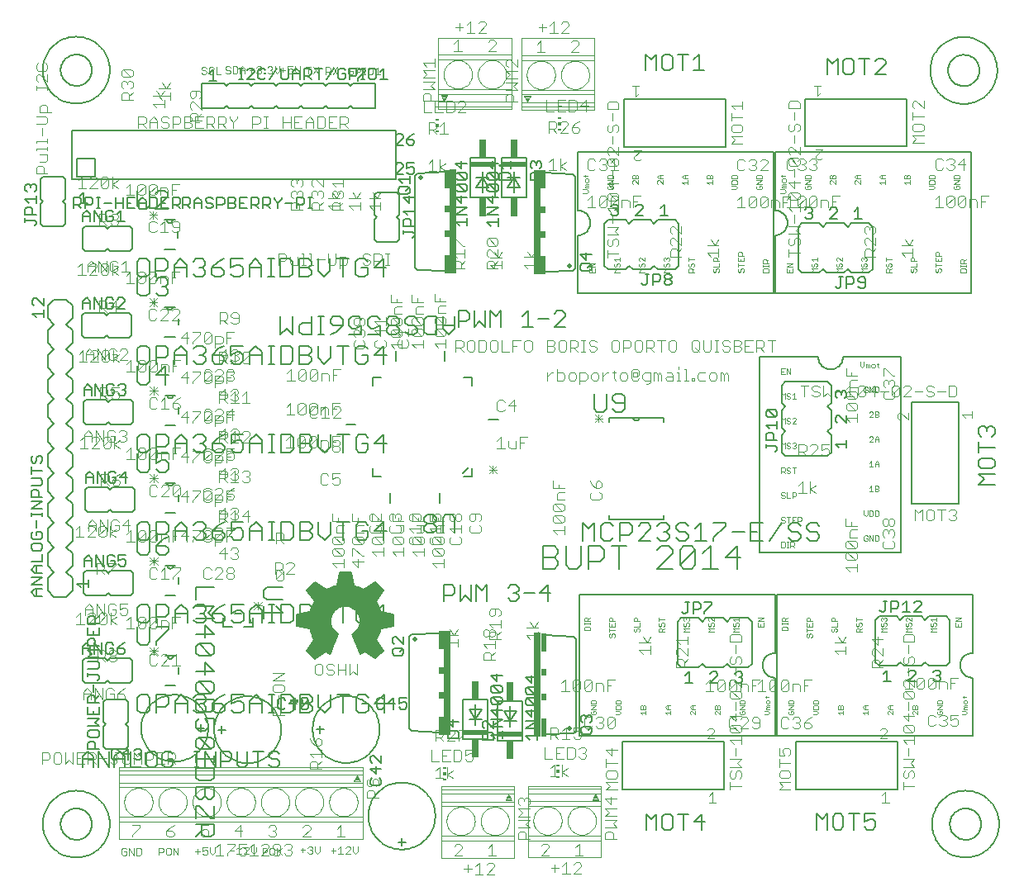
<source format=gto>
G75*
%MOIN*%
%OFA0B0*%
%FSLAX24Y24*%
%IPPOS*%
%LPD*%
%AMOC8*
5,1,8,0,0,1.08239X$1,22.5*
%
%ADD10C,0.0060*%
%ADD11C,0.0040*%
%ADD12C,0.0030*%
%ADD13C,0.0080*%
%ADD14C,0.0050*%
%ADD15C,0.0020*%
%ADD16C,0.0200*%
%ADD17R,0.0300X0.4200*%
%ADD18R,0.0200X0.0750*%
%ADD19R,0.0200X0.0300*%
%ADD20R,0.0059X0.0118*%
%ADD21R,0.0118X0.0118*%
%ADD22R,0.0118X0.0059*%
%ADD23R,0.1000X0.0200*%
%ADD24R,0.0300X0.0750*%
D10*
X002048Y003989D02*
X002048Y004416D01*
X002262Y004630D01*
X002475Y004416D01*
X002475Y003989D01*
X002475Y004310D02*
X002048Y004310D01*
X002693Y003989D02*
X002693Y004630D01*
X003120Y003989D01*
X003120Y004630D01*
X003337Y003989D02*
X003337Y004416D01*
X003551Y004630D01*
X003764Y004416D01*
X003764Y003989D01*
X003764Y004310D02*
X003337Y004310D01*
X003982Y004630D02*
X003982Y003989D01*
X004409Y003989D01*
X004947Y004630D02*
X004733Y004630D01*
X004627Y004523D01*
X004627Y004096D01*
X004733Y003989D01*
X004947Y003989D01*
X005054Y004096D01*
X005054Y004523D01*
X004947Y004630D01*
X005698Y004523D02*
X005591Y004630D01*
X005378Y004630D01*
X005271Y004523D01*
X005271Y004096D01*
X005378Y003989D01*
X005591Y003989D01*
X005698Y004096D01*
X005698Y004310D01*
X005485Y004310D01*
X006560Y003989D02*
X006774Y003989D01*
X006667Y003989D02*
X006667Y004630D01*
X006560Y004630D02*
X006774Y004630D01*
X006990Y003989D02*
X006990Y004630D01*
X007417Y003989D01*
X007417Y004630D01*
X007634Y003989D02*
X007634Y004630D01*
X007955Y004630D01*
X008061Y004523D01*
X008061Y004310D01*
X007955Y004203D01*
X007634Y004203D01*
X008279Y004630D02*
X008279Y004096D01*
X008386Y003989D01*
X008599Y003989D01*
X008706Y004096D01*
X008706Y004630D01*
X009137Y004630D02*
X009137Y003989D01*
X008924Y004630D02*
X009351Y004630D01*
X009995Y004523D02*
X009888Y004630D01*
X009675Y004630D01*
X009568Y004523D01*
X009568Y004416D01*
X009675Y004310D01*
X009888Y004310D01*
X009995Y004203D01*
X009995Y004096D01*
X009888Y003989D01*
X009675Y003989D01*
X009568Y004096D01*
X017216Y021758D02*
X017216Y022398D01*
X017537Y022398D01*
X017643Y022292D01*
X017643Y022078D01*
X017537Y021971D01*
X017216Y021971D01*
X017861Y022398D02*
X017861Y021758D01*
X018074Y021971D01*
X018288Y021758D01*
X018288Y022398D01*
X018505Y021758D02*
X018505Y022398D01*
X018719Y022185D01*
X018932Y022398D01*
X018932Y021758D01*
X019795Y022185D02*
X020008Y022398D01*
X020008Y021758D01*
X019795Y021758D02*
X020222Y021758D01*
X020439Y022078D02*
X020866Y022078D01*
X021511Y021758D02*
X021084Y021758D01*
X021511Y022185D01*
X021511Y022292D01*
X021404Y022398D01*
X021190Y022398D01*
X021084Y022292D01*
X024771Y032107D02*
X024771Y032748D01*
X024984Y032534D01*
X025198Y032748D01*
X025198Y032107D01*
X025735Y032748D02*
X025522Y032748D01*
X025415Y032641D01*
X025415Y032214D01*
X025522Y032107D01*
X025735Y032107D01*
X025842Y032214D01*
X025842Y032641D01*
X025735Y032748D01*
X026273Y032748D02*
X026273Y032107D01*
X026060Y032748D02*
X026487Y032748D01*
X026704Y032534D02*
X026918Y032748D01*
X026918Y032107D01*
X027131Y032107D02*
X026704Y032107D01*
X032082Y031939D02*
X032082Y032579D01*
X032296Y032366D01*
X032509Y032579D01*
X032509Y031939D01*
X033047Y032579D02*
X032834Y032579D01*
X032727Y032473D01*
X032727Y032046D01*
X032834Y031939D01*
X033047Y031939D01*
X033154Y032046D01*
X033154Y032473D01*
X033047Y032579D01*
X033585Y032579D02*
X033585Y031939D01*
X033372Y032579D02*
X033799Y032579D01*
X034443Y031939D02*
X034016Y031939D01*
X034443Y032366D01*
X034443Y032473D01*
X034336Y032579D01*
X034123Y032579D01*
X034016Y032473D01*
X038841Y015391D02*
X038200Y015391D01*
X038414Y015604D01*
X038200Y015818D01*
X038841Y015818D01*
X038200Y016356D02*
X038200Y016142D01*
X038307Y016035D01*
X038734Y016035D01*
X038841Y016142D01*
X038841Y016356D01*
X038734Y016462D01*
X038307Y016462D01*
X038200Y016356D01*
X038200Y016894D02*
X038841Y016894D01*
X038200Y016680D02*
X038200Y017107D01*
X038307Y017325D02*
X038200Y017431D01*
X038200Y017645D01*
X038307Y017752D01*
X038414Y017752D01*
X038520Y017645D01*
X038520Y017538D01*
X038520Y017645D02*
X038627Y017752D01*
X038734Y017752D01*
X038841Y017645D01*
X038841Y017431D01*
X038734Y017325D01*
X024780Y001452D02*
X024780Y002092D01*
X024993Y001879D01*
X025207Y002092D01*
X025207Y001452D01*
X025745Y002092D02*
X025531Y002092D01*
X025424Y001986D01*
X025424Y001559D01*
X025531Y001452D01*
X025745Y001452D01*
X025851Y001559D01*
X025851Y001986D01*
X025745Y002092D01*
X026282Y002092D02*
X026282Y001452D01*
X026069Y002092D02*
X026496Y002092D01*
X027034Y001452D02*
X027034Y002092D01*
X026714Y001772D01*
X027141Y001772D01*
X031665Y001457D02*
X031665Y002098D01*
X031879Y001884D01*
X032092Y002098D01*
X032092Y001457D01*
X032630Y002098D02*
X032416Y002098D01*
X032310Y001991D01*
X032310Y001564D01*
X032416Y001457D01*
X032630Y001457D01*
X032737Y001564D01*
X032737Y001991D01*
X032630Y002098D01*
X033168Y002098D02*
X033168Y001457D01*
X032954Y002098D02*
X033381Y002098D01*
X034026Y002098D02*
X033599Y002098D01*
X033599Y001777D01*
X033812Y001884D01*
X033919Y001884D01*
X034026Y001777D01*
X034026Y001564D01*
X033919Y001457D01*
X033706Y001457D01*
X033599Y001564D01*
X016639Y010693D02*
X016639Y011334D01*
X016959Y011334D01*
X017066Y011227D01*
X017066Y011014D01*
X016959Y010907D01*
X016639Y010907D01*
X017284Y011334D02*
X017284Y010693D01*
X017497Y010907D01*
X017711Y010693D01*
X017711Y011334D01*
X017928Y010693D02*
X017928Y011334D01*
X018142Y011120D01*
X018355Y011334D01*
X018355Y010693D01*
X019217Y011227D02*
X019324Y011334D01*
X019537Y011334D01*
X019644Y011227D01*
X019644Y011120D01*
X019537Y011014D01*
X019431Y011014D01*
X019537Y011014D02*
X019644Y010907D01*
X019644Y010800D01*
X019537Y010693D01*
X019324Y010693D01*
X019217Y010800D01*
X019862Y011014D02*
X020289Y011014D01*
X020827Y010693D02*
X020827Y011334D01*
X020506Y011014D01*
X020933Y011014D01*
X016444Y014633D02*
X016444Y015033D01*
X014464Y015033D02*
X014464Y014633D01*
X013074Y017813D02*
X012684Y017813D01*
X014684Y020393D02*
X014684Y020793D01*
X016644Y020793D02*
X016644Y020393D01*
X018434Y018013D02*
X018824Y018013D01*
X017764Y015703D02*
X017414Y015703D01*
X017384Y015833D02*
X017634Y016083D01*
X017764Y019723D02*
X017414Y019723D01*
X013744Y019723D02*
X013744Y019373D01*
X013744Y015703D02*
X014094Y015703D01*
X017764Y015703D02*
X017764Y016053D01*
X017764Y019373D02*
X017764Y019723D01*
X014094Y019723D02*
X013744Y019723D01*
X013744Y016053D02*
X013744Y015703D01*
X029983Y010943D02*
X029983Y008593D01*
X029939Y008591D01*
X029896Y008585D01*
X029854Y008576D01*
X029812Y008563D01*
X029772Y008546D01*
X029733Y008526D01*
X029696Y008503D01*
X029662Y008476D01*
X029629Y008447D01*
X029600Y008414D01*
X029573Y008380D01*
X029550Y008343D01*
X029530Y008304D01*
X029513Y008264D01*
X029500Y008222D01*
X029491Y008180D01*
X029485Y008137D01*
X029483Y008093D01*
X029485Y008049D01*
X029491Y008006D01*
X029500Y007964D01*
X029513Y007922D01*
X029530Y007882D01*
X029550Y007843D01*
X029573Y007806D01*
X029600Y007772D01*
X029629Y007739D01*
X029662Y007710D01*
X029696Y007683D01*
X029733Y007660D01*
X029772Y007640D01*
X029812Y007623D01*
X029854Y007610D01*
X029896Y007601D01*
X029939Y007595D01*
X029983Y007593D01*
X022083Y005243D02*
X022083Y010943D01*
X029983Y007593D02*
X029983Y005243D01*
X022083Y005243D01*
X022083Y010943D02*
X029983Y010943D01*
X025482Y017908D02*
X025482Y018088D01*
X023282Y014148D02*
X023282Y013968D01*
X025482Y013968D01*
X025482Y014148D01*
X025482Y018088D02*
X023282Y018088D01*
X023282Y017908D01*
X023282Y014148D02*
X023282Y013968D01*
X025482Y017908D02*
X025482Y018088D01*
X023282Y013968D02*
X025482Y013968D01*
X025482Y014148D01*
X025482Y018088D02*
X023282Y018088D01*
X023282Y017908D01*
X023282Y014148D02*
X023282Y013968D01*
X025482Y017908D02*
X025482Y018088D01*
X023282Y013968D02*
X025482Y013968D01*
X025482Y014148D01*
X025482Y018088D02*
X023282Y018088D01*
X023282Y017908D01*
X024262Y018088D02*
X024265Y018067D01*
X024271Y018047D01*
X024281Y018029D01*
X024293Y018012D01*
X024309Y017998D01*
X024326Y017987D01*
X024346Y017979D01*
X024366Y017974D01*
X024387Y017973D01*
X024408Y017976D01*
X024428Y017982D01*
X024446Y017992D01*
X024463Y018004D01*
X024477Y018020D01*
X024488Y018037D01*
X024496Y018057D01*
X024501Y018077D01*
X024502Y018098D01*
X024501Y018077D01*
X024496Y018057D01*
X024488Y018037D01*
X024477Y018020D01*
X024463Y018004D01*
X024446Y017992D01*
X024428Y017982D01*
X024408Y017976D01*
X024387Y017973D01*
X024366Y017974D01*
X024346Y017979D01*
X024326Y017987D01*
X024309Y017998D01*
X024293Y018012D01*
X024281Y018029D01*
X024271Y018047D01*
X024265Y018067D01*
X024262Y018088D01*
X024265Y018067D01*
X024271Y018047D01*
X024281Y018029D01*
X024293Y018012D01*
X024309Y017998D01*
X024326Y017987D01*
X024346Y017979D01*
X024366Y017974D01*
X024387Y017973D01*
X024408Y017976D01*
X024428Y017982D01*
X024446Y017992D01*
X024463Y018004D01*
X024477Y018020D01*
X024488Y018037D01*
X024496Y018057D01*
X024501Y018077D01*
X024502Y018098D01*
X022025Y023100D02*
X022025Y025450D01*
X022069Y025452D01*
X022112Y025458D01*
X022154Y025467D01*
X022196Y025480D01*
X022236Y025497D01*
X022275Y025517D01*
X022312Y025540D01*
X022346Y025567D01*
X022379Y025596D01*
X022408Y025629D01*
X022435Y025663D01*
X022458Y025700D01*
X022478Y025739D01*
X022495Y025779D01*
X022508Y025821D01*
X022517Y025863D01*
X022523Y025906D01*
X022525Y025950D01*
X022523Y025994D01*
X022517Y026037D01*
X022508Y026079D01*
X022495Y026121D01*
X022478Y026161D01*
X022458Y026200D01*
X022435Y026237D01*
X022408Y026271D01*
X022379Y026304D01*
X022346Y026333D01*
X022312Y026360D01*
X022275Y026383D01*
X022236Y026403D01*
X022196Y026420D01*
X022154Y026433D01*
X022112Y026442D01*
X022069Y026448D01*
X022025Y026450D01*
X029925Y028800D02*
X029925Y023100D01*
X022025Y026450D02*
X022025Y028800D01*
X029925Y028800D01*
X029925Y023100D02*
X022025Y023100D01*
X029986Y023100D02*
X029986Y025450D01*
X030030Y025452D01*
X030073Y025458D01*
X030115Y025467D01*
X030157Y025480D01*
X030197Y025497D01*
X030236Y025517D01*
X030273Y025540D01*
X030307Y025567D01*
X030340Y025596D01*
X030369Y025629D01*
X030396Y025663D01*
X030419Y025700D01*
X030439Y025739D01*
X030456Y025779D01*
X030469Y025821D01*
X030478Y025863D01*
X030484Y025906D01*
X030486Y025950D01*
X030484Y025994D01*
X030478Y026037D01*
X030469Y026079D01*
X030456Y026121D01*
X030439Y026161D01*
X030419Y026200D01*
X030396Y026237D01*
X030369Y026271D01*
X030340Y026304D01*
X030307Y026333D01*
X030273Y026360D01*
X030236Y026383D01*
X030197Y026403D01*
X030157Y026420D01*
X030115Y026433D01*
X030073Y026442D01*
X030030Y026448D01*
X029986Y026450D01*
X037886Y028800D02*
X037886Y023100D01*
X029986Y026450D02*
X029986Y028800D01*
X037886Y028800D01*
X037886Y023100D02*
X029986Y023100D01*
X037946Y010943D02*
X037946Y008593D01*
X037902Y008591D01*
X037859Y008585D01*
X037817Y008576D01*
X037775Y008563D01*
X037735Y008546D01*
X037696Y008526D01*
X037659Y008503D01*
X037625Y008476D01*
X037592Y008447D01*
X037563Y008414D01*
X037536Y008380D01*
X037513Y008343D01*
X037493Y008304D01*
X037476Y008264D01*
X037463Y008222D01*
X037454Y008180D01*
X037448Y008137D01*
X037446Y008093D01*
X037448Y008049D01*
X037454Y008006D01*
X037463Y007964D01*
X037476Y007922D01*
X037493Y007882D01*
X037513Y007843D01*
X037536Y007806D01*
X037563Y007772D01*
X037592Y007739D01*
X037625Y007710D01*
X037659Y007683D01*
X037696Y007660D01*
X037735Y007640D01*
X037775Y007623D01*
X037817Y007610D01*
X037859Y007601D01*
X037902Y007595D01*
X037946Y007593D01*
X030046Y005243D02*
X030046Y010943D01*
X037946Y007593D02*
X037946Y005243D01*
X030046Y005243D01*
X030046Y010943D02*
X037946Y010943D01*
X029374Y020541D02*
X031724Y020541D01*
X031726Y020497D01*
X031732Y020454D01*
X031741Y020412D01*
X031754Y020370D01*
X031771Y020330D01*
X031791Y020291D01*
X031814Y020254D01*
X031841Y020220D01*
X031870Y020187D01*
X031903Y020158D01*
X031937Y020131D01*
X031974Y020108D01*
X032013Y020088D01*
X032053Y020071D01*
X032095Y020058D01*
X032137Y020049D01*
X032180Y020043D01*
X032224Y020041D01*
X032268Y020043D01*
X032311Y020049D01*
X032353Y020058D01*
X032395Y020071D01*
X032435Y020088D01*
X032474Y020108D01*
X032511Y020131D01*
X032545Y020158D01*
X032578Y020187D01*
X032607Y020220D01*
X032634Y020254D01*
X032657Y020291D01*
X032677Y020330D01*
X032694Y020370D01*
X032707Y020412D01*
X032716Y020454D01*
X032722Y020497D01*
X032724Y020541D01*
X035074Y012641D02*
X029374Y012641D01*
X032724Y020541D02*
X035074Y020541D01*
X035074Y012641D01*
X029374Y012641D02*
X029374Y020541D01*
X005798Y017789D02*
X005378Y017789D01*
X005928Y018259D02*
X005928Y018519D01*
X005798Y018989D02*
X005378Y018989D01*
X005468Y018989D02*
X005470Y018968D01*
X005475Y018948D01*
X005484Y018929D01*
X005496Y018912D01*
X005511Y018897D01*
X005528Y018885D01*
X005547Y018876D01*
X005567Y018871D01*
X005588Y018869D01*
X005609Y018871D01*
X005629Y018876D01*
X005648Y018885D01*
X005665Y018897D01*
X005680Y018912D01*
X005692Y018929D01*
X005701Y018948D01*
X005706Y018968D01*
X005708Y018989D01*
X003186Y018819D02*
X003086Y018719D01*
X002986Y018819D01*
X003186Y017819D02*
X003086Y017919D01*
X002986Y017819D01*
X002186Y017819D01*
X002086Y017919D01*
X004086Y017919D02*
X003986Y017819D01*
X003186Y017819D01*
X004086Y017919D02*
X004086Y018719D01*
X003986Y018819D01*
X003186Y018819D01*
X002986Y018819D02*
X002186Y018819D01*
X002086Y018719D01*
X002086Y017919D01*
X005380Y014251D02*
X005800Y014251D01*
X005930Y014721D02*
X005930Y014981D01*
X005800Y015451D02*
X005380Y015451D01*
X005470Y015451D02*
X005472Y015430D01*
X005477Y015410D01*
X005486Y015391D01*
X005498Y015374D01*
X005513Y015359D01*
X005530Y015347D01*
X005549Y015338D01*
X005569Y015333D01*
X005590Y015331D01*
X005611Y015333D01*
X005631Y015338D01*
X005650Y015347D01*
X005667Y015359D01*
X005682Y015374D01*
X005694Y015391D01*
X005703Y015410D01*
X005708Y015430D01*
X005710Y015451D01*
X003260Y015288D02*
X003160Y015188D01*
X003060Y015288D01*
X003260Y014288D02*
X003160Y014388D01*
X003060Y014288D01*
X002260Y014288D01*
X002160Y014388D01*
X004160Y014388D02*
X004060Y014288D01*
X003260Y014288D01*
X004160Y014388D02*
X004160Y015188D01*
X004060Y015288D01*
X003260Y015288D01*
X003060Y015288D02*
X002260Y015288D01*
X002160Y015188D01*
X002160Y014388D01*
X005357Y024874D02*
X005777Y024874D01*
X005907Y025344D02*
X005907Y025604D01*
X005777Y026074D02*
X005357Y026074D01*
X005447Y026074D02*
X005449Y026053D01*
X005454Y026033D01*
X005463Y026014D01*
X005475Y025997D01*
X005490Y025982D01*
X005507Y025970D01*
X005526Y025961D01*
X005546Y025956D01*
X005567Y025954D01*
X005588Y025956D01*
X005608Y025961D01*
X005627Y025970D01*
X005644Y025982D01*
X005659Y025997D01*
X005671Y026014D01*
X005680Y026033D01*
X005685Y026053D01*
X005687Y026074D01*
X003141Y025822D02*
X003041Y025722D01*
X002941Y025822D01*
X003141Y024822D02*
X003041Y024922D01*
X002941Y024822D01*
X002141Y024822D01*
X002041Y024922D01*
X004041Y024922D02*
X003941Y024822D01*
X003141Y024822D01*
X004041Y024922D02*
X004041Y025722D01*
X003941Y025822D01*
X003141Y025822D01*
X002941Y025822D02*
X002141Y025822D01*
X002041Y025722D01*
X002041Y024922D01*
X005366Y021362D02*
X005786Y021362D01*
X005916Y021832D02*
X005916Y022092D01*
X005786Y022562D02*
X005366Y022562D01*
X005456Y022562D02*
X005458Y022541D01*
X005463Y022521D01*
X005472Y022502D01*
X005484Y022485D01*
X005499Y022470D01*
X005516Y022458D01*
X005535Y022449D01*
X005555Y022444D01*
X005576Y022442D01*
X005597Y022444D01*
X005617Y022449D01*
X005636Y022458D01*
X005653Y022470D01*
X005668Y022485D01*
X005680Y022502D01*
X005689Y022521D01*
X005694Y022541D01*
X005696Y022562D01*
X003138Y022311D02*
X003038Y022211D01*
X002938Y022311D01*
X003138Y021311D02*
X003038Y021411D01*
X002938Y021311D01*
X002138Y021311D01*
X002038Y021411D01*
X004038Y021411D02*
X003938Y021311D01*
X003138Y021311D01*
X004038Y021411D02*
X004038Y022211D01*
X003938Y022311D01*
X003138Y022311D01*
X002938Y022311D02*
X002138Y022311D01*
X002038Y022211D01*
X002038Y021411D01*
X005383Y010915D02*
X005803Y010915D01*
X005933Y011385D02*
X005933Y011645D01*
X005803Y012115D02*
X005383Y012115D01*
X005473Y012115D02*
X005475Y012094D01*
X005480Y012074D01*
X005489Y012055D01*
X005501Y012038D01*
X005516Y012023D01*
X005533Y012011D01*
X005552Y012002D01*
X005572Y011997D01*
X005593Y011995D01*
X005614Y011997D01*
X005634Y012002D01*
X005653Y012011D01*
X005670Y012023D01*
X005685Y012038D01*
X005697Y012055D01*
X005706Y012074D01*
X005711Y012094D01*
X005713Y012115D01*
X003201Y011920D02*
X003101Y011820D01*
X003001Y011920D01*
X003201Y010920D02*
X003101Y011020D01*
X003001Y010920D01*
X002201Y010920D01*
X002101Y011020D01*
X004101Y011020D02*
X004001Y010920D01*
X003201Y010920D01*
X004101Y011020D02*
X004101Y011820D01*
X004001Y011920D01*
X003201Y011920D01*
X003001Y011920D02*
X002201Y011920D01*
X002101Y011820D01*
X002101Y011020D01*
X005383Y007274D02*
X005803Y007274D01*
X005933Y007744D02*
X005933Y008004D01*
X005803Y008474D02*
X005383Y008474D01*
X005473Y008474D02*
X005475Y008453D01*
X005480Y008433D01*
X005489Y008414D01*
X005501Y008397D01*
X005516Y008382D01*
X005533Y008370D01*
X005552Y008361D01*
X005572Y008356D01*
X005593Y008354D01*
X005614Y008356D01*
X005634Y008361D01*
X005653Y008370D01*
X005670Y008382D01*
X005685Y008397D01*
X005697Y008414D01*
X005706Y008433D01*
X005711Y008453D01*
X005713Y008474D01*
X003148Y008380D02*
X003048Y008280D01*
X002948Y008380D01*
X003148Y007380D02*
X003048Y007480D01*
X002948Y007380D01*
X002148Y007380D01*
X002048Y007480D01*
X004048Y007480D02*
X003948Y007380D01*
X003148Y007380D01*
X004048Y007480D02*
X004048Y008280D01*
X003948Y008380D01*
X003148Y008380D01*
X002948Y008380D02*
X002148Y008380D01*
X002048Y008280D01*
X002048Y007480D01*
X015309Y005436D02*
X015209Y005536D01*
X015209Y009236D01*
X015309Y009336D01*
X015309Y005436D02*
X016459Y005386D01*
X016459Y009386D02*
X015309Y009336D01*
X015554Y024047D02*
X015454Y024147D01*
X015454Y027847D01*
X015554Y027947D01*
X015554Y024047D02*
X016704Y023997D01*
X016704Y027997D02*
X015554Y027947D01*
X021842Y009253D02*
X021942Y009153D01*
X021942Y005453D01*
X021842Y005353D01*
X021842Y009253D02*
X020692Y009303D01*
X020692Y005303D02*
X021842Y005353D01*
X021826Y027923D02*
X021926Y027823D01*
X021926Y024123D01*
X021826Y024023D01*
X021826Y027923D02*
X020676Y027973D01*
X020676Y023973D02*
X021826Y024023D01*
X008933Y009631D02*
X008563Y009631D01*
X007733Y010021D02*
X007733Y009631D01*
X008103Y009631D01*
X008933Y009631D02*
X008933Y010021D01*
X008463Y010191D02*
X008203Y010191D01*
X008823Y009951D02*
X008817Y009931D01*
X008815Y009910D01*
X008817Y009889D01*
X008822Y009869D01*
X008830Y009850D01*
X008842Y009833D01*
X008857Y009819D01*
X008874Y009806D01*
X008892Y009798D01*
X008912Y009792D01*
X008933Y009790D01*
X000654Y011111D02*
X000654Y011611D01*
X000904Y011861D01*
X001404Y011861D02*
X001654Y011611D01*
X000904Y011861D02*
X000654Y012111D01*
X000654Y012611D01*
X000904Y012861D01*
X001404Y012861D02*
X001654Y012611D01*
X001654Y012111D01*
X001404Y011861D01*
X001404Y010861D02*
X000904Y010861D01*
X000654Y011111D01*
X001404Y010861D02*
X001654Y011111D01*
X001654Y011611D01*
X000904Y012861D02*
X000654Y013111D01*
X000654Y013611D01*
X000904Y013861D01*
X001404Y013861D02*
X001654Y013611D01*
X001654Y013111D01*
X001404Y012861D01*
X000654Y014111D02*
X000654Y014611D01*
X000904Y014861D01*
X001404Y014861D02*
X001654Y014611D01*
X000904Y014861D02*
X000654Y015111D01*
X000654Y015611D01*
X000904Y015861D01*
X001404Y015861D02*
X001654Y015611D01*
X001654Y015111D01*
X001404Y014861D01*
X000654Y014111D02*
X000904Y013861D01*
X001404Y013861D02*
X001654Y014111D01*
X001654Y014611D01*
X000904Y015861D02*
X000654Y016111D01*
X000654Y016611D01*
X000904Y016861D01*
X001404Y016861D02*
X001654Y016611D01*
X001654Y016111D01*
X001404Y015861D01*
X000654Y017111D02*
X000654Y017611D01*
X000904Y017861D01*
X001404Y017861D02*
X001654Y017611D01*
X000904Y017861D02*
X000654Y018111D01*
X000654Y018611D01*
X000904Y018861D01*
X001404Y018861D02*
X001654Y018611D01*
X001654Y018111D01*
X001404Y017861D01*
X000654Y017111D02*
X000904Y016861D01*
X001404Y016861D02*
X001654Y017111D01*
X001654Y017611D01*
X000904Y018861D02*
X000654Y019111D01*
X000654Y019611D01*
X000904Y019861D01*
X001404Y019861D02*
X001654Y019611D01*
X001654Y019111D01*
X001404Y018861D01*
X000654Y020111D02*
X000654Y020611D01*
X000904Y020861D01*
X001404Y020861D02*
X001654Y020611D01*
X000904Y020861D02*
X000654Y021111D01*
X000654Y021611D01*
X000904Y021861D01*
X001404Y021861D02*
X001654Y021611D01*
X001654Y021111D01*
X001404Y020861D01*
X000654Y020111D02*
X000904Y019861D01*
X001404Y019861D02*
X001654Y020111D01*
X001654Y020611D01*
X000904Y021861D02*
X000654Y022111D01*
X000654Y022611D01*
X000904Y022861D01*
X001404Y022861D02*
X001654Y022611D01*
X001654Y022111D01*
X001404Y021861D01*
X001404Y022861D02*
X000904Y022861D01*
X000451Y032115D02*
X000453Y032188D01*
X000459Y032261D01*
X000469Y032333D01*
X000483Y032405D01*
X000500Y032476D01*
X000522Y032546D01*
X000547Y032615D01*
X000576Y032682D01*
X000608Y032747D01*
X000644Y032811D01*
X000684Y032873D01*
X000726Y032932D01*
X000772Y032989D01*
X000821Y033043D01*
X000873Y033095D01*
X000927Y033144D01*
X000984Y033190D01*
X001043Y033232D01*
X001105Y033272D01*
X001169Y033308D01*
X001234Y033340D01*
X001301Y033369D01*
X001370Y033394D01*
X001440Y033416D01*
X001511Y033433D01*
X001583Y033447D01*
X001655Y033457D01*
X001728Y033463D01*
X001801Y033465D01*
X001874Y033463D01*
X001947Y033457D01*
X002019Y033447D01*
X002091Y033433D01*
X002162Y033416D01*
X002232Y033394D01*
X002301Y033369D01*
X002368Y033340D01*
X002433Y033308D01*
X002497Y033272D01*
X002559Y033232D01*
X002618Y033190D01*
X002675Y033144D01*
X002729Y033095D01*
X002781Y033043D01*
X002830Y032989D01*
X002876Y032932D01*
X002918Y032873D01*
X002958Y032811D01*
X002994Y032747D01*
X003026Y032682D01*
X003055Y032615D01*
X003080Y032546D01*
X003102Y032476D01*
X003119Y032405D01*
X003133Y032333D01*
X003143Y032261D01*
X003149Y032188D01*
X003151Y032115D01*
X003149Y032042D01*
X003143Y031969D01*
X003133Y031897D01*
X003119Y031825D01*
X003102Y031754D01*
X003080Y031684D01*
X003055Y031615D01*
X003026Y031548D01*
X002994Y031483D01*
X002958Y031419D01*
X002918Y031357D01*
X002876Y031298D01*
X002830Y031241D01*
X002781Y031187D01*
X002729Y031135D01*
X002675Y031086D01*
X002618Y031040D01*
X002559Y030998D01*
X002497Y030958D01*
X002433Y030922D01*
X002368Y030890D01*
X002301Y030861D01*
X002232Y030836D01*
X002162Y030814D01*
X002091Y030797D01*
X002019Y030783D01*
X001947Y030773D01*
X001874Y030767D01*
X001801Y030765D01*
X001728Y030767D01*
X001655Y030773D01*
X001583Y030783D01*
X001511Y030797D01*
X001440Y030814D01*
X001370Y030836D01*
X001301Y030861D01*
X001234Y030890D01*
X001169Y030922D01*
X001105Y030958D01*
X001043Y030998D01*
X000984Y031040D01*
X000927Y031086D01*
X000873Y031135D01*
X000821Y031187D01*
X000772Y031241D01*
X000726Y031298D01*
X000684Y031357D01*
X000644Y031419D01*
X000608Y031483D01*
X000576Y031548D01*
X000547Y031615D01*
X000522Y031684D01*
X000500Y031754D01*
X000483Y031825D01*
X000469Y031897D01*
X000459Y031969D01*
X000453Y032042D01*
X000451Y032115D01*
X036243Y032103D02*
X036245Y032176D01*
X036251Y032249D01*
X036261Y032321D01*
X036275Y032393D01*
X036292Y032464D01*
X036314Y032534D01*
X036339Y032603D01*
X036368Y032670D01*
X036400Y032735D01*
X036436Y032799D01*
X036476Y032861D01*
X036518Y032920D01*
X036564Y032977D01*
X036613Y033031D01*
X036665Y033083D01*
X036719Y033132D01*
X036776Y033178D01*
X036835Y033220D01*
X036897Y033260D01*
X036961Y033296D01*
X037026Y033328D01*
X037093Y033357D01*
X037162Y033382D01*
X037232Y033404D01*
X037303Y033421D01*
X037375Y033435D01*
X037447Y033445D01*
X037520Y033451D01*
X037593Y033453D01*
X037666Y033451D01*
X037739Y033445D01*
X037811Y033435D01*
X037883Y033421D01*
X037954Y033404D01*
X038024Y033382D01*
X038093Y033357D01*
X038160Y033328D01*
X038225Y033296D01*
X038289Y033260D01*
X038351Y033220D01*
X038410Y033178D01*
X038467Y033132D01*
X038521Y033083D01*
X038573Y033031D01*
X038622Y032977D01*
X038668Y032920D01*
X038710Y032861D01*
X038750Y032799D01*
X038786Y032735D01*
X038818Y032670D01*
X038847Y032603D01*
X038872Y032534D01*
X038894Y032464D01*
X038911Y032393D01*
X038925Y032321D01*
X038935Y032249D01*
X038941Y032176D01*
X038943Y032103D01*
X038941Y032030D01*
X038935Y031957D01*
X038925Y031885D01*
X038911Y031813D01*
X038894Y031742D01*
X038872Y031672D01*
X038847Y031603D01*
X038818Y031536D01*
X038786Y031471D01*
X038750Y031407D01*
X038710Y031345D01*
X038668Y031286D01*
X038622Y031229D01*
X038573Y031175D01*
X038521Y031123D01*
X038467Y031074D01*
X038410Y031028D01*
X038351Y030986D01*
X038289Y030946D01*
X038225Y030910D01*
X038160Y030878D01*
X038093Y030849D01*
X038024Y030824D01*
X037954Y030802D01*
X037883Y030785D01*
X037811Y030771D01*
X037739Y030761D01*
X037666Y030755D01*
X037593Y030753D01*
X037520Y030755D01*
X037447Y030761D01*
X037375Y030771D01*
X037303Y030785D01*
X037232Y030802D01*
X037162Y030824D01*
X037093Y030849D01*
X037026Y030878D01*
X036961Y030910D01*
X036897Y030946D01*
X036835Y030986D01*
X036776Y031028D01*
X036719Y031074D01*
X036665Y031123D01*
X036613Y031175D01*
X036564Y031229D01*
X036518Y031286D01*
X036476Y031345D01*
X036436Y031407D01*
X036400Y031471D01*
X036368Y031536D01*
X036339Y031603D01*
X036314Y031672D01*
X036292Y031742D01*
X036275Y031813D01*
X036261Y031885D01*
X036251Y031957D01*
X036245Y032030D01*
X036243Y032103D01*
X036317Y001682D02*
X036319Y001755D01*
X036325Y001828D01*
X036335Y001900D01*
X036349Y001972D01*
X036366Y002043D01*
X036388Y002113D01*
X036413Y002182D01*
X036442Y002249D01*
X036474Y002314D01*
X036510Y002378D01*
X036550Y002440D01*
X036592Y002499D01*
X036638Y002556D01*
X036687Y002610D01*
X036739Y002662D01*
X036793Y002711D01*
X036850Y002757D01*
X036909Y002799D01*
X036971Y002839D01*
X037035Y002875D01*
X037100Y002907D01*
X037167Y002936D01*
X037236Y002961D01*
X037306Y002983D01*
X037377Y003000D01*
X037449Y003014D01*
X037521Y003024D01*
X037594Y003030D01*
X037667Y003032D01*
X037740Y003030D01*
X037813Y003024D01*
X037885Y003014D01*
X037957Y003000D01*
X038028Y002983D01*
X038098Y002961D01*
X038167Y002936D01*
X038234Y002907D01*
X038299Y002875D01*
X038363Y002839D01*
X038425Y002799D01*
X038484Y002757D01*
X038541Y002711D01*
X038595Y002662D01*
X038647Y002610D01*
X038696Y002556D01*
X038742Y002499D01*
X038784Y002440D01*
X038824Y002378D01*
X038860Y002314D01*
X038892Y002249D01*
X038921Y002182D01*
X038946Y002113D01*
X038968Y002043D01*
X038985Y001972D01*
X038999Y001900D01*
X039009Y001828D01*
X039015Y001755D01*
X039017Y001682D01*
X039015Y001609D01*
X039009Y001536D01*
X038999Y001464D01*
X038985Y001392D01*
X038968Y001321D01*
X038946Y001251D01*
X038921Y001182D01*
X038892Y001115D01*
X038860Y001050D01*
X038824Y000986D01*
X038784Y000924D01*
X038742Y000865D01*
X038696Y000808D01*
X038647Y000754D01*
X038595Y000702D01*
X038541Y000653D01*
X038484Y000607D01*
X038425Y000565D01*
X038363Y000525D01*
X038299Y000489D01*
X038234Y000457D01*
X038167Y000428D01*
X038098Y000403D01*
X038028Y000381D01*
X037957Y000364D01*
X037885Y000350D01*
X037813Y000340D01*
X037740Y000334D01*
X037667Y000332D01*
X037594Y000334D01*
X037521Y000340D01*
X037449Y000350D01*
X037377Y000364D01*
X037306Y000381D01*
X037236Y000403D01*
X037167Y000428D01*
X037100Y000457D01*
X037035Y000489D01*
X036971Y000525D01*
X036909Y000565D01*
X036850Y000607D01*
X036793Y000653D01*
X036739Y000702D01*
X036687Y000754D01*
X036638Y000808D01*
X036592Y000865D01*
X036550Y000924D01*
X036510Y000986D01*
X036474Y001050D01*
X036442Y001115D01*
X036413Y001182D01*
X036388Y001251D01*
X036366Y001321D01*
X036349Y001392D01*
X036335Y001464D01*
X036325Y001536D01*
X036319Y001609D01*
X036317Y001682D01*
X000451Y001682D02*
X000453Y001755D01*
X000459Y001828D01*
X000469Y001900D01*
X000483Y001972D01*
X000500Y002043D01*
X000522Y002113D01*
X000547Y002182D01*
X000576Y002249D01*
X000608Y002314D01*
X000644Y002378D01*
X000684Y002440D01*
X000726Y002499D01*
X000772Y002556D01*
X000821Y002610D01*
X000873Y002662D01*
X000927Y002711D01*
X000984Y002757D01*
X001043Y002799D01*
X001105Y002839D01*
X001169Y002875D01*
X001234Y002907D01*
X001301Y002936D01*
X001370Y002961D01*
X001440Y002983D01*
X001511Y003000D01*
X001583Y003014D01*
X001655Y003024D01*
X001728Y003030D01*
X001801Y003032D01*
X001874Y003030D01*
X001947Y003024D01*
X002019Y003014D01*
X002091Y003000D01*
X002162Y002983D01*
X002232Y002961D01*
X002301Y002936D01*
X002368Y002907D01*
X002433Y002875D01*
X002497Y002839D01*
X002559Y002799D01*
X002618Y002757D01*
X002675Y002711D01*
X002729Y002662D01*
X002781Y002610D01*
X002830Y002556D01*
X002876Y002499D01*
X002918Y002440D01*
X002958Y002378D01*
X002994Y002314D01*
X003026Y002249D01*
X003055Y002182D01*
X003080Y002113D01*
X003102Y002043D01*
X003119Y001972D01*
X003133Y001900D01*
X003143Y001828D01*
X003149Y001755D01*
X003151Y001682D01*
X003149Y001609D01*
X003143Y001536D01*
X003133Y001464D01*
X003119Y001392D01*
X003102Y001321D01*
X003080Y001251D01*
X003055Y001182D01*
X003026Y001115D01*
X002994Y001050D01*
X002958Y000986D01*
X002918Y000924D01*
X002876Y000865D01*
X002830Y000808D01*
X002781Y000754D01*
X002729Y000702D01*
X002675Y000653D01*
X002618Y000607D01*
X002559Y000565D01*
X002497Y000525D01*
X002433Y000489D01*
X002368Y000457D01*
X002301Y000428D01*
X002232Y000403D01*
X002162Y000381D01*
X002091Y000364D01*
X002019Y000350D01*
X001947Y000340D01*
X001874Y000334D01*
X001801Y000332D01*
X001728Y000334D01*
X001655Y000340D01*
X001583Y000350D01*
X001511Y000364D01*
X001440Y000381D01*
X001370Y000403D01*
X001301Y000428D01*
X001234Y000457D01*
X001169Y000489D01*
X001105Y000525D01*
X001043Y000565D01*
X000984Y000607D01*
X000927Y000653D01*
X000873Y000702D01*
X000821Y000754D01*
X000772Y000808D01*
X000726Y000865D01*
X000684Y000924D01*
X000644Y000986D01*
X000608Y001050D01*
X000576Y001115D01*
X000547Y001182D01*
X000522Y001251D01*
X000500Y001321D01*
X000483Y001392D01*
X000469Y001464D01*
X000459Y001536D01*
X000453Y001609D01*
X000451Y001682D01*
X011484Y005505D02*
X011784Y005505D01*
X011634Y005355D02*
X011634Y005655D01*
X011334Y005505D02*
X011336Y005578D01*
X011342Y005651D01*
X011352Y005723D01*
X011366Y005795D01*
X011383Y005866D01*
X011405Y005936D01*
X011430Y006005D01*
X011459Y006072D01*
X011491Y006137D01*
X011527Y006201D01*
X011567Y006263D01*
X011609Y006322D01*
X011655Y006379D01*
X011704Y006433D01*
X011756Y006485D01*
X011810Y006534D01*
X011867Y006580D01*
X011926Y006622D01*
X011988Y006662D01*
X012052Y006698D01*
X012117Y006730D01*
X012184Y006759D01*
X012253Y006784D01*
X012323Y006806D01*
X012394Y006823D01*
X012466Y006837D01*
X012538Y006847D01*
X012611Y006853D01*
X012684Y006855D01*
X012757Y006853D01*
X012830Y006847D01*
X012902Y006837D01*
X012974Y006823D01*
X013045Y006806D01*
X013115Y006784D01*
X013184Y006759D01*
X013251Y006730D01*
X013316Y006698D01*
X013380Y006662D01*
X013442Y006622D01*
X013501Y006580D01*
X013558Y006534D01*
X013612Y006485D01*
X013664Y006433D01*
X013713Y006379D01*
X013759Y006322D01*
X013801Y006263D01*
X013841Y006201D01*
X013877Y006137D01*
X013909Y006072D01*
X013938Y006005D01*
X013963Y005936D01*
X013985Y005866D01*
X014002Y005795D01*
X014016Y005723D01*
X014026Y005651D01*
X014032Y005578D01*
X014034Y005505D01*
X014032Y005432D01*
X014026Y005359D01*
X014016Y005287D01*
X014002Y005215D01*
X013985Y005144D01*
X013963Y005074D01*
X013938Y005005D01*
X013909Y004938D01*
X013877Y004873D01*
X013841Y004809D01*
X013801Y004747D01*
X013759Y004688D01*
X013713Y004631D01*
X013664Y004577D01*
X013612Y004525D01*
X013558Y004476D01*
X013501Y004430D01*
X013442Y004388D01*
X013380Y004348D01*
X013316Y004312D01*
X013251Y004280D01*
X013184Y004251D01*
X013115Y004226D01*
X013045Y004204D01*
X012974Y004187D01*
X012902Y004173D01*
X012830Y004163D01*
X012757Y004157D01*
X012684Y004155D01*
X012611Y004157D01*
X012538Y004163D01*
X012466Y004173D01*
X012394Y004187D01*
X012323Y004204D01*
X012253Y004226D01*
X012184Y004251D01*
X012117Y004280D01*
X012052Y004312D01*
X011988Y004348D01*
X011926Y004388D01*
X011867Y004430D01*
X011810Y004476D01*
X011756Y004525D01*
X011704Y004577D01*
X011655Y004631D01*
X011609Y004688D01*
X011567Y004747D01*
X011527Y004809D01*
X011491Y004873D01*
X011459Y004938D01*
X011430Y005005D01*
X011405Y005074D01*
X011383Y005144D01*
X011366Y005215D01*
X011352Y005287D01*
X011342Y005359D01*
X011336Y005432D01*
X011334Y005505D01*
X007810Y005490D02*
X007510Y005490D01*
X007660Y005340D02*
X007660Y005640D01*
X007360Y005490D02*
X007362Y005563D01*
X007368Y005636D01*
X007378Y005708D01*
X007392Y005780D01*
X007409Y005851D01*
X007431Y005921D01*
X007456Y005990D01*
X007485Y006057D01*
X007517Y006122D01*
X007553Y006186D01*
X007593Y006248D01*
X007635Y006307D01*
X007681Y006364D01*
X007730Y006418D01*
X007782Y006470D01*
X007836Y006519D01*
X007893Y006565D01*
X007952Y006607D01*
X008014Y006647D01*
X008078Y006683D01*
X008143Y006715D01*
X008210Y006744D01*
X008279Y006769D01*
X008349Y006791D01*
X008420Y006808D01*
X008492Y006822D01*
X008564Y006832D01*
X008637Y006838D01*
X008710Y006840D01*
X008783Y006838D01*
X008856Y006832D01*
X008928Y006822D01*
X009000Y006808D01*
X009071Y006791D01*
X009141Y006769D01*
X009210Y006744D01*
X009277Y006715D01*
X009342Y006683D01*
X009406Y006647D01*
X009468Y006607D01*
X009527Y006565D01*
X009584Y006519D01*
X009638Y006470D01*
X009690Y006418D01*
X009739Y006364D01*
X009785Y006307D01*
X009827Y006248D01*
X009867Y006186D01*
X009903Y006122D01*
X009935Y006057D01*
X009964Y005990D01*
X009989Y005921D01*
X010011Y005851D01*
X010028Y005780D01*
X010042Y005708D01*
X010052Y005636D01*
X010058Y005563D01*
X010060Y005490D01*
X010058Y005417D01*
X010052Y005344D01*
X010042Y005272D01*
X010028Y005200D01*
X010011Y005129D01*
X009989Y005059D01*
X009964Y004990D01*
X009935Y004923D01*
X009903Y004858D01*
X009867Y004794D01*
X009827Y004732D01*
X009785Y004673D01*
X009739Y004616D01*
X009690Y004562D01*
X009638Y004510D01*
X009584Y004461D01*
X009527Y004415D01*
X009468Y004373D01*
X009406Y004333D01*
X009342Y004297D01*
X009277Y004265D01*
X009210Y004236D01*
X009141Y004211D01*
X009071Y004189D01*
X009000Y004172D01*
X008928Y004158D01*
X008856Y004148D01*
X008783Y004142D01*
X008710Y004140D01*
X008637Y004142D01*
X008564Y004148D01*
X008492Y004158D01*
X008420Y004172D01*
X008349Y004189D01*
X008279Y004211D01*
X008210Y004236D01*
X008143Y004265D01*
X008078Y004297D01*
X008014Y004333D01*
X007952Y004373D01*
X007893Y004415D01*
X007836Y004461D01*
X007782Y004510D01*
X007730Y004562D01*
X007681Y004616D01*
X007635Y004673D01*
X007593Y004732D01*
X007553Y004794D01*
X007517Y004858D01*
X007485Y004923D01*
X007456Y004990D01*
X007431Y005059D01*
X007409Y005129D01*
X007392Y005200D01*
X007378Y005272D01*
X007368Y005344D01*
X007362Y005417D01*
X007360Y005490D01*
X014929Y001111D02*
X014929Y000811D01*
X015079Y000961D02*
X014779Y000961D01*
X013579Y002011D02*
X013581Y002084D01*
X013587Y002157D01*
X013597Y002229D01*
X013611Y002301D01*
X013628Y002372D01*
X013650Y002442D01*
X013675Y002511D01*
X013704Y002578D01*
X013736Y002643D01*
X013772Y002707D01*
X013812Y002769D01*
X013854Y002828D01*
X013900Y002885D01*
X013949Y002939D01*
X014001Y002991D01*
X014055Y003040D01*
X014112Y003086D01*
X014171Y003128D01*
X014233Y003168D01*
X014297Y003204D01*
X014362Y003236D01*
X014429Y003265D01*
X014498Y003290D01*
X014568Y003312D01*
X014639Y003329D01*
X014711Y003343D01*
X014783Y003353D01*
X014856Y003359D01*
X014929Y003361D01*
X015002Y003359D01*
X015075Y003353D01*
X015147Y003343D01*
X015219Y003329D01*
X015290Y003312D01*
X015360Y003290D01*
X015429Y003265D01*
X015496Y003236D01*
X015561Y003204D01*
X015625Y003168D01*
X015687Y003128D01*
X015746Y003086D01*
X015803Y003040D01*
X015857Y002991D01*
X015909Y002939D01*
X015958Y002885D01*
X016004Y002828D01*
X016046Y002769D01*
X016086Y002707D01*
X016122Y002643D01*
X016154Y002578D01*
X016183Y002511D01*
X016208Y002442D01*
X016230Y002372D01*
X016247Y002301D01*
X016261Y002229D01*
X016271Y002157D01*
X016277Y002084D01*
X016279Y002011D01*
X016277Y001938D01*
X016271Y001865D01*
X016261Y001793D01*
X016247Y001721D01*
X016230Y001650D01*
X016208Y001580D01*
X016183Y001511D01*
X016154Y001444D01*
X016122Y001379D01*
X016086Y001315D01*
X016046Y001253D01*
X016004Y001194D01*
X015958Y001137D01*
X015909Y001083D01*
X015857Y001031D01*
X015803Y000982D01*
X015746Y000936D01*
X015687Y000894D01*
X015625Y000854D01*
X015561Y000818D01*
X015496Y000786D01*
X015429Y000757D01*
X015360Y000732D01*
X015290Y000710D01*
X015219Y000693D01*
X015147Y000679D01*
X015075Y000669D01*
X015002Y000663D01*
X014929Y000661D01*
X014856Y000663D01*
X014783Y000669D01*
X014711Y000679D01*
X014639Y000693D01*
X014568Y000710D01*
X014498Y000732D01*
X014429Y000757D01*
X014362Y000786D01*
X014297Y000818D01*
X014233Y000854D01*
X014171Y000894D01*
X014112Y000936D01*
X014055Y000982D01*
X014001Y001031D01*
X013949Y001083D01*
X013900Y001137D01*
X013854Y001194D01*
X013812Y001253D01*
X013772Y001315D01*
X013736Y001379D01*
X013704Y001444D01*
X013675Y001511D01*
X013650Y001580D01*
X013628Y001650D01*
X013611Y001721D01*
X013597Y001793D01*
X013587Y001865D01*
X013581Y001938D01*
X013579Y002011D01*
X006968Y005551D02*
X006668Y005551D01*
X006818Y005701D02*
X006818Y005401D01*
X004418Y005551D02*
X004420Y005624D01*
X004426Y005697D01*
X004436Y005769D01*
X004450Y005841D01*
X004467Y005912D01*
X004489Y005982D01*
X004514Y006051D01*
X004543Y006118D01*
X004575Y006183D01*
X004611Y006247D01*
X004651Y006309D01*
X004693Y006368D01*
X004739Y006425D01*
X004788Y006479D01*
X004840Y006531D01*
X004894Y006580D01*
X004951Y006626D01*
X005010Y006668D01*
X005072Y006708D01*
X005136Y006744D01*
X005201Y006776D01*
X005268Y006805D01*
X005337Y006830D01*
X005407Y006852D01*
X005478Y006869D01*
X005550Y006883D01*
X005622Y006893D01*
X005695Y006899D01*
X005768Y006901D01*
X005841Y006899D01*
X005914Y006893D01*
X005986Y006883D01*
X006058Y006869D01*
X006129Y006852D01*
X006199Y006830D01*
X006268Y006805D01*
X006335Y006776D01*
X006400Y006744D01*
X006464Y006708D01*
X006526Y006668D01*
X006585Y006626D01*
X006642Y006580D01*
X006696Y006531D01*
X006748Y006479D01*
X006797Y006425D01*
X006843Y006368D01*
X006885Y006309D01*
X006925Y006247D01*
X006961Y006183D01*
X006993Y006118D01*
X007022Y006051D01*
X007047Y005982D01*
X007069Y005912D01*
X007086Y005841D01*
X007100Y005769D01*
X007110Y005697D01*
X007116Y005624D01*
X007118Y005551D01*
X007116Y005478D01*
X007110Y005405D01*
X007100Y005333D01*
X007086Y005261D01*
X007069Y005190D01*
X007047Y005120D01*
X007022Y005051D01*
X006993Y004984D01*
X006961Y004919D01*
X006925Y004855D01*
X006885Y004793D01*
X006843Y004734D01*
X006797Y004677D01*
X006748Y004623D01*
X006696Y004571D01*
X006642Y004522D01*
X006585Y004476D01*
X006526Y004434D01*
X006464Y004394D01*
X006400Y004358D01*
X006335Y004326D01*
X006268Y004297D01*
X006199Y004272D01*
X006129Y004250D01*
X006058Y004233D01*
X005986Y004219D01*
X005914Y004209D01*
X005841Y004203D01*
X005768Y004201D01*
X005695Y004203D01*
X005622Y004209D01*
X005550Y004219D01*
X005478Y004233D01*
X005407Y004250D01*
X005337Y004272D01*
X005268Y004297D01*
X005201Y004326D01*
X005136Y004358D01*
X005072Y004394D01*
X005010Y004434D01*
X004951Y004476D01*
X004894Y004522D01*
X004840Y004571D01*
X004788Y004623D01*
X004739Y004677D01*
X004693Y004734D01*
X004651Y004793D01*
X004611Y004855D01*
X004575Y004919D01*
X004543Y004984D01*
X004514Y005051D01*
X004489Y005120D01*
X004467Y005190D01*
X004450Y005261D01*
X004436Y005333D01*
X004426Y005405D01*
X004420Y005478D01*
X004418Y005551D01*
X017683Y028569D02*
X017683Y026969D01*
X018683Y026969D01*
X018683Y028569D01*
X017683Y028569D01*
X018183Y028019D02*
X018183Y027769D01*
X018433Y027369D02*
X017933Y027369D01*
X018183Y027769D01*
X018183Y027169D01*
X018433Y027369D02*
X018183Y027769D01*
X018433Y027769D01*
X018183Y027769D02*
X017933Y027769D01*
X019800Y005063D02*
X019800Y006663D01*
X018800Y006663D01*
X018800Y005063D01*
X019800Y005063D01*
X019300Y005613D02*
X019300Y005863D01*
X019050Y006263D02*
X019550Y006263D01*
X019300Y005863D01*
X019300Y006463D01*
X019050Y006263D02*
X019300Y005863D01*
X019050Y005863D01*
X019300Y005863D02*
X019550Y005863D01*
X018947Y028568D02*
X018947Y026968D01*
X019947Y026968D01*
X019947Y028568D01*
X018947Y028568D01*
X019447Y028018D02*
X019447Y027768D01*
X019697Y027368D02*
X019197Y027368D01*
X019447Y027768D01*
X019447Y027168D01*
X019697Y027368D02*
X019447Y027768D01*
X019697Y027768D01*
X019447Y027768D02*
X019197Y027768D01*
X018404Y005116D02*
X018404Y006716D01*
X017404Y006716D01*
X017404Y005116D01*
X018404Y005116D01*
X017904Y005666D02*
X017904Y005916D01*
X017654Y006316D02*
X018154Y006316D01*
X017904Y005916D01*
X017904Y006516D01*
X017654Y006316D02*
X017904Y005916D01*
X017654Y005916D01*
X017904Y005916D02*
X018154Y005916D01*
X034029Y008216D02*
X034029Y009916D01*
X034879Y010066D02*
X035029Y009916D01*
X035179Y010066D01*
X035879Y010066D01*
X036029Y009916D01*
X036179Y010066D01*
X036879Y010066D01*
X037029Y009916D01*
X037029Y008216D01*
X036879Y008066D01*
X036179Y008066D01*
X036029Y008216D01*
X035879Y008066D01*
X035179Y008066D01*
X035029Y008216D01*
X034879Y008066D01*
X034029Y009916D02*
X034179Y010066D01*
X034879Y010066D01*
X034029Y008216D02*
X034179Y008066D01*
X034879Y008066D01*
X032094Y016543D02*
X030394Y016543D01*
X030244Y017393D02*
X030394Y017543D01*
X030244Y017693D01*
X030244Y018393D01*
X030394Y018543D01*
X030244Y018693D01*
X030244Y019393D01*
X030394Y019543D01*
X032094Y019543D01*
X032244Y019393D01*
X032244Y018693D01*
X032094Y018543D01*
X032244Y018393D01*
X032244Y017693D01*
X032094Y017543D01*
X032244Y017393D01*
X030394Y016543D02*
X030244Y016693D01*
X030244Y017393D01*
X032094Y016543D02*
X032244Y016693D01*
X032244Y017393D01*
X033919Y024095D02*
X033919Y025795D01*
X033069Y023945D02*
X032919Y024095D01*
X032769Y023945D01*
X032069Y023945D01*
X031919Y024095D01*
X031769Y023945D01*
X031069Y023945D01*
X030919Y024095D01*
X030919Y025795D01*
X031069Y025945D01*
X031769Y025945D01*
X031919Y025795D01*
X032069Y025945D01*
X032769Y025945D01*
X032919Y025795D01*
X033069Y025945D01*
X033919Y024095D02*
X033769Y023945D01*
X033069Y023945D01*
X033919Y025795D02*
X033769Y025945D01*
X033069Y025945D01*
X026100Y025919D02*
X026100Y024219D01*
X025250Y024069D02*
X025100Y024219D01*
X024950Y024069D01*
X024250Y024069D01*
X024100Y024219D01*
X023950Y024069D01*
X023250Y024069D01*
X023100Y024219D01*
X023100Y025919D01*
X023250Y026069D01*
X023950Y026069D01*
X024100Y025919D01*
X024250Y026069D01*
X024950Y026069D01*
X025100Y025919D01*
X025250Y026069D01*
X026100Y024219D02*
X025950Y024069D01*
X025250Y024069D01*
X026100Y025919D02*
X025950Y026069D01*
X025250Y026069D01*
X026044Y009861D02*
X026044Y008161D01*
X026894Y010011D02*
X027044Y009861D01*
X027194Y010011D01*
X027894Y010011D01*
X028044Y009861D01*
X028194Y010011D01*
X028894Y010011D01*
X029044Y009861D01*
X029044Y008161D01*
X028894Y008011D01*
X028194Y008011D01*
X028044Y008161D01*
X027894Y008011D01*
X027194Y008011D01*
X027044Y008161D01*
X026894Y008011D01*
X026044Y009861D02*
X026194Y010011D01*
X026894Y010011D01*
X026044Y008161D02*
X026194Y008011D01*
X026894Y008011D01*
X006845Y031566D02*
X006845Y030566D01*
X007745Y030566D01*
X007845Y030666D01*
X007945Y030566D01*
X008745Y030566D01*
X008845Y030666D01*
X008945Y030566D01*
X009745Y030566D01*
X009845Y030666D01*
X009945Y030566D01*
X010745Y030566D01*
X010845Y030666D01*
X010945Y030566D01*
X013845Y030566D02*
X013845Y031566D01*
X010945Y031566D02*
X010845Y031466D01*
X010745Y031566D01*
X009945Y031566D01*
X009845Y031466D01*
X009745Y031566D01*
X008945Y031566D01*
X008845Y031466D01*
X008745Y031566D01*
X007945Y031566D01*
X007845Y031466D01*
X007745Y031566D01*
X006845Y031566D01*
X010945Y030566D02*
X011745Y030566D01*
X011845Y030666D01*
X011945Y030566D01*
X012745Y030566D01*
X012845Y030666D01*
X012945Y030566D01*
X012945Y031566D02*
X012845Y031466D01*
X012745Y031566D01*
X011945Y031566D01*
X011845Y031466D01*
X011745Y031566D01*
X010945Y031566D01*
X012945Y031566D02*
X013845Y031566D01*
X013845Y030566D02*
X012945Y030566D01*
X002895Y005799D02*
X002995Y005699D01*
X002895Y005599D01*
X003895Y005799D02*
X003795Y005699D01*
X003895Y005599D01*
X003895Y004799D01*
X003795Y004699D01*
X003795Y006699D02*
X003895Y006599D01*
X003895Y005799D01*
X003795Y006699D02*
X002995Y006699D01*
X002895Y006599D01*
X002895Y005799D01*
X002895Y005599D02*
X002895Y004799D01*
X002995Y004699D01*
X003795Y004699D01*
X000358Y026909D02*
X000458Y026809D01*
X000358Y026709D01*
X001358Y026909D02*
X001258Y026809D01*
X001358Y026709D01*
X001358Y025909D01*
X001258Y025809D01*
X001258Y027809D02*
X001358Y027709D01*
X001358Y026909D01*
X001258Y027809D02*
X000458Y027809D01*
X000358Y027709D01*
X000358Y026909D01*
X000358Y026709D02*
X000358Y025909D01*
X000458Y025809D01*
X001258Y025809D01*
X014817Y026074D02*
X014717Y026174D01*
X014817Y026274D01*
X013817Y026074D02*
X013917Y026174D01*
X013817Y026274D01*
X013817Y027074D01*
X013917Y027174D01*
X013917Y025174D02*
X013817Y025274D01*
X013817Y026074D01*
X013917Y025174D02*
X014717Y025174D01*
X014817Y025274D01*
X014817Y026074D01*
X014817Y026274D02*
X014817Y027074D01*
X014717Y027174D01*
X013917Y027174D01*
X012047Y008591D02*
X011847Y008701D01*
X011437Y008401D01*
X011137Y008691D01*
X011437Y009121D01*
X011237Y009601D01*
X010707Y009701D01*
X010717Y010121D01*
X011257Y010221D01*
X011447Y010691D01*
X011157Y011131D01*
X011447Y011391D01*
X011877Y011091D01*
X012337Y011281D01*
X012447Y011821D01*
X012857Y011831D01*
X012947Y011281D01*
X013417Y011111D01*
X013867Y011401D01*
X014147Y011111D01*
X013837Y010671D01*
X014057Y010201D01*
X014577Y010101D01*
X014567Y009691D01*
X014047Y009601D01*
X013877Y009111D01*
X014157Y008681D01*
X013857Y008401D01*
X013447Y008671D01*
X013277Y008591D01*
X012967Y009351D01*
X013267Y009651D01*
X013257Y010161D01*
X012867Y010511D01*
X012397Y010501D01*
X012057Y010151D01*
X012047Y009631D01*
X012327Y009331D01*
X012047Y008591D01*
X011469Y008424D02*
X011413Y008424D01*
X013822Y008424D02*
X013882Y008424D01*
X011549Y008483D02*
X011353Y008483D01*
X013733Y008483D02*
X013945Y008483D01*
X011629Y008541D02*
X011292Y008541D01*
X013644Y008541D02*
X014007Y008541D01*
X011709Y008600D02*
X011232Y008600D01*
X012031Y008600D02*
X012050Y008600D01*
X013274Y008600D02*
X013296Y008600D01*
X013555Y008600D02*
X014070Y008600D01*
X011789Y008658D02*
X011171Y008658D01*
X011925Y008658D02*
X012072Y008658D01*
X013250Y008658D02*
X013420Y008658D01*
X013466Y008658D02*
X014133Y008658D01*
X012095Y008717D02*
X011155Y008717D01*
X013226Y008717D02*
X014134Y008717D01*
X012117Y008775D02*
X011196Y008775D01*
X013202Y008775D02*
X014096Y008775D01*
X012139Y008834D02*
X011237Y008834D01*
X013178Y008834D02*
X014058Y008834D01*
X012161Y008892D02*
X011277Y008892D01*
X013154Y008892D02*
X014020Y008892D01*
X012183Y008951D02*
X011318Y008951D01*
X013130Y008951D02*
X013981Y008951D01*
X012205Y009009D02*
X011359Y009009D01*
X013106Y009009D02*
X013943Y009009D01*
X012227Y009068D02*
X011400Y009068D01*
X013083Y009068D02*
X013905Y009068D01*
X012250Y009126D02*
X011435Y009126D01*
X013059Y009126D02*
X013882Y009126D01*
X012272Y009185D02*
X011411Y009185D01*
X013035Y009185D02*
X013903Y009185D01*
X012294Y009243D02*
X011386Y009243D01*
X013011Y009243D02*
X013923Y009243D01*
X012316Y009302D02*
X011362Y009302D01*
X012987Y009302D02*
X013943Y009302D01*
X012300Y009360D02*
X011337Y009360D01*
X012976Y009360D02*
X013964Y009360D01*
X012245Y009419D02*
X011313Y009419D01*
X013035Y009419D02*
X013984Y009419D01*
X012191Y009477D02*
X011289Y009477D01*
X013093Y009477D02*
X014004Y009477D01*
X012136Y009536D02*
X011264Y009536D01*
X013152Y009536D02*
X014024Y009536D01*
X012081Y009594D02*
X011240Y009594D01*
X013210Y009594D02*
X014045Y009594D01*
X012047Y009653D02*
X010963Y009653D01*
X013267Y009653D02*
X014346Y009653D01*
X012049Y009711D02*
X010707Y009711D01*
X013266Y009711D02*
X014568Y009711D01*
X012050Y009770D02*
X010709Y009770D01*
X013265Y009770D02*
X014569Y009770D01*
X012051Y009828D02*
X010710Y009828D01*
X013264Y009828D02*
X014570Y009828D01*
X012052Y009887D02*
X010711Y009887D01*
X013262Y009887D02*
X014572Y009887D01*
X012053Y009945D02*
X010713Y009945D01*
X013261Y009945D02*
X014573Y009945D01*
X012054Y010004D02*
X010714Y010004D01*
X013260Y010004D02*
X014575Y010004D01*
X012055Y010062D02*
X010716Y010062D01*
X013259Y010062D02*
X014576Y010062D01*
X012056Y010121D02*
X010717Y010121D01*
X013258Y010121D02*
X014475Y010121D01*
X012084Y010179D02*
X011031Y010179D01*
X013237Y010179D02*
X014170Y010179D01*
X012141Y010238D02*
X011264Y010238D01*
X013172Y010238D02*
X014040Y010238D01*
X012198Y010296D02*
X011287Y010296D01*
X013106Y010296D02*
X014012Y010296D01*
X012255Y010355D02*
X011311Y010355D01*
X013041Y010355D02*
X013985Y010355D01*
X012312Y010413D02*
X011335Y010413D01*
X012976Y010413D02*
X013958Y010413D01*
X012369Y010472D02*
X011358Y010472D01*
X012911Y010472D02*
X013930Y010472D01*
X013903Y010530D02*
X011382Y010530D01*
X011406Y010589D02*
X013876Y010589D01*
X013848Y010647D02*
X011429Y010647D01*
X011437Y010706D02*
X013862Y010706D01*
X013903Y010764D02*
X011399Y010764D01*
X011360Y010823D02*
X013944Y010823D01*
X013985Y010881D02*
X011322Y010881D01*
X011283Y010940D02*
X014026Y010940D01*
X014068Y010998D02*
X011245Y010998D01*
X011206Y011057D02*
X014109Y011057D01*
X011842Y011115D02*
X011167Y011115D01*
X011936Y011115D02*
X013405Y011115D01*
X013424Y011115D02*
X014143Y011115D01*
X011759Y011174D02*
X011205Y011174D01*
X012077Y011174D02*
X013244Y011174D01*
X013514Y011174D02*
X014087Y011174D01*
X011675Y011232D02*
X011270Y011232D01*
X012219Y011232D02*
X013082Y011232D01*
X013605Y011232D02*
X014030Y011232D01*
X011591Y011291D02*
X011335Y011291D01*
X012339Y011291D02*
X012945Y011291D01*
X013696Y011291D02*
X013974Y011291D01*
X011507Y011349D02*
X011400Y011349D01*
X012351Y011349D02*
X012936Y011349D01*
X013787Y011349D02*
X013917Y011349D01*
X012926Y011408D02*
X012363Y011408D01*
X012375Y011466D02*
X012917Y011466D01*
X012907Y011525D02*
X012387Y011525D01*
X012399Y011583D02*
X012898Y011583D01*
X012888Y011642D02*
X012411Y011642D01*
X012422Y011700D02*
X012878Y011700D01*
X012869Y011759D02*
X012434Y011759D01*
X012446Y011817D02*
X012859Y011817D01*
D11*
X002247Y023967D02*
X002247Y024274D01*
X002400Y024428D01*
X002554Y024274D01*
X002554Y023967D01*
X002554Y024197D02*
X002247Y024197D01*
X002707Y023967D02*
X002707Y024428D01*
X003014Y023967D01*
X003014Y024428D01*
X003474Y024351D02*
X003398Y024428D01*
X003244Y024428D01*
X003168Y024351D01*
X003168Y024044D01*
X003244Y023967D01*
X003398Y023967D01*
X003474Y024044D01*
X003474Y024197D01*
X003321Y024197D01*
X003628Y024274D02*
X003781Y024428D01*
X003781Y023967D01*
X003628Y023967D02*
X003935Y023967D01*
X002182Y020410D02*
X002182Y020717D01*
X002335Y020871D01*
X002488Y020717D01*
X002488Y020410D01*
X002488Y020641D02*
X002182Y020641D01*
X002642Y020410D02*
X002642Y020871D01*
X002949Y020410D01*
X002949Y020871D01*
X003409Y020794D02*
X003333Y020871D01*
X003179Y020871D01*
X003102Y020794D01*
X003102Y020487D01*
X003179Y020410D01*
X003333Y020410D01*
X003409Y020487D01*
X003409Y020641D01*
X003256Y020641D01*
X003870Y020410D02*
X003563Y020410D01*
X003870Y020717D01*
X003870Y020794D01*
X003793Y020871D01*
X003639Y020871D01*
X003563Y020794D01*
X002127Y017116D02*
X002127Y017423D01*
X002281Y017576D01*
X002434Y017423D01*
X002434Y017116D01*
X002434Y017346D02*
X002127Y017346D01*
X002588Y017116D02*
X002588Y017576D01*
X002895Y017116D01*
X002895Y017576D01*
X003355Y017499D02*
X003278Y017576D01*
X003125Y017576D01*
X003048Y017499D01*
X003048Y017192D01*
X003125Y017116D01*
X003278Y017116D01*
X003355Y017192D01*
X003355Y017346D01*
X003202Y017346D01*
X003509Y017499D02*
X003585Y017576D01*
X003739Y017576D01*
X003815Y017499D01*
X003815Y017423D01*
X003739Y017346D01*
X003662Y017346D01*
X003739Y017346D02*
X003815Y017269D01*
X003815Y017192D01*
X003739Y017116D01*
X003585Y017116D01*
X003509Y017192D01*
X002282Y013509D02*
X002282Y013816D01*
X002435Y013969D01*
X002589Y013816D01*
X002589Y013509D01*
X002589Y013739D02*
X002282Y013739D01*
X002742Y013509D02*
X002742Y013969D01*
X003049Y013509D01*
X003049Y013969D01*
X003509Y013892D02*
X003433Y013969D01*
X003279Y013969D01*
X003203Y013892D01*
X003203Y013586D01*
X003279Y013509D01*
X003433Y013509D01*
X003509Y013586D01*
X003509Y013739D01*
X003356Y013739D01*
X003893Y013509D02*
X003893Y013969D01*
X003663Y013739D01*
X003970Y013739D01*
X002167Y010121D02*
X002167Y010428D01*
X002320Y010581D01*
X002474Y010428D01*
X002474Y010121D01*
X002474Y010351D02*
X002167Y010351D01*
X002627Y010121D02*
X002627Y010581D01*
X002934Y010121D01*
X002934Y010581D01*
X003394Y010505D02*
X003318Y010581D01*
X003164Y010581D01*
X003088Y010505D01*
X003088Y010198D01*
X003164Y010121D01*
X003318Y010121D01*
X003394Y010198D01*
X003394Y010351D01*
X003241Y010351D01*
X003855Y010581D02*
X003548Y010581D01*
X003548Y010351D01*
X003701Y010428D01*
X003778Y010428D01*
X003855Y010351D01*
X003855Y010198D01*
X003778Y010121D01*
X003625Y010121D01*
X003548Y010198D01*
X002085Y006703D02*
X002085Y007010D01*
X002239Y007164D01*
X002392Y007010D01*
X002392Y006703D01*
X002392Y006934D02*
X002085Y006934D01*
X002545Y006703D02*
X002545Y007164D01*
X002852Y006703D01*
X002852Y007164D01*
X003313Y007087D02*
X003236Y007164D01*
X003083Y007164D01*
X003006Y007087D01*
X003006Y006780D01*
X003083Y006703D01*
X003236Y006703D01*
X003313Y006780D01*
X003313Y006934D01*
X003159Y006934D01*
X003773Y007164D02*
X003620Y007087D01*
X003466Y006934D01*
X003466Y006780D01*
X003543Y006703D01*
X003696Y006703D01*
X003773Y006780D01*
X003773Y006857D01*
X003696Y006934D01*
X003466Y006934D01*
X004302Y029784D02*
X004302Y030244D01*
X004532Y030244D01*
X004609Y030167D01*
X004609Y030014D01*
X004532Y029937D01*
X004302Y029937D01*
X004456Y029937D02*
X004609Y029784D01*
X004763Y029784D02*
X004763Y030091D01*
X004916Y030244D01*
X005070Y030091D01*
X005070Y029784D01*
X005070Y030014D02*
X004763Y030014D01*
X005530Y030167D02*
X005453Y030244D01*
X005300Y030244D01*
X005223Y030167D01*
X005223Y030091D01*
X005300Y030014D01*
X005453Y030014D01*
X005530Y029937D01*
X005530Y029860D01*
X005453Y029784D01*
X005300Y029784D01*
X005223Y029860D01*
X005683Y029784D02*
X005683Y030244D01*
X005914Y030244D01*
X005990Y030167D01*
X005990Y030014D01*
X005914Y029937D01*
X005683Y029937D01*
X006144Y029784D02*
X006144Y030244D01*
X006374Y030244D01*
X006451Y030167D01*
X006451Y030091D01*
X006374Y030014D01*
X006451Y029937D01*
X006451Y029860D01*
X006374Y029784D01*
X006144Y029784D01*
X006144Y030014D02*
X006374Y030014D01*
X006911Y030244D02*
X006604Y030244D01*
X006604Y029784D01*
X006911Y029784D01*
X006758Y030014D02*
X006604Y030014D01*
X007065Y029784D02*
X007065Y030244D01*
X007295Y030244D01*
X007372Y030167D01*
X007372Y030014D01*
X007295Y029937D01*
X007065Y029937D01*
X007218Y029937D02*
X007372Y029784D01*
X007525Y029784D02*
X007525Y030244D01*
X007755Y030244D01*
X007832Y030167D01*
X007832Y030014D01*
X007755Y029937D01*
X007525Y029937D01*
X007679Y029937D02*
X007832Y029784D01*
X007985Y030244D02*
X007985Y030167D01*
X008139Y030014D01*
X008292Y030167D01*
X008292Y030244D01*
X008139Y030014D02*
X008139Y029784D01*
X008906Y029784D02*
X008906Y030244D01*
X009136Y030244D01*
X009213Y030167D01*
X009213Y030014D01*
X009136Y029937D01*
X008906Y029937D01*
X009367Y029784D02*
X009520Y029784D01*
X009443Y029784D02*
X009443Y030244D01*
X009367Y030244D02*
X009520Y030244D01*
X010134Y030244D02*
X010134Y029784D01*
X010134Y030014D02*
X010441Y030014D01*
X010441Y030244D02*
X010441Y029784D01*
X010901Y030244D02*
X010594Y030244D01*
X010594Y029784D01*
X010901Y029784D01*
X010748Y030014D02*
X010594Y030014D01*
X011055Y029784D02*
X011055Y030091D01*
X011208Y030244D01*
X011362Y030091D01*
X011362Y029784D01*
X011362Y030014D02*
X011055Y030014D01*
X011515Y030244D02*
X011515Y029784D01*
X011745Y029784D01*
X011822Y029860D01*
X011822Y030167D01*
X011745Y030244D01*
X011515Y030244D01*
X012282Y030244D02*
X011976Y030244D01*
X011976Y029784D01*
X012282Y029784D01*
X012129Y030014D02*
X011976Y030014D01*
X012436Y029784D02*
X012436Y030244D01*
X012666Y030244D01*
X012743Y030167D01*
X012743Y030014D01*
X012666Y029937D01*
X012436Y029937D01*
X012589Y029937D02*
X012743Y029784D01*
X011662Y008160D02*
X011509Y008160D01*
X011432Y008084D01*
X011432Y007777D01*
X011509Y007700D01*
X011662Y007700D01*
X011739Y007777D01*
X011739Y008084D01*
X011662Y008160D01*
X012199Y008084D02*
X012123Y008160D01*
X011969Y008160D01*
X011892Y008084D01*
X011892Y008007D01*
X011969Y007930D01*
X012123Y007930D01*
X012199Y007853D01*
X012199Y007777D01*
X012123Y007700D01*
X011969Y007700D01*
X011892Y007777D01*
X012353Y007700D02*
X012353Y008160D01*
X012353Y007930D02*
X012660Y007930D01*
X012660Y008160D02*
X012660Y007700D01*
X012813Y008160D02*
X012813Y007700D01*
X012967Y007853D01*
X013120Y007700D01*
X013120Y008160D01*
X017105Y020759D02*
X017105Y021219D01*
X017336Y021219D01*
X017412Y021143D01*
X017412Y020989D01*
X017336Y020913D01*
X017105Y020913D01*
X017259Y020913D02*
X017412Y020759D01*
X017796Y021219D02*
X017643Y021219D01*
X017566Y021143D01*
X017566Y020836D01*
X017643Y020759D01*
X017796Y020759D01*
X017873Y020836D01*
X017873Y021143D01*
X017796Y021219D01*
X018026Y021219D02*
X018026Y020759D01*
X018256Y020759D01*
X018333Y020836D01*
X018333Y021143D01*
X018256Y021219D01*
X018026Y021219D01*
X018717Y021219D02*
X018563Y021219D01*
X018487Y021143D01*
X018487Y020836D01*
X018563Y020759D01*
X018717Y020759D01*
X018794Y020836D01*
X018794Y021143D01*
X018717Y021219D01*
X018947Y021219D02*
X018947Y020759D01*
X019254Y020759D01*
X019407Y020759D02*
X019407Y021219D01*
X019714Y021219D01*
X019561Y020989D02*
X019407Y020989D01*
X020098Y021219D02*
X019945Y021219D01*
X019868Y021143D01*
X019868Y020836D01*
X019945Y020759D01*
X020098Y020759D01*
X020175Y020836D01*
X020175Y021143D01*
X020098Y021219D01*
X020789Y020759D02*
X020789Y021219D01*
X021019Y021219D01*
X021096Y021143D01*
X021096Y021066D01*
X021019Y020989D01*
X021096Y020913D01*
X021096Y020836D01*
X021019Y020759D01*
X020789Y020759D01*
X020789Y020989D02*
X021019Y020989D01*
X021479Y021219D02*
X021326Y021219D01*
X021249Y021143D01*
X021249Y020836D01*
X021326Y020759D01*
X021479Y020759D01*
X021556Y020836D01*
X021556Y021143D01*
X021479Y021219D01*
X021709Y020759D02*
X021709Y021219D01*
X021940Y021219D01*
X022016Y021143D01*
X022016Y020989D01*
X021940Y020913D01*
X021709Y020913D01*
X021863Y020913D02*
X022016Y020759D01*
X022170Y020759D02*
X022323Y020759D01*
X022247Y020759D02*
X022247Y021219D01*
X022323Y021219D02*
X022170Y021219D01*
X022784Y021143D02*
X022707Y021219D01*
X022553Y021219D01*
X022477Y021143D01*
X022477Y021066D01*
X022553Y020989D01*
X022707Y020989D01*
X022784Y020913D01*
X022784Y020836D01*
X022707Y020759D01*
X022553Y020759D01*
X022477Y020836D01*
X023628Y021219D02*
X023474Y021219D01*
X023397Y021143D01*
X023397Y020836D01*
X023474Y020759D01*
X023628Y020759D01*
X023704Y020836D01*
X023704Y021143D01*
X023628Y021219D01*
X023858Y020759D02*
X023858Y021219D01*
X024088Y021219D01*
X024165Y021143D01*
X024165Y020989D01*
X024088Y020913D01*
X023858Y020913D01*
X024548Y021219D02*
X024395Y021219D01*
X024318Y021143D01*
X024318Y020836D01*
X024395Y020759D01*
X024548Y020759D01*
X024625Y020836D01*
X024625Y021143D01*
X024548Y021219D01*
X024779Y020759D02*
X024779Y021219D01*
X025009Y021219D01*
X025086Y021143D01*
X025086Y020989D01*
X025009Y020913D01*
X024779Y020913D01*
X024932Y020913D02*
X025086Y020759D01*
X025393Y020759D02*
X025393Y021219D01*
X025546Y021219D02*
X025239Y021219D01*
X025930Y021219D02*
X025776Y021219D01*
X025699Y021143D01*
X025699Y020836D01*
X025776Y020759D01*
X025930Y020759D01*
X026006Y020836D01*
X026006Y021143D01*
X025930Y021219D01*
X026620Y020836D02*
X026620Y021143D01*
X026697Y021219D01*
X026850Y021219D01*
X026927Y021143D01*
X026927Y020836D01*
X026850Y020759D01*
X026697Y020759D01*
X026620Y020836D01*
X026774Y020913D02*
X026927Y020759D01*
X027081Y021219D02*
X027081Y020836D01*
X027157Y020759D01*
X027311Y020759D01*
X027388Y020836D01*
X027388Y021219D01*
X027541Y020759D02*
X027694Y020759D01*
X027618Y020759D02*
X027618Y021219D01*
X027694Y021219D02*
X027541Y021219D01*
X028155Y021143D02*
X028078Y021219D01*
X027925Y021219D01*
X027848Y021143D01*
X027848Y021066D01*
X027925Y020989D01*
X028078Y020989D01*
X028155Y020913D01*
X028155Y020836D01*
X028078Y020759D01*
X027925Y020759D01*
X027848Y020836D01*
X028308Y020759D02*
X028308Y021219D01*
X028539Y021219D01*
X028615Y021143D01*
X028615Y021066D01*
X028539Y020989D01*
X028615Y020913D01*
X028615Y020836D01*
X028539Y020759D01*
X028308Y020759D01*
X028308Y020989D02*
X028539Y020989D01*
X029076Y021219D02*
X028769Y021219D01*
X028769Y020759D01*
X029076Y020759D01*
X028922Y020989D02*
X028769Y020989D01*
X029229Y020759D02*
X029229Y021219D01*
X029459Y021219D01*
X029536Y021143D01*
X029536Y020989D01*
X029459Y020913D01*
X029229Y020913D01*
X029383Y020913D02*
X029536Y020759D01*
X029843Y020759D02*
X029843Y021219D01*
X029690Y021219D02*
X029996Y021219D01*
X020802Y019902D02*
X020802Y019595D01*
X020802Y019749D02*
X020955Y019902D01*
X021032Y019902D01*
X021185Y020056D02*
X021185Y019595D01*
X021415Y019595D01*
X021492Y019672D01*
X021492Y019825D01*
X021415Y019902D01*
X021185Y019902D01*
X021722Y019595D02*
X021876Y019595D01*
X021953Y019672D01*
X021953Y019825D01*
X021876Y019902D01*
X021722Y019902D01*
X021646Y019825D01*
X021646Y019672D01*
X021722Y019595D01*
X022106Y019442D02*
X022106Y019902D01*
X022336Y019902D01*
X022413Y019825D01*
X022413Y019672D01*
X022336Y019595D01*
X022106Y019595D01*
X022643Y019595D02*
X022797Y019595D01*
X022873Y019672D01*
X022873Y019825D01*
X022797Y019902D01*
X022643Y019902D01*
X022566Y019825D01*
X022566Y019672D01*
X022643Y019595D01*
X023027Y019595D02*
X023027Y019902D01*
X023027Y019749D02*
X023180Y019902D01*
X023257Y019902D01*
X023487Y019979D02*
X023487Y019672D01*
X023564Y019595D01*
X023564Y019902D02*
X023410Y019902D01*
X023794Y019595D02*
X023948Y019595D01*
X024024Y019672D01*
X024024Y019825D01*
X023948Y019902D01*
X023794Y019902D01*
X023717Y019825D01*
X023717Y019672D01*
X023794Y019595D01*
X024485Y019672D02*
X024408Y019595D01*
X024254Y019595D01*
X024178Y019672D01*
X024178Y019979D01*
X024254Y020056D01*
X024408Y020056D01*
X024485Y019979D01*
X024485Y019825D01*
X024408Y019749D01*
X024254Y019749D01*
X024254Y019902D01*
X024408Y019902D01*
X024408Y019749D01*
X024792Y019442D02*
X024868Y019442D01*
X024945Y019519D01*
X024945Y019902D01*
X024715Y019902D01*
X024638Y019825D01*
X024638Y019672D01*
X024715Y019595D01*
X024945Y019595D01*
X025099Y019595D02*
X025099Y019902D01*
X025175Y019902D01*
X025252Y019825D01*
X025252Y019595D01*
X025252Y019825D02*
X025329Y019902D01*
X025405Y019825D01*
X025405Y019595D01*
X025636Y019902D02*
X025789Y019902D01*
X025866Y019825D01*
X025866Y019595D01*
X025636Y019595D01*
X025559Y019672D01*
X025636Y019749D01*
X025866Y019749D01*
X026019Y019902D02*
X026096Y019902D01*
X026096Y019595D01*
X026019Y019595D02*
X026173Y019595D01*
X026096Y020056D02*
X026096Y020132D01*
X026326Y020056D02*
X026403Y020056D01*
X026403Y019595D01*
X026326Y019595D02*
X026480Y019595D01*
X026633Y019595D02*
X026633Y019672D01*
X026710Y019672D01*
X026710Y019595D01*
X026633Y019595D01*
X027170Y019902D02*
X026940Y019902D01*
X026863Y019825D01*
X026863Y019672D01*
X026940Y019595D01*
X027170Y019595D01*
X027400Y019595D02*
X027554Y019595D01*
X027631Y019672D01*
X027631Y019825D01*
X027554Y019902D01*
X027400Y019902D01*
X027324Y019825D01*
X027324Y019672D01*
X027400Y019595D01*
X027784Y019595D02*
X027784Y019902D01*
X027861Y019902D01*
X027938Y019825D01*
X027938Y019595D01*
X027938Y019825D02*
X028014Y019902D01*
X028091Y019825D01*
X028091Y019595D01*
X000431Y004111D02*
X000431Y004571D01*
X000661Y004571D01*
X000738Y004495D01*
X000738Y004341D01*
X000661Y004265D01*
X000431Y004265D01*
X001122Y004571D02*
X000968Y004571D01*
X000891Y004495D01*
X000891Y004188D01*
X000968Y004111D01*
X001122Y004111D01*
X001198Y004188D01*
X001198Y004495D01*
X001122Y004571D01*
X001352Y004571D02*
X001352Y004111D01*
X001505Y004265D01*
X001659Y004111D01*
X001659Y004571D01*
X002119Y004571D02*
X001812Y004571D01*
X001812Y004111D01*
X002119Y004111D01*
X001966Y004341D02*
X001812Y004341D01*
X002273Y004111D02*
X002273Y004571D01*
X002503Y004571D01*
X002579Y004495D01*
X002579Y004341D01*
X002503Y004265D01*
X002273Y004265D01*
X002426Y004265D02*
X002579Y004111D01*
X002733Y004341D02*
X003040Y004341D01*
X003193Y004188D02*
X003270Y004111D01*
X003347Y004111D01*
X003424Y004188D01*
X003424Y004571D01*
X003500Y004571D02*
X003347Y004571D01*
X003654Y004571D02*
X003654Y004188D01*
X003730Y004111D01*
X003884Y004111D01*
X003961Y004188D01*
X003961Y004571D01*
X004114Y004111D02*
X004114Y004571D01*
X004268Y004418D01*
X004421Y004571D01*
X004421Y004111D01*
X004574Y004111D02*
X004574Y004571D01*
X004805Y004571D01*
X004881Y004495D01*
X004881Y004341D01*
X004805Y004265D01*
X004574Y004265D01*
X005342Y004571D02*
X005035Y004571D01*
X005035Y004111D01*
X005342Y004111D01*
X005188Y004341D02*
X005035Y004341D01*
X005495Y004111D02*
X005495Y004571D01*
X005725Y004571D01*
X005802Y004495D01*
X005802Y004341D01*
X005725Y004265D01*
X005495Y004265D01*
X005649Y004265D02*
X005802Y004111D01*
X000640Y027950D02*
X000179Y027950D01*
X000179Y028181D01*
X000256Y028257D01*
X000409Y028257D01*
X000486Y028181D01*
X000486Y027950D01*
X000333Y028411D02*
X000563Y028411D01*
X000640Y028488D01*
X000640Y028718D01*
X000333Y028718D01*
X000179Y028871D02*
X000179Y028948D01*
X000640Y028948D01*
X000640Y028871D02*
X000640Y029025D01*
X000179Y029178D02*
X000179Y029255D01*
X000640Y029255D01*
X000640Y029178D02*
X000640Y029332D01*
X000409Y029485D02*
X000409Y029792D01*
X000179Y029946D02*
X000563Y029946D01*
X000640Y030022D01*
X000640Y030176D01*
X000563Y030252D01*
X000179Y030252D01*
X000793Y030406D02*
X000333Y030406D01*
X000333Y030636D01*
X000409Y030713D01*
X000563Y030713D01*
X000640Y030636D01*
X000640Y030406D01*
X000640Y031327D02*
X000640Y031480D01*
X000640Y031403D02*
X000179Y031403D01*
X000179Y031327D02*
X000179Y031480D01*
X000640Y031941D02*
X000640Y031634D01*
X000333Y031941D01*
X000256Y031941D01*
X000179Y031864D01*
X000179Y031710D01*
X000256Y031634D01*
X000256Y032401D02*
X000179Y032324D01*
X000179Y032171D01*
X000256Y032094D01*
X000563Y032094D01*
X000640Y032171D01*
X000640Y032324D01*
X000563Y032401D01*
X009967Y024263D02*
X009967Y024724D01*
X010197Y024724D01*
X010274Y024647D01*
X010274Y024493D01*
X010197Y024417D01*
X009967Y024417D01*
X010427Y024570D02*
X010427Y024340D01*
X010504Y024263D01*
X010734Y024263D01*
X010734Y024570D01*
X010888Y024724D02*
X010964Y024724D01*
X010964Y024263D01*
X010888Y024263D02*
X011041Y024263D01*
X011195Y024724D02*
X011271Y024724D01*
X011271Y024263D01*
X011195Y024263D02*
X011348Y024263D01*
X011501Y024493D02*
X011808Y024493D01*
X011962Y024724D02*
X011962Y024340D01*
X012039Y024263D01*
X012192Y024263D01*
X012269Y024340D01*
X012269Y024724D01*
X012422Y024110D02*
X012422Y024570D01*
X012652Y024570D01*
X012729Y024493D01*
X012729Y024340D01*
X012652Y024263D01*
X012422Y024263D01*
X013650Y024647D02*
X013573Y024724D01*
X013420Y024724D01*
X013343Y024647D01*
X013343Y024570D01*
X013420Y024493D01*
X013573Y024493D01*
X013650Y024417D01*
X013650Y024340D01*
X013573Y024263D01*
X013420Y024263D01*
X013343Y024340D01*
X013803Y024263D02*
X013803Y024724D01*
X014034Y024724D01*
X014110Y024647D01*
X014110Y024493D01*
X014034Y024417D01*
X013803Y024417D01*
X014264Y024263D02*
X014417Y024263D01*
X014341Y024263D02*
X014341Y024724D01*
X014417Y024724D02*
X014264Y024724D01*
X026465Y008024D02*
X026005Y008024D01*
X026005Y008254D01*
X026081Y008331D01*
X026235Y008331D01*
X026311Y008254D01*
X026311Y008024D01*
X026311Y008177D02*
X026465Y008331D01*
X026465Y008791D02*
X026465Y008484D01*
X026158Y008791D01*
X026081Y008791D01*
X026005Y008715D01*
X026005Y008561D01*
X026081Y008484D01*
X026158Y008945D02*
X026005Y009098D01*
X026465Y009098D01*
X026465Y008945D02*
X026465Y009252D01*
X024658Y008561D02*
X024505Y008715D01*
X024965Y008715D01*
X024965Y008868D02*
X024965Y008561D01*
X024965Y009021D02*
X024505Y009021D01*
X024965Y009252D02*
X024811Y009021D01*
X024658Y009252D01*
X022596Y005941D02*
X022520Y006018D01*
X022366Y006018D01*
X022289Y005941D01*
X022289Y005634D01*
X022366Y005557D01*
X022520Y005557D01*
X022596Y005634D01*
X022750Y005941D02*
X022826Y006018D01*
X022980Y006018D01*
X023057Y005941D01*
X023057Y005864D01*
X022980Y005788D01*
X022903Y005788D01*
X022980Y005788D02*
X023057Y005711D01*
X023057Y005634D01*
X022980Y005557D01*
X022826Y005557D01*
X022750Y005634D01*
X023210Y005634D02*
X023210Y005941D01*
X023287Y006018D01*
X023440Y006018D01*
X023517Y005941D01*
X023517Y005634D01*
X023440Y005557D01*
X023287Y005557D01*
X023210Y005634D01*
X023517Y005941D01*
X021369Y007364D02*
X021522Y007518D01*
X021522Y007057D01*
X021369Y007057D02*
X021675Y007057D01*
X021829Y007134D02*
X021829Y007441D01*
X021906Y007518D01*
X022059Y007518D01*
X022136Y007441D01*
X022136Y007134D01*
X022059Y007057D01*
X021906Y007057D01*
X021829Y007134D01*
X022136Y007441D01*
X022289Y007134D02*
X022289Y007441D01*
X022366Y007518D01*
X022520Y007518D01*
X022596Y007441D01*
X022596Y007134D01*
X022520Y007057D01*
X022366Y007057D01*
X022289Y007134D01*
X022596Y007441D01*
X022750Y007057D02*
X022750Y007364D01*
X022980Y007364D01*
X023057Y007288D01*
X023057Y007057D01*
X023210Y007057D02*
X023210Y007518D01*
X023517Y007518D01*
X023364Y007288D02*
X023210Y007288D01*
X028427Y005927D02*
X028350Y006003D01*
X028197Y006003D01*
X028120Y005927D01*
X028120Y005620D01*
X028197Y005543D01*
X028350Y005543D01*
X028427Y005620D01*
X028888Y005543D02*
X028581Y005543D01*
X028888Y005850D01*
X028888Y005927D01*
X028811Y006003D01*
X028657Y006003D01*
X028581Y005927D01*
X029041Y005620D02*
X029118Y005543D01*
X029271Y005543D01*
X029348Y005620D01*
X029348Y005927D01*
X029271Y006003D01*
X029118Y006003D01*
X029041Y005927D01*
X029041Y005850D01*
X029118Y005773D01*
X029348Y005773D01*
X027199Y007350D02*
X027353Y007503D01*
X027353Y007043D01*
X027506Y007043D02*
X027199Y007043D01*
X027660Y007120D02*
X027660Y007427D01*
X027737Y007503D01*
X027890Y007503D01*
X027967Y007427D01*
X027967Y007120D01*
X027890Y007043D01*
X027737Y007043D01*
X027660Y007120D01*
X027967Y007427D01*
X028120Y007120D02*
X028120Y007427D01*
X028197Y007503D01*
X028350Y007503D01*
X028427Y007427D01*
X028427Y007120D01*
X028350Y007043D01*
X028197Y007043D01*
X028120Y007120D01*
X028427Y007427D01*
X028581Y007043D02*
X028581Y007350D01*
X028811Y007350D01*
X028888Y007273D01*
X028888Y007043D01*
X029041Y007043D02*
X029041Y007503D01*
X029348Y007503D01*
X029194Y007273D02*
X029041Y007273D01*
X026206Y024593D02*
X025746Y024593D01*
X025746Y024823D01*
X025823Y024900D01*
X025976Y024900D01*
X026053Y024823D01*
X026053Y024593D01*
X026053Y024746D02*
X026206Y024900D01*
X026206Y025360D02*
X026206Y025053D01*
X025900Y025360D01*
X025823Y025360D01*
X025746Y025283D01*
X025746Y025130D01*
X025823Y025053D01*
X026206Y025820D02*
X026206Y025513D01*
X025900Y025820D01*
X025823Y025820D01*
X025746Y025744D01*
X025746Y025590D01*
X025823Y025513D01*
X027400Y024593D02*
X027246Y024746D01*
X027706Y024746D01*
X027706Y024593D02*
X027706Y024900D01*
X027706Y025053D02*
X027246Y025053D01*
X027706Y025283D02*
X027553Y025053D01*
X027400Y025283D01*
X028761Y028449D02*
X028685Y028526D01*
X028531Y028526D01*
X028454Y028449D01*
X028454Y028142D01*
X028531Y028066D01*
X028685Y028066D01*
X028761Y028142D01*
X028915Y028449D02*
X028991Y028526D01*
X029145Y028526D01*
X029222Y028449D01*
X029222Y028373D01*
X029145Y028296D01*
X029068Y028296D01*
X029145Y028296D02*
X029222Y028219D01*
X029222Y028142D01*
X029145Y028066D01*
X028991Y028066D01*
X028915Y028142D01*
X029682Y028066D02*
X029375Y028066D01*
X029682Y028373D01*
X029682Y028449D01*
X029605Y028526D01*
X029452Y028526D01*
X029375Y028449D01*
X028454Y026873D02*
X028608Y027026D01*
X028608Y026566D01*
X028761Y026566D02*
X028454Y026566D01*
X028915Y026642D02*
X028915Y026949D01*
X028991Y027026D01*
X029145Y027026D01*
X029222Y026949D01*
X029222Y026642D01*
X029145Y026566D01*
X028991Y026566D01*
X028915Y026642D01*
X029222Y026949D01*
X029375Y026642D02*
X029375Y026949D01*
X029452Y027026D01*
X029605Y027026D01*
X029682Y026949D01*
X029682Y026642D01*
X029605Y026566D01*
X029452Y026566D01*
X029375Y026642D01*
X029682Y026949D01*
X029836Y026566D02*
X029836Y026873D01*
X030066Y026873D01*
X030142Y026796D01*
X030142Y026566D01*
X030296Y026566D02*
X030296Y027026D01*
X030603Y027026D01*
X030449Y026796D02*
X030296Y026796D01*
X022733Y028456D02*
X022656Y028533D01*
X022503Y028533D01*
X022426Y028456D01*
X022426Y028149D01*
X022503Y028073D01*
X022656Y028073D01*
X022733Y028149D01*
X022886Y028456D02*
X022963Y028533D01*
X023117Y028533D01*
X023193Y028456D01*
X023193Y028380D01*
X023117Y028303D01*
X023040Y028303D01*
X023117Y028303D02*
X023193Y028226D01*
X023193Y028149D01*
X023117Y028073D01*
X022963Y028073D01*
X022886Y028149D01*
X023347Y028380D02*
X023500Y028533D01*
X023500Y028073D01*
X023347Y028073D02*
X023654Y028073D01*
X022426Y026880D02*
X022579Y027033D01*
X022579Y026573D01*
X022426Y026573D02*
X022733Y026573D01*
X022886Y026649D02*
X022886Y026956D01*
X022963Y027033D01*
X023117Y027033D01*
X023193Y026956D01*
X023193Y026649D01*
X023117Y026573D01*
X022963Y026573D01*
X022886Y026649D01*
X023193Y026956D01*
X023347Y026649D02*
X023347Y026956D01*
X023424Y027033D01*
X023577Y027033D01*
X023654Y026956D01*
X023654Y026649D01*
X023577Y026573D01*
X023424Y026573D01*
X023347Y026649D01*
X023654Y026956D01*
X023807Y026573D02*
X023807Y026880D01*
X024037Y026880D01*
X024114Y026803D01*
X024114Y026573D01*
X024268Y026573D02*
X024268Y027033D01*
X024574Y027033D01*
X024421Y026803D02*
X024268Y026803D01*
X034035Y024595D02*
X033575Y024595D01*
X033575Y024825D01*
X033651Y024902D01*
X033805Y024902D01*
X033882Y024825D01*
X033882Y024595D01*
X033882Y024748D02*
X034035Y024902D01*
X034035Y025362D02*
X034035Y025055D01*
X033728Y025362D01*
X033651Y025362D01*
X033575Y025285D01*
X033575Y025132D01*
X033651Y025055D01*
X033651Y025516D02*
X033575Y025592D01*
X033575Y025746D01*
X033651Y025822D01*
X033728Y025822D01*
X033805Y025746D01*
X033805Y025669D01*
X033805Y025746D02*
X033882Y025822D01*
X033958Y025822D01*
X034035Y025746D01*
X034035Y025592D01*
X033958Y025516D01*
X035228Y024595D02*
X035075Y024748D01*
X035535Y024748D01*
X035535Y024595D02*
X035535Y024902D01*
X035535Y025055D02*
X035075Y025055D01*
X035535Y025285D02*
X035382Y025055D01*
X035228Y025285D01*
X036753Y028475D02*
X036676Y028552D01*
X036523Y028552D01*
X036446Y028475D01*
X036446Y028168D01*
X036523Y028091D01*
X036676Y028091D01*
X036753Y028168D01*
X036906Y028475D02*
X036983Y028552D01*
X037136Y028552D01*
X037213Y028475D01*
X037213Y028398D01*
X037136Y028321D01*
X037060Y028321D01*
X037136Y028321D02*
X037213Y028245D01*
X037213Y028168D01*
X037136Y028091D01*
X036983Y028091D01*
X036906Y028168D01*
X037597Y028091D02*
X037597Y028552D01*
X037367Y028321D01*
X037674Y028321D01*
X036446Y026898D02*
X036599Y027052D01*
X036599Y026591D01*
X036446Y026591D02*
X036753Y026591D01*
X036906Y026668D02*
X036906Y026975D01*
X036983Y027052D01*
X037136Y027052D01*
X037213Y026975D01*
X037213Y026668D01*
X037136Y026591D01*
X036983Y026591D01*
X036906Y026668D01*
X037213Y026975D01*
X037367Y026668D02*
X037367Y026975D01*
X037443Y027052D01*
X037597Y027052D01*
X037674Y026975D01*
X037674Y026668D01*
X037597Y026591D01*
X037443Y026591D01*
X037367Y026668D01*
X037674Y026975D01*
X037827Y026591D02*
X037827Y026898D01*
X038057Y026898D01*
X038134Y026821D01*
X038134Y026591D01*
X038287Y026591D02*
X038287Y027052D01*
X038594Y027052D01*
X038441Y026821D02*
X038287Y026821D01*
X030752Y028455D02*
X030676Y028532D01*
X030522Y028532D01*
X030445Y028455D01*
X030445Y028148D01*
X030522Y028071D01*
X030676Y028071D01*
X030752Y028148D01*
X030906Y028455D02*
X030983Y028532D01*
X031136Y028532D01*
X031213Y028455D01*
X031213Y028378D01*
X031136Y028302D01*
X031059Y028302D01*
X031136Y028302D02*
X031213Y028225D01*
X031213Y028148D01*
X031136Y028071D01*
X030983Y028071D01*
X030906Y028148D01*
X031366Y028455D02*
X031443Y028532D01*
X031596Y028532D01*
X031673Y028455D01*
X031673Y028378D01*
X031596Y028302D01*
X031520Y028302D01*
X031596Y028302D02*
X031673Y028225D01*
X031673Y028148D01*
X031596Y028071D01*
X031443Y028071D01*
X031366Y028148D01*
X030445Y026878D02*
X030599Y027032D01*
X030599Y026571D01*
X030752Y026571D02*
X030445Y026571D01*
X030906Y026648D02*
X030906Y026955D01*
X030983Y027032D01*
X031136Y027032D01*
X031213Y026955D01*
X031213Y026648D01*
X031136Y026571D01*
X030983Y026571D01*
X030906Y026648D01*
X031213Y026955D01*
X031366Y026648D02*
X031366Y026955D01*
X031443Y027032D01*
X031596Y027032D01*
X031673Y026955D01*
X031673Y026648D01*
X031596Y026571D01*
X031443Y026571D01*
X031366Y026648D01*
X031673Y026955D01*
X031827Y026571D02*
X031827Y026878D01*
X032057Y026878D01*
X032133Y026802D01*
X032133Y026571D01*
X032287Y026571D02*
X032287Y027032D01*
X032594Y027032D01*
X032440Y026802D02*
X032287Y026802D01*
X034339Y008005D02*
X033879Y008005D01*
X033879Y008235D01*
X033956Y008312D01*
X034109Y008312D01*
X034186Y008235D01*
X034186Y008005D01*
X034186Y008159D02*
X034339Y008312D01*
X034339Y008772D02*
X034339Y008466D01*
X034032Y008772D01*
X033956Y008772D01*
X033879Y008696D01*
X033879Y008542D01*
X033956Y008466D01*
X034339Y009156D02*
X033879Y009156D01*
X034109Y008926D01*
X034109Y009233D01*
X032532Y008542D02*
X032379Y008696D01*
X032839Y008696D01*
X032839Y008849D02*
X032839Y008542D01*
X032839Y009003D02*
X032379Y009003D01*
X032839Y009233D02*
X032686Y009003D01*
X032532Y009233D01*
X030528Y005926D02*
X030451Y006003D01*
X030298Y006003D01*
X030221Y005926D01*
X030221Y005620D01*
X030298Y005543D01*
X030451Y005543D01*
X030528Y005620D01*
X030682Y005926D02*
X030758Y006003D01*
X030912Y006003D01*
X030989Y005926D01*
X030989Y005850D01*
X030912Y005773D01*
X030835Y005773D01*
X030912Y005773D02*
X030989Y005696D01*
X030989Y005620D01*
X030912Y005543D01*
X030758Y005543D01*
X030682Y005620D01*
X031449Y006003D02*
X031296Y005926D01*
X031142Y005773D01*
X031142Y005620D01*
X031219Y005543D01*
X031372Y005543D01*
X031449Y005620D01*
X031449Y005696D01*
X031372Y005773D01*
X031142Y005773D01*
X029300Y007350D02*
X029454Y007503D01*
X029454Y007043D01*
X029607Y007043D02*
X029300Y007043D01*
X029761Y007120D02*
X029761Y007426D01*
X029838Y007503D01*
X029991Y007503D01*
X030068Y007426D01*
X030068Y007120D01*
X029991Y007043D01*
X029838Y007043D01*
X029761Y007120D01*
X030068Y007426D01*
X030221Y007120D02*
X030221Y007426D01*
X030298Y007503D01*
X030451Y007503D01*
X030528Y007426D01*
X030528Y007120D01*
X030451Y007043D01*
X030298Y007043D01*
X030221Y007120D01*
X030528Y007426D01*
X030682Y007043D02*
X030682Y007350D01*
X030912Y007350D01*
X030989Y007273D01*
X030989Y007043D01*
X031142Y007043D02*
X031142Y007503D01*
X031449Y007503D01*
X031296Y007273D02*
X031142Y007273D01*
X036449Y006018D02*
X036372Y006094D01*
X036219Y006094D01*
X036142Y006018D01*
X036142Y005711D01*
X036219Y005634D01*
X036372Y005634D01*
X036449Y005711D01*
X036602Y006018D02*
X036679Y006094D01*
X036833Y006094D01*
X036909Y006018D01*
X036909Y005941D01*
X036833Y005864D01*
X036756Y005864D01*
X036833Y005864D02*
X036909Y005787D01*
X036909Y005711D01*
X036833Y005634D01*
X036679Y005634D01*
X036602Y005711D01*
X037370Y006094D02*
X037063Y006094D01*
X037063Y005864D01*
X037216Y005941D01*
X037293Y005941D01*
X037370Y005864D01*
X037370Y005711D01*
X037293Y005634D01*
X037139Y005634D01*
X037063Y005711D01*
X035221Y007441D02*
X035375Y007594D01*
X035375Y007134D01*
X035528Y007134D02*
X035221Y007134D01*
X035682Y007211D02*
X035682Y007518D01*
X035758Y007594D01*
X035912Y007594D01*
X035988Y007518D01*
X035988Y007211D01*
X035912Y007134D01*
X035758Y007134D01*
X035682Y007211D01*
X035988Y007518D01*
X036142Y007211D02*
X036142Y007518D01*
X036219Y007594D01*
X036372Y007594D01*
X036449Y007518D01*
X036449Y007211D01*
X036372Y007134D01*
X036219Y007134D01*
X036142Y007211D01*
X036449Y007518D01*
X036602Y007134D02*
X036602Y007441D01*
X036833Y007441D01*
X036909Y007364D01*
X036909Y007134D01*
X037063Y007134D02*
X037063Y007594D01*
X037370Y007594D01*
X037216Y007364D02*
X037063Y007364D01*
X030934Y016554D02*
X030934Y017014D01*
X031165Y017014D01*
X031241Y016937D01*
X031241Y016784D01*
X031165Y016707D01*
X030934Y016707D01*
X031088Y016707D02*
X031241Y016554D01*
X031702Y016554D02*
X031395Y016554D01*
X031702Y016861D01*
X031702Y016937D01*
X031625Y017014D01*
X031472Y017014D01*
X031395Y016937D01*
X032162Y017014D02*
X031855Y017014D01*
X031855Y016784D01*
X032009Y016861D01*
X032085Y016861D01*
X032162Y016784D01*
X032162Y016630D01*
X032085Y016554D01*
X031932Y016554D01*
X031855Y016630D01*
X030934Y015361D02*
X031088Y015514D01*
X031088Y015054D01*
X031241Y015054D02*
X030934Y015054D01*
X031395Y015054D02*
X031395Y015514D01*
X031625Y015054D02*
X031395Y015207D01*
X031625Y015361D01*
X034403Y013109D02*
X034326Y013032D01*
X034326Y012879D01*
X034403Y012802D01*
X034710Y012802D01*
X034787Y012879D01*
X034787Y013032D01*
X034710Y013109D01*
X034403Y013262D02*
X034326Y013339D01*
X034326Y013493D01*
X034403Y013569D01*
X034480Y013569D01*
X034556Y013493D01*
X034556Y013416D01*
X034556Y013493D02*
X034633Y013569D01*
X034710Y013569D01*
X034787Y013493D01*
X034787Y013339D01*
X034710Y013262D01*
X034403Y013723D02*
X034326Y013800D01*
X034326Y013953D01*
X034403Y014030D01*
X034480Y014030D01*
X034556Y013953D01*
X034633Y014030D01*
X034710Y014030D01*
X034787Y013953D01*
X034787Y013800D01*
X034710Y013723D01*
X034633Y013723D01*
X034556Y013800D01*
X034480Y013723D01*
X034403Y013723D01*
X034556Y013800D02*
X034556Y013953D01*
X032980Y011881D02*
X032826Y012035D01*
X033287Y012035D01*
X033287Y012188D02*
X033287Y011881D01*
X033210Y012342D02*
X032903Y012342D01*
X032826Y012418D01*
X032826Y012572D01*
X032903Y012649D01*
X033210Y012649D01*
X033287Y012572D01*
X033287Y012418D01*
X033210Y012342D01*
X032903Y012649D01*
X033210Y012802D02*
X032903Y012802D01*
X032826Y012879D01*
X032826Y013032D01*
X032903Y013109D01*
X033210Y013109D01*
X033287Y013032D01*
X033287Y012879D01*
X033210Y012802D01*
X032903Y013109D01*
X033287Y013262D02*
X032980Y013262D01*
X032980Y013493D01*
X033056Y013569D01*
X033287Y013569D01*
X033287Y013723D02*
X032826Y013723D01*
X032826Y014030D01*
X033056Y013876D02*
X033056Y013723D01*
X034419Y019151D02*
X034343Y019075D01*
X034343Y018921D01*
X034419Y018844D01*
X034726Y018844D01*
X034803Y018921D01*
X034803Y019075D01*
X034726Y019151D01*
X034419Y019305D02*
X034343Y019382D01*
X034343Y019535D01*
X034419Y019612D01*
X034496Y019612D01*
X034573Y019535D01*
X034573Y019458D01*
X034573Y019535D02*
X034650Y019612D01*
X034726Y019612D01*
X034803Y019535D01*
X034803Y019382D01*
X034726Y019305D01*
X034343Y019765D02*
X034343Y020072D01*
X034419Y020072D01*
X034726Y019765D01*
X034803Y019765D01*
X032996Y017924D02*
X032843Y018077D01*
X033303Y018077D01*
X033303Y017924D02*
X033303Y018231D01*
X033226Y018384D02*
X032919Y018384D01*
X032843Y018461D01*
X032843Y018614D01*
X032919Y018691D01*
X033226Y018691D01*
X033303Y018614D01*
X033303Y018461D01*
X033226Y018384D01*
X032919Y018691D01*
X033226Y018844D02*
X032919Y018844D01*
X032843Y018921D01*
X032843Y019075D01*
X032919Y019151D01*
X033226Y019151D01*
X033303Y019075D01*
X033303Y018921D01*
X033226Y018844D01*
X032919Y019151D01*
X033303Y019305D02*
X032996Y019305D01*
X032996Y019535D01*
X033073Y019612D01*
X033303Y019612D01*
X033303Y019765D02*
X032843Y019765D01*
X032843Y020072D01*
X033073Y019919D02*
X033073Y019765D01*
X017467Y024101D02*
X017006Y024101D01*
X017006Y024331D01*
X017083Y024408D01*
X017236Y024408D01*
X017313Y024331D01*
X017313Y024101D01*
X017313Y024254D02*
X017467Y024408D01*
X017160Y024561D02*
X017006Y024715D01*
X017467Y024715D01*
X017467Y024868D02*
X017467Y024561D01*
X017006Y025022D02*
X017006Y025329D01*
X017083Y025329D01*
X017390Y025022D01*
X017467Y025022D01*
X018660Y024101D02*
X018506Y024254D01*
X018967Y024254D01*
X018967Y024101D02*
X018967Y024408D01*
X018967Y024561D02*
X018506Y024561D01*
X018967Y024792D02*
X018813Y024561D01*
X018660Y024792D01*
X019356Y033419D02*
X016404Y033419D01*
X016404Y032735D01*
X016404Y031156D02*
X019356Y031156D01*
X019356Y031346D02*
X019356Y032548D01*
X019356Y030836D02*
X019356Y031156D01*
X019356Y031346D01*
X016404Y032548D02*
X016404Y032735D01*
X019356Y032735D01*
X019356Y032548D01*
X016404Y031346D02*
X016404Y032548D01*
X019356Y032548D01*
X019356Y031346D02*
X016404Y031346D01*
X019356Y032735D02*
X019356Y033419D01*
X016404Y031346D02*
X016404Y031156D01*
X016404Y030836D01*
X019356Y030836D01*
X016404Y030545D02*
X019356Y030545D01*
X019356Y030663D01*
X016404Y030663D01*
X016404Y030545D01*
X016404Y030663D02*
X016404Y030836D01*
X019356Y030836D02*
X019356Y030663D01*
X017666Y032223D02*
X017664Y032220D01*
X019041Y032220D02*
X019044Y032223D01*
X016620Y031943D02*
X016622Y031990D01*
X016628Y032037D01*
X016637Y032083D01*
X016651Y032128D01*
X016668Y032172D01*
X016689Y032215D01*
X016713Y032255D01*
X016740Y032294D01*
X016771Y032330D01*
X016804Y032363D01*
X016840Y032394D01*
X016879Y032421D01*
X016919Y032445D01*
X016962Y032466D01*
X017006Y032483D01*
X017051Y032497D01*
X017097Y032506D01*
X017144Y032512D01*
X017191Y032514D01*
X017238Y032512D01*
X017285Y032506D01*
X017331Y032497D01*
X017376Y032483D01*
X017420Y032466D01*
X017463Y032445D01*
X017503Y032421D01*
X017542Y032394D01*
X017578Y032363D01*
X017611Y032330D01*
X017642Y032294D01*
X017669Y032255D01*
X017693Y032215D01*
X017714Y032172D01*
X017731Y032128D01*
X017745Y032083D01*
X017754Y032037D01*
X017760Y031990D01*
X017762Y031943D01*
X017760Y031896D01*
X017754Y031849D01*
X017745Y031803D01*
X017731Y031758D01*
X017714Y031714D01*
X017693Y031671D01*
X017669Y031631D01*
X017642Y031592D01*
X017611Y031556D01*
X017578Y031523D01*
X017542Y031492D01*
X017503Y031465D01*
X017463Y031441D01*
X017420Y031420D01*
X017376Y031403D01*
X017331Y031389D01*
X017285Y031380D01*
X017238Y031374D01*
X017191Y031372D01*
X017144Y031374D01*
X017097Y031380D01*
X017051Y031389D01*
X017006Y031403D01*
X016962Y031420D01*
X016919Y031441D01*
X016879Y031465D01*
X016840Y031492D01*
X016804Y031523D01*
X016771Y031556D01*
X016740Y031592D01*
X016713Y031631D01*
X016689Y031671D01*
X016668Y031714D01*
X016651Y031758D01*
X016637Y031803D01*
X016628Y031849D01*
X016622Y031896D01*
X016620Y031943D01*
X017998Y031943D02*
X018000Y031990D01*
X018006Y032037D01*
X018015Y032083D01*
X018029Y032128D01*
X018046Y032172D01*
X018067Y032215D01*
X018091Y032255D01*
X018118Y032294D01*
X018149Y032330D01*
X018182Y032363D01*
X018218Y032394D01*
X018257Y032421D01*
X018297Y032445D01*
X018340Y032466D01*
X018384Y032483D01*
X018429Y032497D01*
X018475Y032506D01*
X018522Y032512D01*
X018569Y032514D01*
X018616Y032512D01*
X018663Y032506D01*
X018709Y032497D01*
X018754Y032483D01*
X018798Y032466D01*
X018841Y032445D01*
X018881Y032421D01*
X018920Y032394D01*
X018956Y032363D01*
X018989Y032330D01*
X019020Y032294D01*
X019047Y032255D01*
X019071Y032215D01*
X019092Y032172D01*
X019109Y032128D01*
X019123Y032083D01*
X019132Y032037D01*
X019138Y031990D01*
X019140Y031943D01*
X019138Y031896D01*
X019132Y031849D01*
X019123Y031803D01*
X019109Y031758D01*
X019092Y031714D01*
X019071Y031671D01*
X019047Y031631D01*
X019020Y031592D01*
X018989Y031556D01*
X018956Y031523D01*
X018920Y031492D01*
X018881Y031465D01*
X018841Y031441D01*
X018798Y031420D01*
X018754Y031403D01*
X018709Y031389D01*
X018663Y031380D01*
X018616Y031374D01*
X018569Y031372D01*
X018522Y031374D01*
X018475Y031380D01*
X018429Y031389D01*
X018384Y031403D01*
X018340Y031420D01*
X018297Y031441D01*
X018257Y031465D01*
X018218Y031492D01*
X018182Y031523D01*
X018149Y031556D01*
X018118Y031592D01*
X018091Y031631D01*
X018067Y031671D01*
X018046Y031714D01*
X018029Y031758D01*
X018015Y031803D01*
X018006Y031849D01*
X018000Y031896D01*
X017998Y031943D01*
X017034Y033184D02*
X017187Y033338D01*
X017187Y032877D01*
X017034Y032877D02*
X017341Y032877D01*
X018716Y032877D02*
X018409Y032877D01*
X018716Y033184D01*
X018716Y033261D01*
X018639Y033338D01*
X018486Y033338D01*
X018409Y033261D01*
X016244Y030877D02*
X015784Y030877D01*
X015784Y031107D01*
X015860Y031184D01*
X016014Y031184D01*
X016090Y031107D01*
X016090Y030877D01*
X015784Y031338D02*
X016244Y031338D01*
X016090Y031491D01*
X016244Y031645D01*
X015784Y031645D01*
X016244Y031798D02*
X015784Y031798D01*
X015937Y031951D01*
X015784Y032105D01*
X016244Y032105D01*
X015937Y032258D02*
X015784Y032412D01*
X016244Y032412D01*
X016244Y032565D02*
X016244Y032258D01*
X017092Y033857D02*
X017399Y033857D01*
X017245Y034011D02*
X017245Y033704D01*
X017552Y033934D02*
X017706Y034088D01*
X017706Y033627D01*
X017859Y033627D02*
X017552Y033627D01*
X018320Y033627D02*
X018013Y033627D01*
X018320Y033934D01*
X018320Y034011D01*
X018243Y034088D01*
X018089Y034088D01*
X018013Y034011D01*
X016639Y030857D02*
X016514Y031107D01*
X016764Y031107D01*
X016639Y030857D01*
X016629Y030877D02*
X016649Y030877D01*
X016668Y030916D02*
X016610Y030916D01*
X016590Y030954D02*
X016687Y030954D01*
X016707Y030993D02*
X016571Y030993D01*
X016552Y031031D02*
X016726Y031031D01*
X016745Y031070D02*
X016533Y031070D01*
X018678Y008319D02*
X018217Y008319D01*
X018217Y008549D01*
X018294Y008626D01*
X018447Y008626D01*
X018524Y008549D01*
X018524Y008319D01*
X018524Y008472D02*
X018678Y008626D01*
X018371Y008779D02*
X018217Y008933D01*
X018678Y008933D01*
X018678Y009086D02*
X018678Y008779D01*
X018294Y009239D02*
X018217Y009316D01*
X018217Y009470D01*
X018294Y009546D01*
X018371Y009546D01*
X018447Y009470D01*
X018524Y009546D01*
X018601Y009546D01*
X018678Y009470D01*
X018678Y009316D01*
X018601Y009239D01*
X018524Y009239D01*
X018447Y009316D01*
X018371Y009239D01*
X018294Y009239D01*
X018447Y009316D02*
X018447Y009470D01*
X016871Y008856D02*
X016717Y009009D01*
X017178Y009009D01*
X017178Y008856D02*
X017178Y009163D01*
X017178Y009316D02*
X016717Y009316D01*
X017178Y009546D02*
X017024Y009316D01*
X016871Y009546D01*
X016517Y000330D02*
X019470Y000330D01*
X019470Y001014D01*
X019470Y002594D02*
X016517Y002594D01*
X016517Y002403D02*
X016517Y001201D01*
X016517Y002913D02*
X016517Y002594D01*
X016517Y002403D01*
X019470Y001201D02*
X019470Y001014D01*
X016517Y001014D01*
X016517Y001201D01*
X019470Y002403D02*
X019470Y001201D01*
X016517Y001201D01*
X016517Y002403D02*
X019470Y002403D01*
X016517Y001014D02*
X016517Y000330D01*
X019470Y002403D02*
X019470Y002594D01*
X019470Y002913D01*
X016517Y002913D01*
X019470Y003204D02*
X016517Y003204D01*
X016517Y003086D01*
X019470Y003086D01*
X019470Y003204D01*
X019470Y003086D02*
X019470Y002913D01*
X016517Y002913D02*
X016517Y003086D01*
X018207Y001526D02*
X018210Y001529D01*
X016832Y001529D02*
X016829Y001526D01*
X018111Y001806D02*
X018113Y001853D01*
X018119Y001900D01*
X018128Y001946D01*
X018142Y001991D01*
X018159Y002035D01*
X018180Y002078D01*
X018204Y002118D01*
X018231Y002157D01*
X018262Y002193D01*
X018295Y002226D01*
X018331Y002257D01*
X018370Y002284D01*
X018410Y002308D01*
X018453Y002329D01*
X018497Y002346D01*
X018542Y002360D01*
X018588Y002369D01*
X018635Y002375D01*
X018682Y002377D01*
X018729Y002375D01*
X018776Y002369D01*
X018822Y002360D01*
X018867Y002346D01*
X018911Y002329D01*
X018954Y002308D01*
X018994Y002284D01*
X019033Y002257D01*
X019069Y002226D01*
X019102Y002193D01*
X019133Y002157D01*
X019160Y002118D01*
X019184Y002078D01*
X019205Y002035D01*
X019222Y001991D01*
X019236Y001946D01*
X019245Y001900D01*
X019251Y001853D01*
X019253Y001806D01*
X019251Y001759D01*
X019245Y001712D01*
X019236Y001666D01*
X019222Y001621D01*
X019205Y001577D01*
X019184Y001534D01*
X019160Y001494D01*
X019133Y001455D01*
X019102Y001419D01*
X019069Y001386D01*
X019033Y001355D01*
X018994Y001328D01*
X018954Y001304D01*
X018911Y001283D01*
X018867Y001266D01*
X018822Y001252D01*
X018776Y001243D01*
X018729Y001237D01*
X018682Y001235D01*
X018635Y001237D01*
X018588Y001243D01*
X018542Y001252D01*
X018497Y001266D01*
X018453Y001283D01*
X018410Y001304D01*
X018370Y001328D01*
X018331Y001355D01*
X018295Y001386D01*
X018262Y001419D01*
X018231Y001455D01*
X018204Y001494D01*
X018180Y001534D01*
X018159Y001577D01*
X018142Y001621D01*
X018128Y001666D01*
X018119Y001712D01*
X018113Y001759D01*
X018111Y001806D01*
X016733Y001806D02*
X016735Y001853D01*
X016741Y001900D01*
X016750Y001946D01*
X016764Y001991D01*
X016781Y002035D01*
X016802Y002078D01*
X016826Y002118D01*
X016853Y002157D01*
X016884Y002193D01*
X016917Y002226D01*
X016953Y002257D01*
X016992Y002284D01*
X017032Y002308D01*
X017075Y002329D01*
X017119Y002346D01*
X017164Y002360D01*
X017210Y002369D01*
X017257Y002375D01*
X017304Y002377D01*
X017351Y002375D01*
X017398Y002369D01*
X017444Y002360D01*
X017489Y002346D01*
X017533Y002329D01*
X017576Y002308D01*
X017616Y002284D01*
X017655Y002257D01*
X017691Y002226D01*
X017724Y002193D01*
X017755Y002157D01*
X017782Y002118D01*
X017806Y002078D01*
X017827Y002035D01*
X017844Y001991D01*
X017858Y001946D01*
X017867Y001900D01*
X017873Y001853D01*
X017875Y001806D01*
X017873Y001759D01*
X017867Y001712D01*
X017858Y001666D01*
X017844Y001621D01*
X017827Y001577D01*
X017806Y001534D01*
X017782Y001494D01*
X017755Y001455D01*
X017724Y001419D01*
X017691Y001386D01*
X017655Y001355D01*
X017616Y001328D01*
X017576Y001304D01*
X017533Y001283D01*
X017489Y001266D01*
X017444Y001252D01*
X017398Y001243D01*
X017351Y001237D01*
X017304Y001235D01*
X017257Y001237D01*
X017210Y001243D01*
X017164Y001252D01*
X017119Y001266D01*
X017075Y001283D01*
X017032Y001304D01*
X016992Y001328D01*
X016953Y001355D01*
X016917Y001386D01*
X016884Y001419D01*
X016853Y001455D01*
X016826Y001494D01*
X016802Y001534D01*
X016781Y001577D01*
X016764Y001621D01*
X016750Y001666D01*
X016741Y001712D01*
X016735Y001759D01*
X016733Y001806D01*
X018419Y000719D02*
X018572Y000872D01*
X018572Y000412D01*
X018419Y000412D02*
X018726Y000412D01*
X017351Y000412D02*
X017044Y000412D01*
X017351Y000719D01*
X017351Y000796D01*
X017274Y000872D01*
X017121Y000872D01*
X017044Y000796D01*
X020089Y001070D02*
X019629Y001070D01*
X019629Y001301D01*
X019706Y001377D01*
X019859Y001377D01*
X019936Y001301D01*
X019936Y001070D01*
X019629Y001531D02*
X020089Y001531D01*
X019936Y001684D01*
X020089Y001838D01*
X019629Y001838D01*
X020089Y001991D02*
X019629Y001991D01*
X019782Y002145D01*
X019629Y002298D01*
X020089Y002298D01*
X019706Y002452D02*
X019629Y002528D01*
X019629Y002682D01*
X019706Y002759D01*
X019782Y002759D01*
X019859Y002682D01*
X019859Y002605D01*
X019859Y002682D02*
X019936Y002759D01*
X020013Y002759D01*
X020089Y002682D01*
X020089Y002528D01*
X020013Y002452D01*
X017747Y-000108D02*
X017440Y-000108D01*
X017594Y000046D02*
X017594Y-000261D01*
X017901Y-000031D02*
X018054Y000122D01*
X018054Y-000338D01*
X017901Y-000338D02*
X018207Y-000338D01*
X018668Y-000338D02*
X018361Y-000338D01*
X018668Y-000031D01*
X018668Y000046D01*
X018591Y000122D01*
X018438Y000122D01*
X018361Y000046D01*
X019234Y002892D02*
X019359Y002642D01*
X019109Y002642D01*
X019234Y002892D01*
X019117Y002657D02*
X019352Y002657D01*
X019333Y002695D02*
X019136Y002695D01*
X019155Y002734D02*
X019314Y002734D01*
X019294Y002772D02*
X019174Y002772D01*
X019194Y002811D02*
X019275Y002811D01*
X019256Y002849D02*
X019213Y002849D01*
X019232Y002888D02*
X019237Y002888D01*
X018913Y009144D02*
X018453Y009144D01*
X018453Y009374D01*
X018530Y009451D01*
X018683Y009451D01*
X018760Y009374D01*
X018760Y009144D01*
X018760Y009298D02*
X018913Y009451D01*
X018606Y009605D02*
X018453Y009758D01*
X018913Y009758D01*
X018913Y009605D02*
X018913Y009912D01*
X018837Y010065D02*
X018913Y010142D01*
X018913Y010295D01*
X018837Y010372D01*
X018530Y010372D01*
X018453Y010295D01*
X018453Y010142D01*
X018530Y010065D01*
X018606Y010065D01*
X018683Y010142D01*
X018683Y010372D01*
X020106Y009144D02*
X019953Y009298D01*
X020413Y009298D01*
X020413Y009451D02*
X020413Y009144D01*
X020413Y009605D02*
X019953Y009605D01*
X020413Y009835D02*
X020260Y009605D01*
X020106Y009835D01*
X020022Y000345D02*
X022974Y000345D01*
X022974Y001029D01*
X022974Y002609D02*
X020022Y002609D01*
X020022Y002418D02*
X020022Y001216D01*
X020022Y002928D02*
X020022Y002609D01*
X020022Y002418D01*
X022974Y001216D02*
X022974Y001029D01*
X020022Y001029D01*
X020022Y001216D01*
X022974Y002418D02*
X022974Y001216D01*
X020022Y001216D01*
X020022Y002418D02*
X022974Y002418D01*
X020022Y001029D02*
X020022Y000345D01*
X022974Y002418D02*
X022974Y002609D01*
X022974Y002928D01*
X020022Y002928D01*
X022974Y003219D02*
X020022Y003219D01*
X020022Y003101D01*
X022974Y003101D01*
X022974Y003219D01*
X022974Y003101D02*
X022974Y002928D01*
X020022Y002928D02*
X020022Y003101D01*
X021712Y001541D02*
X021715Y001544D01*
X020337Y001544D02*
X020334Y001541D01*
X021616Y001821D02*
X021618Y001868D01*
X021624Y001915D01*
X021633Y001961D01*
X021647Y002006D01*
X021664Y002050D01*
X021685Y002093D01*
X021709Y002133D01*
X021736Y002172D01*
X021767Y002208D01*
X021800Y002241D01*
X021836Y002272D01*
X021875Y002299D01*
X021915Y002323D01*
X021958Y002344D01*
X022002Y002361D01*
X022047Y002375D01*
X022093Y002384D01*
X022140Y002390D01*
X022187Y002392D01*
X022234Y002390D01*
X022281Y002384D01*
X022327Y002375D01*
X022372Y002361D01*
X022416Y002344D01*
X022459Y002323D01*
X022499Y002299D01*
X022538Y002272D01*
X022574Y002241D01*
X022607Y002208D01*
X022638Y002172D01*
X022665Y002133D01*
X022689Y002093D01*
X022710Y002050D01*
X022727Y002006D01*
X022741Y001961D01*
X022750Y001915D01*
X022756Y001868D01*
X022758Y001821D01*
X022756Y001774D01*
X022750Y001727D01*
X022741Y001681D01*
X022727Y001636D01*
X022710Y001592D01*
X022689Y001549D01*
X022665Y001509D01*
X022638Y001470D01*
X022607Y001434D01*
X022574Y001401D01*
X022538Y001370D01*
X022499Y001343D01*
X022459Y001319D01*
X022416Y001298D01*
X022372Y001281D01*
X022327Y001267D01*
X022281Y001258D01*
X022234Y001252D01*
X022187Y001250D01*
X022140Y001252D01*
X022093Y001258D01*
X022047Y001267D01*
X022002Y001281D01*
X021958Y001298D01*
X021915Y001319D01*
X021875Y001343D01*
X021836Y001370D01*
X021800Y001401D01*
X021767Y001434D01*
X021736Y001470D01*
X021709Y001509D01*
X021685Y001549D01*
X021664Y001592D01*
X021647Y001636D01*
X021633Y001681D01*
X021624Y001727D01*
X021618Y001774D01*
X021616Y001821D01*
X020238Y001821D02*
X020240Y001868D01*
X020246Y001915D01*
X020255Y001961D01*
X020269Y002006D01*
X020286Y002050D01*
X020307Y002093D01*
X020331Y002133D01*
X020358Y002172D01*
X020389Y002208D01*
X020422Y002241D01*
X020458Y002272D01*
X020497Y002299D01*
X020537Y002323D01*
X020580Y002344D01*
X020624Y002361D01*
X020669Y002375D01*
X020715Y002384D01*
X020762Y002390D01*
X020809Y002392D01*
X020856Y002390D01*
X020903Y002384D01*
X020949Y002375D01*
X020994Y002361D01*
X021038Y002344D01*
X021081Y002323D01*
X021121Y002299D01*
X021160Y002272D01*
X021196Y002241D01*
X021229Y002208D01*
X021260Y002172D01*
X021287Y002133D01*
X021311Y002093D01*
X021332Y002050D01*
X021349Y002006D01*
X021363Y001961D01*
X021372Y001915D01*
X021378Y001868D01*
X021380Y001821D01*
X021378Y001774D01*
X021372Y001727D01*
X021363Y001681D01*
X021349Y001636D01*
X021332Y001592D01*
X021311Y001549D01*
X021287Y001509D01*
X021260Y001470D01*
X021229Y001434D01*
X021196Y001401D01*
X021160Y001370D01*
X021121Y001343D01*
X021081Y001319D01*
X021038Y001298D01*
X020994Y001281D01*
X020949Y001267D01*
X020903Y001258D01*
X020856Y001252D01*
X020809Y001250D01*
X020762Y001252D01*
X020715Y001258D01*
X020669Y001267D01*
X020624Y001281D01*
X020580Y001298D01*
X020537Y001319D01*
X020497Y001343D01*
X020458Y001370D01*
X020422Y001401D01*
X020389Y001434D01*
X020358Y001470D01*
X020331Y001509D01*
X020307Y001549D01*
X020286Y001592D01*
X020269Y001636D01*
X020255Y001681D01*
X020246Y001727D01*
X020240Y001774D01*
X020238Y001821D01*
X021924Y000734D02*
X022077Y000887D01*
X022077Y000427D01*
X021924Y000427D02*
X022231Y000427D01*
X020856Y000427D02*
X020549Y000427D01*
X020856Y000734D01*
X020856Y000811D01*
X020779Y000887D01*
X020625Y000887D01*
X020549Y000811D01*
X023594Y001085D02*
X023134Y001085D01*
X023134Y001316D01*
X023210Y001392D01*
X023364Y001392D01*
X023441Y001316D01*
X023441Y001085D01*
X023134Y001546D02*
X023594Y001546D01*
X023441Y001699D01*
X023594Y001853D01*
X023134Y001853D01*
X023594Y002006D02*
X023134Y002006D01*
X023287Y002160D01*
X023134Y002313D01*
X023594Y002313D01*
X023594Y002697D02*
X023134Y002697D01*
X023364Y002467D01*
X023364Y002774D01*
X021252Y-000093D02*
X020945Y-000093D01*
X021098Y-000246D02*
X021098Y000061D01*
X021405Y-000016D02*
X021559Y000137D01*
X021559Y-000323D01*
X021712Y-000323D02*
X021405Y-000323D01*
X022173Y-000323D02*
X021866Y-000323D01*
X022173Y-000016D01*
X022173Y000061D01*
X022096Y000137D01*
X021942Y000137D01*
X021866Y000061D01*
X022739Y002907D02*
X022864Y002657D01*
X022614Y002657D01*
X022739Y002907D01*
X022633Y002695D02*
X022845Y002695D01*
X022826Y002734D02*
X022652Y002734D01*
X022672Y002772D02*
X022807Y002772D01*
X022787Y002811D02*
X022691Y002811D01*
X022710Y002849D02*
X022768Y002849D01*
X022749Y002888D02*
X022729Y002888D01*
X018807Y024103D02*
X018346Y024103D01*
X018346Y024334D01*
X018423Y024410D01*
X018577Y024410D01*
X018653Y024334D01*
X018653Y024103D01*
X018653Y024257D02*
X018807Y024410D01*
X018807Y024871D02*
X018807Y024564D01*
X018500Y024871D01*
X018423Y024871D01*
X018346Y024794D01*
X018346Y024641D01*
X018423Y024564D01*
X018730Y025024D02*
X018423Y025024D01*
X018346Y025101D01*
X018346Y025254D01*
X018423Y025331D01*
X018730Y025331D01*
X018807Y025254D01*
X018807Y025101D01*
X018730Y025024D01*
X018423Y025331D01*
X020000Y024103D02*
X019846Y024257D01*
X020307Y024257D01*
X020307Y024410D02*
X020307Y024103D01*
X020307Y024564D02*
X019846Y024564D01*
X020307Y024794D02*
X020153Y024564D01*
X020000Y024794D01*
X022706Y033398D02*
X019754Y033398D01*
X019754Y032714D01*
X019754Y031135D02*
X022706Y031135D01*
X022706Y031325D02*
X022706Y032527D01*
X022706Y030815D02*
X022706Y031135D01*
X022706Y031325D01*
X019754Y032527D02*
X019754Y032714D01*
X022706Y032714D01*
X022706Y032527D01*
X019754Y031325D02*
X019754Y032527D01*
X022706Y032527D01*
X022706Y031325D02*
X019754Y031325D01*
X022706Y032714D02*
X022706Y033398D01*
X019754Y031325D02*
X019754Y031135D01*
X019754Y030815D01*
X022706Y030815D01*
X019754Y030524D02*
X022706Y030524D01*
X022706Y030642D01*
X019754Y030642D01*
X019754Y030524D01*
X019754Y030642D02*
X019754Y030815D01*
X022706Y030815D02*
X022706Y030642D01*
X021016Y032202D02*
X021014Y032200D01*
X022391Y032200D02*
X022394Y032202D01*
X019970Y031922D02*
X019972Y031969D01*
X019978Y032016D01*
X019987Y032062D01*
X020001Y032107D01*
X020018Y032151D01*
X020039Y032194D01*
X020063Y032234D01*
X020090Y032273D01*
X020121Y032309D01*
X020154Y032342D01*
X020190Y032373D01*
X020229Y032400D01*
X020269Y032424D01*
X020312Y032445D01*
X020356Y032462D01*
X020401Y032476D01*
X020447Y032485D01*
X020494Y032491D01*
X020541Y032493D01*
X020588Y032491D01*
X020635Y032485D01*
X020681Y032476D01*
X020726Y032462D01*
X020770Y032445D01*
X020813Y032424D01*
X020853Y032400D01*
X020892Y032373D01*
X020928Y032342D01*
X020961Y032309D01*
X020992Y032273D01*
X021019Y032234D01*
X021043Y032194D01*
X021064Y032151D01*
X021081Y032107D01*
X021095Y032062D01*
X021104Y032016D01*
X021110Y031969D01*
X021112Y031922D01*
X021110Y031875D01*
X021104Y031828D01*
X021095Y031782D01*
X021081Y031737D01*
X021064Y031693D01*
X021043Y031650D01*
X021019Y031610D01*
X020992Y031571D01*
X020961Y031535D01*
X020928Y031502D01*
X020892Y031471D01*
X020853Y031444D01*
X020813Y031420D01*
X020770Y031399D01*
X020726Y031382D01*
X020681Y031368D01*
X020635Y031359D01*
X020588Y031353D01*
X020541Y031351D01*
X020494Y031353D01*
X020447Y031359D01*
X020401Y031368D01*
X020356Y031382D01*
X020312Y031399D01*
X020269Y031420D01*
X020229Y031444D01*
X020190Y031471D01*
X020154Y031502D01*
X020121Y031535D01*
X020090Y031571D01*
X020063Y031610D01*
X020039Y031650D01*
X020018Y031693D01*
X020001Y031737D01*
X019987Y031782D01*
X019978Y031828D01*
X019972Y031875D01*
X019970Y031922D01*
X021348Y031922D02*
X021350Y031969D01*
X021356Y032016D01*
X021365Y032062D01*
X021379Y032107D01*
X021396Y032151D01*
X021417Y032194D01*
X021441Y032234D01*
X021468Y032273D01*
X021499Y032309D01*
X021532Y032342D01*
X021568Y032373D01*
X021607Y032400D01*
X021647Y032424D01*
X021690Y032445D01*
X021734Y032462D01*
X021779Y032476D01*
X021825Y032485D01*
X021872Y032491D01*
X021919Y032493D01*
X021966Y032491D01*
X022013Y032485D01*
X022059Y032476D01*
X022104Y032462D01*
X022148Y032445D01*
X022191Y032424D01*
X022231Y032400D01*
X022270Y032373D01*
X022306Y032342D01*
X022339Y032309D01*
X022370Y032273D01*
X022397Y032234D01*
X022421Y032194D01*
X022442Y032151D01*
X022459Y032107D01*
X022473Y032062D01*
X022482Y032016D01*
X022488Y031969D01*
X022490Y031922D01*
X022488Y031875D01*
X022482Y031828D01*
X022473Y031782D01*
X022459Y031737D01*
X022442Y031693D01*
X022421Y031650D01*
X022397Y031610D01*
X022370Y031571D01*
X022339Y031535D01*
X022306Y031502D01*
X022270Y031471D01*
X022231Y031444D01*
X022191Y031420D01*
X022148Y031399D01*
X022104Y031382D01*
X022059Y031368D01*
X022013Y031359D01*
X021966Y031353D01*
X021919Y031351D01*
X021872Y031353D01*
X021825Y031359D01*
X021779Y031368D01*
X021734Y031382D01*
X021690Y031399D01*
X021647Y031420D01*
X021607Y031444D01*
X021568Y031471D01*
X021532Y031502D01*
X021499Y031535D01*
X021468Y031571D01*
X021441Y031610D01*
X021417Y031650D01*
X021396Y031693D01*
X021379Y031737D01*
X021365Y031782D01*
X021356Y031828D01*
X021350Y031875D01*
X021348Y031922D01*
X020384Y033163D02*
X020537Y033317D01*
X020537Y032856D01*
X020384Y032856D02*
X020691Y032856D01*
X022066Y032856D02*
X021759Y032856D01*
X022066Y033163D01*
X022066Y033240D01*
X021989Y033317D01*
X021836Y033317D01*
X021759Y033240D01*
X019594Y030856D02*
X019134Y030856D01*
X019134Y031087D01*
X019210Y031163D01*
X019364Y031163D01*
X019440Y031087D01*
X019440Y030856D01*
X019134Y031317D02*
X019594Y031317D01*
X019440Y031470D01*
X019594Y031624D01*
X019134Y031624D01*
X019594Y031777D02*
X019134Y031777D01*
X019287Y031931D01*
X019134Y032084D01*
X019594Y032084D01*
X019594Y032544D02*
X019594Y032238D01*
X019287Y032544D01*
X019210Y032544D01*
X019134Y032468D01*
X019134Y032314D01*
X019210Y032238D01*
X020442Y033837D02*
X020749Y033837D01*
X020595Y033990D02*
X020595Y033683D01*
X020902Y033913D02*
X021056Y034067D01*
X021056Y033606D01*
X021209Y033606D02*
X020902Y033606D01*
X021670Y033606D02*
X021363Y033606D01*
X021670Y033913D01*
X021670Y033990D01*
X021593Y034067D01*
X021440Y034067D01*
X021363Y033990D01*
X019989Y030836D02*
X019864Y031086D01*
X020114Y031086D01*
X019989Y030836D01*
X019988Y030839D02*
X019990Y030839D01*
X020009Y030877D02*
X019969Y030877D01*
X019949Y030916D02*
X020029Y030916D01*
X020048Y030954D02*
X019930Y030954D01*
X019911Y030993D02*
X020067Y030993D01*
X020086Y031031D02*
X019892Y031031D01*
X019872Y031070D02*
X020106Y031070D01*
X007574Y018680D02*
X007574Y019140D01*
X007804Y019140D01*
X007881Y019063D01*
X007881Y018910D01*
X007804Y018833D01*
X007574Y018833D01*
X007728Y018833D02*
X007881Y018680D01*
X008035Y018986D02*
X008188Y019140D01*
X008188Y018680D01*
X008035Y018680D02*
X008342Y018680D01*
X008495Y018986D02*
X008648Y019140D01*
X008648Y018680D01*
X008495Y018680D02*
X008802Y018680D01*
X007804Y017180D02*
X007804Y017640D01*
X007574Y017410D01*
X007881Y017410D01*
X008035Y017563D02*
X008111Y017640D01*
X008265Y017640D01*
X008342Y017563D01*
X008342Y017486D01*
X008265Y017410D01*
X008188Y017410D01*
X008265Y017410D02*
X008342Y017333D01*
X008342Y017256D01*
X008265Y017180D01*
X008111Y017180D01*
X008035Y017256D01*
X007248Y016768D02*
X007171Y016844D01*
X007018Y016844D01*
X006941Y016768D01*
X006941Y016461D01*
X007018Y016384D01*
X007171Y016384D01*
X007248Y016461D01*
X007708Y016384D02*
X007401Y016384D01*
X007708Y016691D01*
X007708Y016768D01*
X007631Y016844D01*
X007478Y016844D01*
X007401Y016768D01*
X008169Y016844D02*
X007862Y016844D01*
X007862Y016614D01*
X008015Y016691D01*
X008092Y016691D01*
X008169Y016614D01*
X008169Y016461D01*
X008092Y016384D01*
X007938Y016384D01*
X007862Y016461D01*
X006250Y017884D02*
X006250Y018344D01*
X006020Y018114D01*
X006327Y018114D01*
X006480Y018344D02*
X006787Y018344D01*
X006787Y018268D01*
X006480Y017961D01*
X006480Y017884D01*
X006941Y017961D02*
X006941Y018268D01*
X007018Y018344D01*
X007171Y018344D01*
X007248Y018268D01*
X007248Y017961D01*
X007171Y017884D01*
X007018Y017884D01*
X006941Y017961D01*
X007248Y018268D01*
X007401Y017731D02*
X007401Y018191D01*
X007631Y018191D01*
X007708Y018114D01*
X007708Y017961D01*
X007631Y017884D01*
X007401Y017884D01*
X007862Y017884D02*
X007862Y018344D01*
X008168Y018344D01*
X008015Y018114D02*
X007862Y018114D01*
X002753Y018838D02*
X002753Y019299D01*
X002983Y019299D01*
X003060Y019222D01*
X003060Y019069D01*
X002983Y018992D01*
X002753Y018992D01*
X002907Y018992D02*
X003060Y018838D01*
X003520Y019299D02*
X003214Y019299D01*
X003214Y019069D01*
X003367Y019145D01*
X003444Y019145D01*
X003520Y019069D01*
X003520Y018915D01*
X003444Y018838D01*
X003290Y018838D01*
X003214Y018915D01*
X001909Y020645D02*
X002063Y020799D01*
X002063Y020338D01*
X002216Y020338D02*
X001909Y020338D01*
X002676Y020338D02*
X002369Y020338D01*
X002676Y020645D01*
X002676Y020722D01*
X002600Y020799D01*
X002446Y020799D01*
X002369Y020722D01*
X002830Y020415D02*
X002830Y020722D01*
X002907Y020799D01*
X003060Y020799D01*
X003137Y020722D01*
X003137Y020415D01*
X003060Y020338D01*
X002907Y020338D01*
X002830Y020415D01*
X003137Y020722D01*
X003290Y020799D02*
X003290Y020338D01*
X003520Y020338D02*
X003290Y020492D01*
X003520Y020645D01*
X007569Y017084D02*
X007569Y017545D01*
X007799Y017545D01*
X007876Y017468D01*
X007876Y017315D01*
X007799Y017238D01*
X007569Y017238D01*
X007722Y017238D02*
X007876Y017084D01*
X008029Y017391D02*
X008183Y017545D01*
X008183Y017084D01*
X008336Y017084D02*
X008029Y017084D01*
X008796Y017084D02*
X008490Y017084D01*
X008796Y017391D01*
X008796Y017468D01*
X008720Y017545D01*
X008566Y017545D01*
X008490Y017468D01*
X007799Y015584D02*
X007799Y016045D01*
X007569Y015815D01*
X007876Y015815D01*
X008029Y015968D02*
X008106Y016045D01*
X008259Y016045D01*
X008336Y015968D01*
X008336Y015891D01*
X008259Y015815D01*
X008183Y015815D01*
X008259Y015815D02*
X008336Y015738D01*
X008336Y015661D01*
X008259Y015584D01*
X008106Y015584D01*
X008029Y015661D01*
X007245Y015171D02*
X007168Y015248D01*
X007015Y015248D01*
X006938Y015171D01*
X006938Y014864D01*
X007015Y014788D01*
X007168Y014788D01*
X007245Y014864D01*
X007705Y014788D02*
X007398Y014788D01*
X007705Y015094D01*
X007705Y015171D01*
X007629Y015248D01*
X007475Y015248D01*
X007398Y015171D01*
X008166Y015248D02*
X008012Y015171D01*
X007859Y015018D01*
X007859Y014864D01*
X007935Y014788D01*
X008089Y014788D01*
X008166Y014864D01*
X008166Y014941D01*
X008089Y015018D01*
X007859Y015018D01*
X006247Y016288D02*
X006247Y016748D01*
X006017Y016518D01*
X006324Y016518D01*
X006478Y016748D02*
X006784Y016748D01*
X006784Y016671D01*
X006478Y016364D01*
X006478Y016288D01*
X006938Y016364D02*
X006938Y016671D01*
X007015Y016748D01*
X007168Y016748D01*
X007245Y016671D01*
X007245Y016364D01*
X007168Y016288D01*
X007015Y016288D01*
X006938Y016364D01*
X007245Y016671D01*
X007398Y016134D02*
X007398Y016594D01*
X007629Y016594D01*
X007705Y016518D01*
X007705Y016364D01*
X007629Y016288D01*
X007398Y016288D01*
X007859Y016288D02*
X007859Y016748D01*
X008166Y016748D01*
X008012Y016518D02*
X007859Y016518D01*
X002803Y015363D02*
X002803Y015824D01*
X003033Y015824D01*
X003110Y015747D01*
X003110Y015594D01*
X003033Y015517D01*
X002803Y015517D01*
X002957Y015517D02*
X003110Y015363D01*
X003570Y015824D02*
X003417Y015747D01*
X003264Y015594D01*
X003264Y015440D01*
X003340Y015363D01*
X003494Y015363D01*
X003570Y015440D01*
X003570Y015517D01*
X003494Y015594D01*
X003264Y015594D01*
X001959Y017170D02*
X002113Y017324D01*
X002113Y016863D01*
X002266Y016863D02*
X001959Y016863D01*
X002726Y016863D02*
X002419Y016863D01*
X002726Y017170D01*
X002726Y017247D01*
X002650Y017324D01*
X002496Y017324D01*
X002419Y017247D01*
X002880Y016940D02*
X002880Y017247D01*
X002957Y017324D01*
X003110Y017324D01*
X003187Y017247D01*
X003187Y016940D01*
X003110Y016863D01*
X002957Y016863D01*
X002880Y016940D01*
X003187Y017247D01*
X003340Y017324D02*
X003340Y016863D01*
X003570Y016863D02*
X003340Y017017D01*
X003570Y017170D01*
X007578Y021875D02*
X007578Y022336D01*
X007808Y022336D01*
X007885Y022259D01*
X007885Y022106D01*
X007808Y022029D01*
X007578Y022029D01*
X007731Y022029D02*
X007885Y021875D01*
X008038Y021952D02*
X008115Y021875D01*
X008268Y021875D01*
X008345Y021952D01*
X008345Y022259D01*
X008268Y022336D01*
X008115Y022336D01*
X008038Y022259D01*
X008038Y022182D01*
X008115Y022106D01*
X008345Y022106D01*
X007808Y020375D02*
X007808Y020836D01*
X007578Y020606D01*
X007885Y020606D01*
X008038Y020759D02*
X008115Y020836D01*
X008268Y020836D01*
X008345Y020759D01*
X008345Y020682D01*
X008268Y020606D01*
X008192Y020606D01*
X008268Y020606D02*
X008345Y020529D01*
X008345Y020452D01*
X008268Y020375D01*
X008115Y020375D01*
X008038Y020452D01*
X007249Y019959D02*
X007173Y020036D01*
X007019Y020036D01*
X006942Y019959D01*
X006942Y019652D01*
X007019Y019575D01*
X007173Y019575D01*
X007249Y019652D01*
X007710Y019575D02*
X007403Y019575D01*
X007710Y019882D01*
X007710Y019959D01*
X007633Y020036D01*
X007479Y020036D01*
X007403Y019959D01*
X007863Y019959D02*
X007940Y020036D01*
X008093Y020036D01*
X008170Y019959D01*
X008170Y019882D01*
X008093Y019805D01*
X008017Y019805D01*
X008093Y019805D02*
X008170Y019729D01*
X008170Y019652D01*
X008093Y019575D01*
X007940Y019575D01*
X007863Y019652D01*
X006252Y021075D02*
X006252Y021536D01*
X006022Y021305D01*
X006328Y021305D01*
X006482Y021536D02*
X006789Y021536D01*
X006789Y021459D01*
X006482Y021152D01*
X006482Y021075D01*
X006942Y021152D02*
X006942Y021459D01*
X007019Y021536D01*
X007173Y021536D01*
X007249Y021459D01*
X007249Y021152D01*
X007173Y021075D01*
X007019Y021075D01*
X006942Y021152D01*
X007249Y021459D01*
X007403Y020922D02*
X007403Y021382D01*
X007633Y021382D01*
X007710Y021305D01*
X007710Y021152D01*
X007633Y021075D01*
X007403Y021075D01*
X007863Y021075D02*
X007863Y021536D01*
X008170Y021536D01*
X008017Y021305D02*
X007863Y021305D01*
X002720Y025858D02*
X002720Y026318D01*
X002950Y026318D01*
X003027Y026241D01*
X003027Y026088D01*
X002950Y026011D01*
X002720Y026011D01*
X002873Y026011D02*
X003027Y025858D01*
X003180Y026241D02*
X003257Y026318D01*
X003410Y026318D01*
X003487Y026241D01*
X003487Y026165D01*
X003410Y026088D01*
X003334Y026088D01*
X003410Y026088D02*
X003487Y026011D01*
X003487Y025934D01*
X003410Y025858D01*
X003257Y025858D01*
X003180Y025934D01*
X001876Y027665D02*
X002029Y027818D01*
X002029Y027358D01*
X001876Y027358D02*
X002183Y027358D01*
X002643Y027358D02*
X002336Y027358D01*
X002643Y027665D01*
X002643Y027741D01*
X002566Y027818D01*
X002413Y027818D01*
X002336Y027741D01*
X002796Y027434D02*
X002796Y027741D01*
X002873Y027818D01*
X003027Y027818D01*
X003103Y027741D01*
X003103Y027434D01*
X003027Y027358D01*
X002873Y027358D01*
X002796Y027434D01*
X003103Y027741D01*
X003257Y027818D02*
X003257Y027358D01*
X003487Y027358D02*
X003257Y027511D01*
X003487Y027665D01*
X007573Y020277D02*
X007573Y020737D01*
X007803Y020737D01*
X007880Y020660D01*
X007880Y020507D01*
X007803Y020430D01*
X007573Y020430D01*
X007727Y020430D02*
X007880Y020277D01*
X008034Y020584D02*
X008187Y020737D01*
X008187Y020277D01*
X008034Y020277D02*
X008340Y020277D01*
X008494Y020353D02*
X008494Y020660D01*
X008571Y020737D01*
X008724Y020737D01*
X008801Y020660D01*
X008801Y020353D01*
X008724Y020277D01*
X008571Y020277D01*
X008494Y020353D01*
X008801Y020660D01*
X007803Y018777D02*
X007803Y019237D01*
X007573Y019007D01*
X007880Y019007D01*
X008034Y019160D02*
X008110Y019237D01*
X008264Y019237D01*
X008340Y019160D01*
X008340Y019084D01*
X008264Y019007D01*
X008187Y019007D01*
X008264Y019007D02*
X008340Y018930D01*
X008340Y018853D01*
X008264Y018777D01*
X008110Y018777D01*
X008034Y018853D01*
X007250Y018362D02*
X007173Y018439D01*
X007020Y018439D01*
X006943Y018362D01*
X006943Y018055D01*
X007020Y017978D01*
X007173Y017978D01*
X007250Y018055D01*
X007710Y017978D02*
X007403Y017978D01*
X007710Y018285D01*
X007710Y018362D01*
X007634Y018439D01*
X007480Y018439D01*
X007403Y018362D01*
X008094Y017978D02*
X008094Y018439D01*
X007864Y018208D01*
X008171Y018208D01*
X006252Y019478D02*
X006252Y019939D01*
X006022Y019708D01*
X006329Y019708D01*
X006483Y019939D02*
X006789Y019939D01*
X006789Y019862D01*
X006483Y019555D01*
X006483Y019478D01*
X006943Y019555D02*
X006943Y019862D01*
X007020Y019939D01*
X007173Y019939D01*
X007250Y019862D01*
X007250Y019555D01*
X007173Y019478D01*
X007020Y019478D01*
X006943Y019555D01*
X007250Y019862D01*
X007403Y019325D02*
X007403Y019785D01*
X007634Y019785D01*
X007710Y019708D01*
X007710Y019555D01*
X007634Y019478D01*
X007403Y019478D01*
X007864Y019478D02*
X007864Y019939D01*
X008171Y019939D01*
X008017Y019708D02*
X007864Y019708D01*
X002716Y022361D02*
X002716Y022821D01*
X002946Y022821D01*
X003023Y022744D01*
X003023Y022591D01*
X002946Y022514D01*
X002716Y022514D01*
X002869Y022514D02*
X003023Y022361D01*
X003406Y022361D02*
X003406Y022821D01*
X003176Y022591D01*
X003483Y022591D01*
X001872Y024168D02*
X002025Y024321D01*
X002025Y023861D01*
X001872Y023861D02*
X002179Y023861D01*
X002639Y023861D02*
X002332Y023861D01*
X002639Y024168D01*
X002639Y024244D01*
X002562Y024321D01*
X002409Y024321D01*
X002332Y024244D01*
X002793Y023938D02*
X002793Y024244D01*
X002869Y024321D01*
X003023Y024321D01*
X003099Y024244D01*
X003099Y023938D01*
X003023Y023861D01*
X002869Y023861D01*
X002793Y023938D01*
X003099Y024244D01*
X003253Y024321D02*
X003253Y023861D01*
X003483Y023861D02*
X003253Y024014D01*
X003483Y024168D01*
X007568Y015481D02*
X007568Y015941D01*
X007798Y015941D01*
X007875Y015864D01*
X007875Y015711D01*
X007798Y015634D01*
X007568Y015634D01*
X007722Y015634D02*
X007875Y015481D01*
X008029Y015788D02*
X008182Y015941D01*
X008182Y015481D01*
X008029Y015481D02*
X008335Y015481D01*
X008489Y015864D02*
X008566Y015941D01*
X008719Y015941D01*
X008796Y015864D01*
X008796Y015788D01*
X008719Y015711D01*
X008642Y015711D01*
X008719Y015711D02*
X008796Y015634D01*
X008796Y015557D01*
X008719Y015481D01*
X008566Y015481D01*
X008489Y015557D01*
X007798Y013981D02*
X007798Y014441D01*
X007568Y014211D01*
X007875Y014211D01*
X008029Y014364D02*
X008105Y014441D01*
X008259Y014441D01*
X008335Y014364D01*
X008335Y014288D01*
X008259Y014211D01*
X008182Y014211D01*
X008259Y014211D02*
X008335Y014134D01*
X008335Y014057D01*
X008259Y013981D01*
X008105Y013981D01*
X008029Y014057D01*
X007242Y013564D02*
X007166Y013641D01*
X007012Y013641D01*
X006936Y013564D01*
X006936Y013257D01*
X007012Y013180D01*
X007166Y013180D01*
X007242Y013257D01*
X007703Y013180D02*
X007396Y013180D01*
X007703Y013487D01*
X007703Y013564D01*
X007626Y013641D01*
X007473Y013641D01*
X007396Y013564D01*
X007856Y013641D02*
X008163Y013641D01*
X008163Y013564D01*
X007856Y013257D01*
X007856Y013180D01*
X006245Y014680D02*
X006245Y015141D01*
X006015Y014911D01*
X006322Y014911D01*
X006475Y015141D02*
X006782Y015141D01*
X006782Y015064D01*
X006475Y014757D01*
X006475Y014680D01*
X006936Y014757D02*
X006936Y015064D01*
X007012Y015141D01*
X007166Y015141D01*
X007242Y015064D01*
X007242Y014757D01*
X007166Y014680D01*
X007012Y014680D01*
X006936Y014757D01*
X007242Y015064D01*
X007396Y014527D02*
X007396Y014987D01*
X007626Y014987D01*
X007703Y014911D01*
X007703Y014757D01*
X007626Y014680D01*
X007396Y014680D01*
X007856Y014680D02*
X007856Y015141D01*
X008163Y015141D01*
X008010Y014911D02*
X007856Y014911D01*
X002626Y011768D02*
X002626Y012228D01*
X002856Y012228D01*
X002933Y012152D01*
X002933Y011998D01*
X002856Y011921D01*
X002626Y011921D01*
X002779Y011921D02*
X002933Y011768D01*
X003086Y012228D02*
X003393Y012228D01*
X003393Y012152D01*
X003086Y011845D01*
X003086Y011768D01*
X001782Y013575D02*
X001935Y013728D01*
X001935Y013268D01*
X001782Y013268D02*
X002089Y013268D01*
X002549Y013268D02*
X002242Y013268D01*
X002549Y013575D01*
X002549Y013652D01*
X002472Y013728D01*
X002319Y013728D01*
X002242Y013652D01*
X002703Y013345D02*
X002703Y013652D01*
X002779Y013728D01*
X002933Y013728D01*
X003010Y013652D01*
X003010Y013345D01*
X002933Y013268D01*
X002779Y013268D01*
X002703Y013345D01*
X003010Y013652D01*
X003163Y013728D02*
X003163Y013268D01*
X003393Y013268D02*
X003163Y013421D01*
X003393Y013575D01*
X007568Y013876D02*
X007568Y014336D01*
X007799Y014336D01*
X007875Y014260D01*
X007875Y014106D01*
X007799Y014029D01*
X007568Y014029D01*
X007722Y014029D02*
X007875Y013876D01*
X008029Y014183D02*
X008182Y014336D01*
X008182Y013876D01*
X008029Y013876D02*
X008336Y013876D01*
X008719Y013876D02*
X008719Y014336D01*
X008489Y014106D01*
X008796Y014106D01*
X007799Y012376D02*
X007799Y012836D01*
X007568Y012606D01*
X007875Y012606D01*
X008029Y012760D02*
X008105Y012836D01*
X008259Y012836D01*
X008336Y012760D01*
X008336Y012683D01*
X008259Y012606D01*
X008182Y012606D01*
X008259Y012606D02*
X008336Y012529D01*
X008336Y012453D01*
X008259Y012376D01*
X008105Y012376D01*
X008029Y012453D01*
X007243Y011963D02*
X007167Y012039D01*
X007013Y012039D01*
X006936Y011963D01*
X006936Y011656D01*
X007013Y011579D01*
X007167Y011579D01*
X007243Y011656D01*
X007704Y011579D02*
X007397Y011579D01*
X007704Y011886D01*
X007704Y011963D01*
X007627Y012039D01*
X007473Y012039D01*
X007397Y011963D01*
X007857Y011963D02*
X007934Y012039D01*
X008087Y012039D01*
X008164Y011963D01*
X008164Y011886D01*
X008087Y011809D01*
X008164Y011733D01*
X008164Y011656D01*
X008087Y011579D01*
X007934Y011579D01*
X007857Y011656D01*
X007857Y011733D01*
X007934Y011809D01*
X007857Y011886D01*
X007857Y011963D01*
X007934Y011809D02*
X008087Y011809D01*
X006246Y013079D02*
X006246Y013539D01*
X006016Y013309D01*
X006322Y013309D01*
X006476Y013539D02*
X006783Y013539D01*
X006783Y013463D01*
X006476Y013156D01*
X006476Y013079D01*
X006936Y013156D02*
X006936Y013463D01*
X007013Y013539D01*
X007167Y013539D01*
X007243Y013463D01*
X007243Y013156D01*
X007167Y013079D01*
X007013Y013079D01*
X006936Y013156D01*
X007243Y013463D01*
X007397Y012926D02*
X007397Y013386D01*
X007627Y013386D01*
X007704Y013309D01*
X007704Y013156D01*
X007627Y013079D01*
X007397Y013079D01*
X007857Y013079D02*
X007857Y013539D01*
X008164Y013539D01*
X008011Y013309D02*
X007857Y013309D01*
X002648Y008248D02*
X002648Y008708D01*
X002878Y008708D01*
X002955Y008632D01*
X002955Y008478D01*
X002878Y008401D01*
X002648Y008401D01*
X002801Y008401D02*
X002955Y008248D01*
X003108Y008632D02*
X003185Y008708D01*
X003338Y008708D01*
X003415Y008632D01*
X003415Y008555D01*
X003338Y008478D01*
X003415Y008401D01*
X003415Y008325D01*
X003338Y008248D01*
X003185Y008248D01*
X003108Y008325D01*
X003108Y008401D01*
X003185Y008478D01*
X003108Y008555D01*
X003108Y008632D01*
X003185Y008478D02*
X003338Y008478D01*
X001804Y010055D02*
X001957Y010208D01*
X001957Y009748D01*
X001804Y009748D02*
X002111Y009748D01*
X002571Y009748D02*
X002264Y009748D01*
X002571Y010055D01*
X002571Y010132D01*
X002494Y010208D01*
X002341Y010208D01*
X002264Y010132D01*
X002724Y009825D02*
X002724Y010132D01*
X002801Y010208D01*
X002955Y010208D01*
X003031Y010132D01*
X003031Y009825D01*
X002955Y009748D01*
X002801Y009748D01*
X002724Y009825D01*
X003031Y010132D01*
X003185Y010208D02*
X003185Y009748D01*
X003415Y009748D02*
X003185Y009901D01*
X003415Y010055D01*
X014820Y021231D02*
X014743Y021154D01*
X014743Y021001D01*
X014820Y020924D01*
X015127Y020924D01*
X015203Y021001D01*
X015203Y021154D01*
X015127Y021231D01*
X014896Y021384D02*
X014743Y021538D01*
X015203Y021538D01*
X015203Y021691D02*
X015203Y021384D01*
X016396Y020924D02*
X016243Y021078D01*
X016703Y021078D01*
X016703Y021231D02*
X016703Y020924D01*
X016627Y021384D02*
X016320Y021384D01*
X016243Y021461D01*
X016243Y021615D01*
X016320Y021691D01*
X016627Y021691D01*
X016703Y021615D01*
X016703Y021461D01*
X016627Y021384D01*
X016320Y021691D01*
X016627Y021845D02*
X016320Y021845D01*
X016243Y021922D01*
X016243Y022075D01*
X016320Y022152D01*
X016627Y022152D01*
X016703Y022075D01*
X016703Y021922D01*
X016627Y021845D01*
X016320Y022152D01*
X016703Y022305D02*
X016396Y022305D01*
X016396Y022535D01*
X016473Y022612D01*
X016703Y022612D01*
X016703Y022766D02*
X016243Y022766D01*
X016243Y023073D01*
X016473Y022919D02*
X016473Y022766D01*
X013703Y013751D02*
X013626Y013674D01*
X013626Y013520D01*
X013703Y013444D01*
X014010Y013444D01*
X014086Y013520D01*
X014086Y013674D01*
X014010Y013751D01*
X014086Y014211D02*
X014086Y013904D01*
X013779Y014211D01*
X013703Y014211D01*
X013626Y014134D01*
X013626Y013981D01*
X013703Y013904D01*
X012279Y012063D02*
X012126Y012216D01*
X012586Y012216D01*
X012586Y012063D02*
X012586Y012369D01*
X012510Y012523D02*
X012203Y012523D01*
X012126Y012600D01*
X012126Y012753D01*
X012203Y012830D01*
X012510Y012830D01*
X012586Y012753D01*
X012586Y012600D01*
X012510Y012523D01*
X012203Y012830D01*
X012510Y012983D02*
X012203Y012983D01*
X012126Y013060D01*
X012126Y013214D01*
X012203Y013290D01*
X012510Y013290D01*
X012586Y013214D01*
X012586Y013060D01*
X012510Y012983D01*
X012203Y013290D01*
X012586Y013444D02*
X012279Y013444D01*
X012279Y013674D01*
X012356Y013751D01*
X012586Y013751D01*
X012586Y013904D02*
X012126Y013904D01*
X012126Y014211D01*
X012356Y014058D02*
X012356Y013904D01*
X011960Y015757D02*
X011883Y015834D01*
X011730Y015834D01*
X011653Y015757D01*
X011653Y015450D01*
X011730Y015374D01*
X011883Y015374D01*
X011960Y015450D01*
X012420Y015834D02*
X012113Y015834D01*
X012113Y015604D01*
X012267Y015681D01*
X012344Y015681D01*
X012420Y015604D01*
X012420Y015450D01*
X012344Y015374D01*
X012190Y015374D01*
X012113Y015450D01*
X010272Y017181D02*
X010425Y017334D01*
X010425Y016874D01*
X010272Y016874D02*
X010579Y016874D01*
X010732Y016950D02*
X010732Y017257D01*
X010809Y017334D01*
X010962Y017334D01*
X011039Y017257D01*
X011039Y016950D01*
X010962Y016874D01*
X010809Y016874D01*
X010732Y016950D01*
X011039Y017257D01*
X011193Y016950D02*
X011193Y017257D01*
X011269Y017334D01*
X011423Y017334D01*
X011500Y017257D01*
X011500Y016950D01*
X011423Y016874D01*
X011269Y016874D01*
X011193Y016950D01*
X011500Y017257D01*
X011653Y016874D02*
X011653Y017181D01*
X011883Y017181D01*
X011960Y017104D01*
X011960Y016874D01*
X012113Y016874D02*
X012113Y017334D01*
X012420Y017334D01*
X012267Y017104D02*
X012113Y017104D01*
X011968Y017102D02*
X011891Y017178D01*
X011738Y017178D01*
X011661Y017102D01*
X011661Y016795D01*
X011738Y016718D01*
X011891Y016718D01*
X011968Y016795D01*
X012122Y017102D02*
X012198Y017178D01*
X012352Y017178D01*
X012429Y017102D01*
X012429Y017025D01*
X012352Y016948D01*
X012429Y016871D01*
X012429Y016795D01*
X012352Y016718D01*
X012198Y016718D01*
X012122Y016795D01*
X012122Y016871D01*
X012198Y016948D01*
X012122Y017025D01*
X012122Y017102D01*
X012198Y016948D02*
X012352Y016948D01*
X010280Y018525D02*
X010434Y018678D01*
X010434Y018218D01*
X010587Y018218D02*
X010280Y018218D01*
X010740Y018295D02*
X010740Y018602D01*
X010817Y018678D01*
X010971Y018678D01*
X011047Y018602D01*
X011047Y018295D01*
X010971Y018218D01*
X010817Y018218D01*
X010740Y018295D01*
X011047Y018602D01*
X011201Y018295D02*
X011201Y018602D01*
X011278Y018678D01*
X011431Y018678D01*
X011508Y018602D01*
X011508Y018295D01*
X011431Y018218D01*
X011278Y018218D01*
X011201Y018295D01*
X011508Y018602D01*
X011661Y018218D02*
X011661Y018525D01*
X011891Y018525D01*
X011968Y018448D01*
X011968Y018218D01*
X012122Y018218D02*
X012122Y018678D01*
X012429Y018678D01*
X012275Y018448D02*
X012122Y018448D01*
X017736Y013750D02*
X017659Y013674D01*
X017659Y013520D01*
X017736Y013444D01*
X018043Y013444D01*
X018120Y013520D01*
X018120Y013674D01*
X018043Y013750D01*
X018043Y013904D02*
X018120Y013981D01*
X018120Y014134D01*
X018043Y014211D01*
X017736Y014211D01*
X017659Y014134D01*
X017659Y013981D01*
X017736Y013904D01*
X017813Y013904D01*
X017889Y013981D01*
X017889Y014211D01*
X016313Y012062D02*
X016159Y012216D01*
X016620Y012216D01*
X016620Y012369D02*
X016620Y012062D01*
X016543Y012523D02*
X016236Y012523D01*
X016159Y012599D01*
X016159Y012753D01*
X016236Y012830D01*
X016543Y012830D01*
X016620Y012753D01*
X016620Y012599D01*
X016543Y012523D01*
X016236Y012830D01*
X016543Y012983D02*
X016236Y012983D01*
X016159Y013060D01*
X016159Y013213D01*
X016236Y013290D01*
X016543Y013290D01*
X016620Y013213D01*
X016620Y013060D01*
X016543Y012983D01*
X016236Y013290D01*
X016620Y013444D02*
X016313Y013444D01*
X016313Y013674D01*
X016389Y013750D01*
X016620Y013750D01*
X016620Y013904D02*
X016159Y013904D01*
X016159Y014211D01*
X016389Y014057D02*
X016389Y013904D01*
X011532Y018454D02*
X011455Y018531D01*
X011302Y018531D01*
X011225Y018454D01*
X011225Y018148D01*
X011302Y018071D01*
X011455Y018071D01*
X011532Y018148D01*
X011685Y018378D02*
X011839Y018531D01*
X011839Y018071D01*
X011992Y018071D02*
X011685Y018071D01*
X012453Y018071D02*
X012146Y018071D01*
X012453Y018378D01*
X012453Y018454D01*
X012376Y018531D01*
X012222Y018531D01*
X012146Y018454D01*
X010304Y019878D02*
X010458Y020031D01*
X010458Y019571D01*
X010611Y019571D02*
X010304Y019571D01*
X010764Y019648D02*
X010764Y019954D01*
X010841Y020031D01*
X010995Y020031D01*
X011071Y019954D01*
X011071Y019648D01*
X010995Y019571D01*
X010841Y019571D01*
X010764Y019648D01*
X011071Y019954D01*
X011225Y019648D02*
X011225Y019954D01*
X011302Y020031D01*
X011455Y020031D01*
X011532Y019954D01*
X011532Y019648D01*
X011455Y019571D01*
X011302Y019571D01*
X011225Y019648D01*
X011532Y019954D01*
X011685Y019571D02*
X011685Y019878D01*
X011915Y019878D01*
X011992Y019801D01*
X011992Y019571D01*
X012146Y019571D02*
X012146Y020031D01*
X012453Y020031D01*
X012299Y019801D02*
X012146Y019801D01*
X003519Y001093D02*
X013362Y001093D01*
X013362Y001778D01*
X013362Y003357D02*
X003519Y003357D01*
X003519Y003167D02*
X003519Y001965D01*
X003519Y003677D02*
X003519Y003357D01*
X003519Y003167D01*
X013362Y001965D02*
X013362Y001778D01*
X003519Y001778D01*
X003519Y001965D01*
X013362Y003167D02*
X013362Y001965D01*
X003519Y001965D01*
X003519Y003167D02*
X013362Y003167D01*
X003519Y001778D02*
X003519Y001093D01*
X013362Y003167D02*
X013362Y003357D01*
X013362Y003677D01*
X003519Y003677D01*
X013362Y003967D02*
X003519Y003967D01*
X003519Y003849D01*
X013362Y003849D01*
X013362Y003967D01*
X013362Y003849D02*
X013362Y003677D01*
X003519Y003677D02*
X003519Y003849D01*
X012100Y002290D02*
X012102Y002292D01*
X010724Y002292D02*
X010722Y002290D01*
X009346Y002292D02*
X009344Y002290D01*
X007968Y002292D02*
X007966Y002290D01*
X006590Y002292D02*
X006588Y002290D01*
X005212Y002292D02*
X005210Y002290D01*
X003834Y002292D02*
X003832Y002290D01*
X012003Y002570D02*
X012005Y002617D01*
X012011Y002664D01*
X012020Y002710D01*
X012034Y002755D01*
X012051Y002799D01*
X012072Y002842D01*
X012096Y002882D01*
X012123Y002921D01*
X012154Y002957D01*
X012187Y002990D01*
X012223Y003021D01*
X012262Y003048D01*
X012302Y003072D01*
X012345Y003093D01*
X012389Y003110D01*
X012434Y003124D01*
X012480Y003133D01*
X012527Y003139D01*
X012574Y003141D01*
X012621Y003139D01*
X012668Y003133D01*
X012714Y003124D01*
X012759Y003110D01*
X012803Y003093D01*
X012846Y003072D01*
X012886Y003048D01*
X012925Y003021D01*
X012961Y002990D01*
X012994Y002957D01*
X013025Y002921D01*
X013052Y002882D01*
X013076Y002842D01*
X013097Y002799D01*
X013114Y002755D01*
X013128Y002710D01*
X013137Y002664D01*
X013143Y002617D01*
X013145Y002570D01*
X013143Y002523D01*
X013137Y002476D01*
X013128Y002430D01*
X013114Y002385D01*
X013097Y002341D01*
X013076Y002298D01*
X013052Y002258D01*
X013025Y002219D01*
X012994Y002183D01*
X012961Y002150D01*
X012925Y002119D01*
X012886Y002092D01*
X012846Y002068D01*
X012803Y002047D01*
X012759Y002030D01*
X012714Y002016D01*
X012668Y002007D01*
X012621Y002001D01*
X012574Y001999D01*
X012527Y002001D01*
X012480Y002007D01*
X012434Y002016D01*
X012389Y002030D01*
X012345Y002047D01*
X012302Y002068D01*
X012262Y002092D01*
X012223Y002119D01*
X012187Y002150D01*
X012154Y002183D01*
X012123Y002219D01*
X012096Y002258D01*
X012072Y002298D01*
X012051Y002341D01*
X012034Y002385D01*
X012020Y002430D01*
X012011Y002476D01*
X012005Y002523D01*
X012003Y002570D01*
X010625Y002570D02*
X010627Y002617D01*
X010633Y002664D01*
X010642Y002710D01*
X010656Y002755D01*
X010673Y002799D01*
X010694Y002842D01*
X010718Y002882D01*
X010745Y002921D01*
X010776Y002957D01*
X010809Y002990D01*
X010845Y003021D01*
X010884Y003048D01*
X010924Y003072D01*
X010967Y003093D01*
X011011Y003110D01*
X011056Y003124D01*
X011102Y003133D01*
X011149Y003139D01*
X011196Y003141D01*
X011243Y003139D01*
X011290Y003133D01*
X011336Y003124D01*
X011381Y003110D01*
X011425Y003093D01*
X011468Y003072D01*
X011508Y003048D01*
X011547Y003021D01*
X011583Y002990D01*
X011616Y002957D01*
X011647Y002921D01*
X011674Y002882D01*
X011698Y002842D01*
X011719Y002799D01*
X011736Y002755D01*
X011750Y002710D01*
X011759Y002664D01*
X011765Y002617D01*
X011767Y002570D01*
X011765Y002523D01*
X011759Y002476D01*
X011750Y002430D01*
X011736Y002385D01*
X011719Y002341D01*
X011698Y002298D01*
X011674Y002258D01*
X011647Y002219D01*
X011616Y002183D01*
X011583Y002150D01*
X011547Y002119D01*
X011508Y002092D01*
X011468Y002068D01*
X011425Y002047D01*
X011381Y002030D01*
X011336Y002016D01*
X011290Y002007D01*
X011243Y002001D01*
X011196Y001999D01*
X011149Y002001D01*
X011102Y002007D01*
X011056Y002016D01*
X011011Y002030D01*
X010967Y002047D01*
X010924Y002068D01*
X010884Y002092D01*
X010845Y002119D01*
X010809Y002150D01*
X010776Y002183D01*
X010745Y002219D01*
X010718Y002258D01*
X010694Y002298D01*
X010673Y002341D01*
X010656Y002385D01*
X010642Y002430D01*
X010633Y002476D01*
X010627Y002523D01*
X010625Y002570D01*
X009247Y002570D02*
X009249Y002617D01*
X009255Y002664D01*
X009264Y002710D01*
X009278Y002755D01*
X009295Y002799D01*
X009316Y002842D01*
X009340Y002882D01*
X009367Y002921D01*
X009398Y002957D01*
X009431Y002990D01*
X009467Y003021D01*
X009506Y003048D01*
X009546Y003072D01*
X009589Y003093D01*
X009633Y003110D01*
X009678Y003124D01*
X009724Y003133D01*
X009771Y003139D01*
X009818Y003141D01*
X009865Y003139D01*
X009912Y003133D01*
X009958Y003124D01*
X010003Y003110D01*
X010047Y003093D01*
X010090Y003072D01*
X010130Y003048D01*
X010169Y003021D01*
X010205Y002990D01*
X010238Y002957D01*
X010269Y002921D01*
X010296Y002882D01*
X010320Y002842D01*
X010341Y002799D01*
X010358Y002755D01*
X010372Y002710D01*
X010381Y002664D01*
X010387Y002617D01*
X010389Y002570D01*
X010387Y002523D01*
X010381Y002476D01*
X010372Y002430D01*
X010358Y002385D01*
X010341Y002341D01*
X010320Y002298D01*
X010296Y002258D01*
X010269Y002219D01*
X010238Y002183D01*
X010205Y002150D01*
X010169Y002119D01*
X010130Y002092D01*
X010090Y002068D01*
X010047Y002047D01*
X010003Y002030D01*
X009958Y002016D01*
X009912Y002007D01*
X009865Y002001D01*
X009818Y001999D01*
X009771Y002001D01*
X009724Y002007D01*
X009678Y002016D01*
X009633Y002030D01*
X009589Y002047D01*
X009546Y002068D01*
X009506Y002092D01*
X009467Y002119D01*
X009431Y002150D01*
X009398Y002183D01*
X009367Y002219D01*
X009340Y002258D01*
X009316Y002298D01*
X009295Y002341D01*
X009278Y002385D01*
X009264Y002430D01*
X009255Y002476D01*
X009249Y002523D01*
X009247Y002570D01*
X007869Y002570D02*
X007871Y002617D01*
X007877Y002664D01*
X007886Y002710D01*
X007900Y002755D01*
X007917Y002799D01*
X007938Y002842D01*
X007962Y002882D01*
X007989Y002921D01*
X008020Y002957D01*
X008053Y002990D01*
X008089Y003021D01*
X008128Y003048D01*
X008168Y003072D01*
X008211Y003093D01*
X008255Y003110D01*
X008300Y003124D01*
X008346Y003133D01*
X008393Y003139D01*
X008440Y003141D01*
X008487Y003139D01*
X008534Y003133D01*
X008580Y003124D01*
X008625Y003110D01*
X008669Y003093D01*
X008712Y003072D01*
X008752Y003048D01*
X008791Y003021D01*
X008827Y002990D01*
X008860Y002957D01*
X008891Y002921D01*
X008918Y002882D01*
X008942Y002842D01*
X008963Y002799D01*
X008980Y002755D01*
X008994Y002710D01*
X009003Y002664D01*
X009009Y002617D01*
X009011Y002570D01*
X009009Y002523D01*
X009003Y002476D01*
X008994Y002430D01*
X008980Y002385D01*
X008963Y002341D01*
X008942Y002298D01*
X008918Y002258D01*
X008891Y002219D01*
X008860Y002183D01*
X008827Y002150D01*
X008791Y002119D01*
X008752Y002092D01*
X008712Y002068D01*
X008669Y002047D01*
X008625Y002030D01*
X008580Y002016D01*
X008534Y002007D01*
X008487Y002001D01*
X008440Y001999D01*
X008393Y002001D01*
X008346Y002007D01*
X008300Y002016D01*
X008255Y002030D01*
X008211Y002047D01*
X008168Y002068D01*
X008128Y002092D01*
X008089Y002119D01*
X008053Y002150D01*
X008020Y002183D01*
X007989Y002219D01*
X007962Y002258D01*
X007938Y002298D01*
X007917Y002341D01*
X007900Y002385D01*
X007886Y002430D01*
X007877Y002476D01*
X007871Y002523D01*
X007869Y002570D01*
X006492Y002570D02*
X006494Y002617D01*
X006500Y002664D01*
X006509Y002710D01*
X006523Y002755D01*
X006540Y002799D01*
X006561Y002842D01*
X006585Y002882D01*
X006612Y002921D01*
X006643Y002957D01*
X006676Y002990D01*
X006712Y003021D01*
X006751Y003048D01*
X006791Y003072D01*
X006834Y003093D01*
X006878Y003110D01*
X006923Y003124D01*
X006969Y003133D01*
X007016Y003139D01*
X007063Y003141D01*
X007110Y003139D01*
X007157Y003133D01*
X007203Y003124D01*
X007248Y003110D01*
X007292Y003093D01*
X007335Y003072D01*
X007375Y003048D01*
X007414Y003021D01*
X007450Y002990D01*
X007483Y002957D01*
X007514Y002921D01*
X007541Y002882D01*
X007565Y002842D01*
X007586Y002799D01*
X007603Y002755D01*
X007617Y002710D01*
X007626Y002664D01*
X007632Y002617D01*
X007634Y002570D01*
X007632Y002523D01*
X007626Y002476D01*
X007617Y002430D01*
X007603Y002385D01*
X007586Y002341D01*
X007565Y002298D01*
X007541Y002258D01*
X007514Y002219D01*
X007483Y002183D01*
X007450Y002150D01*
X007414Y002119D01*
X007375Y002092D01*
X007335Y002068D01*
X007292Y002047D01*
X007248Y002030D01*
X007203Y002016D01*
X007157Y002007D01*
X007110Y002001D01*
X007063Y001999D01*
X007016Y002001D01*
X006969Y002007D01*
X006923Y002016D01*
X006878Y002030D01*
X006834Y002047D01*
X006791Y002068D01*
X006751Y002092D01*
X006712Y002119D01*
X006676Y002150D01*
X006643Y002183D01*
X006612Y002219D01*
X006585Y002258D01*
X006561Y002298D01*
X006540Y002341D01*
X006523Y002385D01*
X006509Y002430D01*
X006500Y002476D01*
X006494Y002523D01*
X006492Y002570D01*
X005114Y002570D02*
X005116Y002617D01*
X005122Y002664D01*
X005131Y002710D01*
X005145Y002755D01*
X005162Y002799D01*
X005183Y002842D01*
X005207Y002882D01*
X005234Y002921D01*
X005265Y002957D01*
X005298Y002990D01*
X005334Y003021D01*
X005373Y003048D01*
X005413Y003072D01*
X005456Y003093D01*
X005500Y003110D01*
X005545Y003124D01*
X005591Y003133D01*
X005638Y003139D01*
X005685Y003141D01*
X005732Y003139D01*
X005779Y003133D01*
X005825Y003124D01*
X005870Y003110D01*
X005914Y003093D01*
X005957Y003072D01*
X005997Y003048D01*
X006036Y003021D01*
X006072Y002990D01*
X006105Y002957D01*
X006136Y002921D01*
X006163Y002882D01*
X006187Y002842D01*
X006208Y002799D01*
X006225Y002755D01*
X006239Y002710D01*
X006248Y002664D01*
X006254Y002617D01*
X006256Y002570D01*
X006254Y002523D01*
X006248Y002476D01*
X006239Y002430D01*
X006225Y002385D01*
X006208Y002341D01*
X006187Y002298D01*
X006163Y002258D01*
X006136Y002219D01*
X006105Y002183D01*
X006072Y002150D01*
X006036Y002119D01*
X005997Y002092D01*
X005957Y002068D01*
X005914Y002047D01*
X005870Y002030D01*
X005825Y002016D01*
X005779Y002007D01*
X005732Y002001D01*
X005685Y001999D01*
X005638Y002001D01*
X005591Y002007D01*
X005545Y002016D01*
X005500Y002030D01*
X005456Y002047D01*
X005413Y002068D01*
X005373Y002092D01*
X005334Y002119D01*
X005298Y002150D01*
X005265Y002183D01*
X005234Y002219D01*
X005207Y002258D01*
X005183Y002298D01*
X005162Y002341D01*
X005145Y002385D01*
X005131Y002430D01*
X005122Y002476D01*
X005116Y002523D01*
X005114Y002570D01*
X003736Y002570D02*
X003738Y002617D01*
X003744Y002664D01*
X003753Y002710D01*
X003767Y002755D01*
X003784Y002799D01*
X003805Y002842D01*
X003829Y002882D01*
X003856Y002921D01*
X003887Y002957D01*
X003920Y002990D01*
X003956Y003021D01*
X003995Y003048D01*
X004035Y003072D01*
X004078Y003093D01*
X004122Y003110D01*
X004167Y003124D01*
X004213Y003133D01*
X004260Y003139D01*
X004307Y003141D01*
X004354Y003139D01*
X004401Y003133D01*
X004447Y003124D01*
X004492Y003110D01*
X004536Y003093D01*
X004579Y003072D01*
X004619Y003048D01*
X004658Y003021D01*
X004694Y002990D01*
X004727Y002957D01*
X004758Y002921D01*
X004785Y002882D01*
X004809Y002842D01*
X004830Y002799D01*
X004847Y002755D01*
X004861Y002710D01*
X004870Y002664D01*
X004876Y002617D01*
X004878Y002570D01*
X004876Y002523D01*
X004870Y002476D01*
X004861Y002430D01*
X004847Y002385D01*
X004830Y002341D01*
X004809Y002298D01*
X004785Y002258D01*
X004758Y002219D01*
X004727Y002183D01*
X004694Y002150D01*
X004658Y002119D01*
X004619Y002092D01*
X004579Y002068D01*
X004536Y002047D01*
X004492Y002030D01*
X004447Y002016D01*
X004401Y002007D01*
X004354Y002001D01*
X004307Y001999D01*
X004260Y002001D01*
X004213Y002007D01*
X004167Y002016D01*
X004122Y002030D01*
X004078Y002047D01*
X004035Y002068D01*
X003995Y002092D01*
X003956Y002119D01*
X003920Y002150D01*
X003887Y002183D01*
X003856Y002219D01*
X003829Y002258D01*
X003805Y002298D01*
X003784Y002341D01*
X003767Y002385D01*
X003753Y002430D01*
X003744Y002476D01*
X003738Y002523D01*
X003736Y002570D01*
X012311Y001482D02*
X012465Y001636D01*
X012465Y001175D01*
X012618Y001175D02*
X012311Y001175D01*
X011243Y001175D02*
X010936Y001175D01*
X011243Y001482D01*
X011243Y001559D01*
X011166Y001636D01*
X011013Y001636D01*
X010936Y001559D01*
X009561Y001559D02*
X009638Y001636D01*
X009791Y001636D01*
X009868Y001559D01*
X009868Y001482D01*
X009791Y001406D01*
X009715Y001406D01*
X009791Y001406D02*
X009868Y001329D01*
X009868Y001252D01*
X009791Y001175D01*
X009638Y001175D01*
X009561Y001252D01*
X008416Y001175D02*
X008416Y001636D01*
X008186Y001406D01*
X008493Y001406D01*
X007118Y001636D02*
X006811Y001636D01*
X006811Y001406D01*
X006965Y001482D01*
X007041Y001482D01*
X007118Y001406D01*
X007118Y001252D01*
X007041Y001175D01*
X006888Y001175D01*
X006811Y001252D01*
X005743Y001636D02*
X005590Y001559D01*
X005436Y001406D01*
X005436Y001252D01*
X005513Y001175D01*
X005666Y001175D01*
X005743Y001252D01*
X005743Y001329D01*
X005666Y001406D01*
X005436Y001406D01*
X004061Y001636D02*
X004368Y001636D01*
X004368Y001559D01*
X004061Y001252D01*
X004061Y001175D01*
X013981Y002755D02*
X013521Y002755D01*
X013521Y002985D01*
X013598Y003062D01*
X013751Y003062D01*
X013828Y002985D01*
X013828Y002755D01*
X013598Y003522D02*
X013521Y003445D01*
X013521Y003292D01*
X013598Y003215D01*
X013675Y003215D01*
X013751Y003292D01*
X013751Y003445D01*
X013828Y003522D01*
X013905Y003522D01*
X013981Y003445D01*
X013981Y003292D01*
X013905Y003215D01*
X007424Y000732D02*
X007577Y000886D01*
X007577Y000425D01*
X007424Y000425D02*
X007731Y000425D01*
X007884Y000886D02*
X008191Y000886D01*
X008191Y000809D01*
X007884Y000502D01*
X007884Y000425D01*
X008651Y000886D02*
X008345Y000886D01*
X008345Y000656D01*
X008498Y000732D01*
X008575Y000732D01*
X008651Y000656D01*
X008651Y000502D01*
X008575Y000425D01*
X008421Y000425D01*
X008345Y000502D01*
X008805Y000732D02*
X008958Y000886D01*
X008958Y000425D01*
X008805Y000425D02*
X009112Y000425D01*
X009572Y000425D02*
X009265Y000425D01*
X009572Y000732D01*
X009572Y000809D01*
X009496Y000886D01*
X009342Y000886D01*
X009265Y000809D01*
X009726Y000502D02*
X009802Y000425D01*
X009956Y000425D01*
X010033Y000502D01*
X010033Y000809D01*
X009956Y000886D01*
X009802Y000886D01*
X009726Y000809D01*
X009726Y000732D01*
X009802Y000656D01*
X010033Y000656D01*
X010186Y000809D02*
X010263Y000886D01*
X010416Y000886D01*
X010493Y000809D01*
X010493Y000732D01*
X010416Y000656D01*
X010340Y000656D01*
X010416Y000656D02*
X010493Y000579D01*
X010493Y000502D01*
X010416Y000425D01*
X010263Y000425D01*
X010186Y000502D01*
X013126Y003655D02*
X013251Y003405D01*
X013001Y003405D01*
X013126Y003655D01*
X013012Y003427D02*
X013241Y003427D01*
X013222Y003465D02*
X013031Y003465D01*
X013051Y003504D02*
X013202Y003504D01*
X013183Y003542D02*
X013070Y003542D01*
X013089Y003581D02*
X013164Y003581D01*
X013145Y003619D02*
X013108Y003619D01*
X010180Y006096D02*
X009719Y006096D01*
X009719Y006326D01*
X009796Y006403D01*
X009949Y006403D01*
X010026Y006326D01*
X010026Y006096D01*
X009949Y006557D02*
X009949Y006864D01*
X009719Y007247D02*
X009719Y007094D01*
X009796Y007017D01*
X010103Y007017D01*
X010180Y007094D01*
X010180Y007247D01*
X010103Y007324D01*
X009796Y007324D01*
X009719Y007247D01*
X010180Y007477D02*
X009719Y007477D01*
X010180Y007784D01*
X009719Y007784D01*
X011680Y003916D02*
X011220Y003916D01*
X011220Y004146D01*
X011297Y004222D01*
X011450Y004222D01*
X011527Y004146D01*
X011527Y003916D01*
X011527Y004069D02*
X011680Y004222D01*
X011373Y004376D02*
X011220Y004529D01*
X011680Y004529D01*
X011680Y004376D02*
X011680Y004683D01*
X011220Y005143D02*
X011297Y004990D01*
X011450Y004836D01*
X011603Y004836D01*
X011680Y004913D01*
X011680Y005067D01*
X011603Y005143D01*
X011527Y005143D01*
X011450Y005067D01*
X011450Y004836D01*
X014504Y013751D02*
X014427Y013674D01*
X014427Y013521D01*
X014504Y013444D01*
X014811Y013444D01*
X014888Y013521D01*
X014888Y013674D01*
X014811Y013751D01*
X014504Y013905D02*
X014427Y013981D01*
X014427Y014135D01*
X014504Y014211D01*
X014581Y014211D01*
X014658Y014135D01*
X014658Y014058D01*
X014658Y014135D02*
X014734Y014211D01*
X014811Y014211D01*
X014888Y014135D01*
X014888Y013981D01*
X014811Y013905D01*
X013388Y012293D02*
X012927Y012293D01*
X013158Y012063D01*
X013158Y012370D01*
X012927Y012523D02*
X012927Y012830D01*
X013004Y012830D01*
X013311Y012523D01*
X013388Y012523D01*
X013311Y012984D02*
X013004Y012984D01*
X012927Y013060D01*
X012927Y013214D01*
X013004Y013291D01*
X013311Y013291D01*
X013388Y013214D01*
X013388Y013060D01*
X013311Y012984D01*
X013004Y013291D01*
X013388Y013444D02*
X013081Y013444D01*
X013081Y013674D01*
X013158Y013751D01*
X013388Y013751D01*
X013388Y013905D02*
X012927Y013905D01*
X012927Y014211D01*
X013158Y014058D02*
X013158Y013905D01*
X015314Y013292D02*
X015237Y013215D01*
X015237Y013062D01*
X015314Y012985D01*
X015620Y012985D01*
X015697Y013062D01*
X015697Y013215D01*
X015620Y013292D01*
X015390Y013445D02*
X015237Y013599D01*
X015697Y013599D01*
X015697Y013752D02*
X015697Y013445D01*
X015620Y013906D02*
X015314Y013906D01*
X015237Y013982D01*
X015237Y014136D01*
X015314Y014213D01*
X015620Y014213D01*
X015697Y014136D01*
X015697Y013982D01*
X015620Y013906D01*
X015314Y014213D01*
X013890Y012524D02*
X013737Y012678D01*
X014197Y012678D01*
X014197Y012831D02*
X014197Y012524D01*
X014120Y012985D02*
X013814Y012985D01*
X013737Y013062D01*
X013737Y013215D01*
X013814Y013292D01*
X014120Y013292D01*
X014197Y013215D01*
X014197Y013062D01*
X014120Y012985D01*
X013814Y013292D01*
X013890Y013445D02*
X014120Y013445D01*
X014197Y013522D01*
X014197Y013752D01*
X013890Y013752D01*
X014197Y013906D02*
X013737Y013906D01*
X013737Y014213D01*
X013967Y014059D02*
X013967Y013906D01*
X016124Y013291D02*
X016047Y013215D01*
X016047Y013061D01*
X016124Y012985D01*
X016431Y012985D01*
X016507Y013061D01*
X016507Y013215D01*
X016431Y013291D01*
X016200Y013445D02*
X016047Y013598D01*
X016507Y013598D01*
X016507Y013445D02*
X016507Y013752D01*
X016047Y014212D02*
X016047Y013905D01*
X016277Y013905D01*
X016200Y014059D01*
X016200Y014136D01*
X016277Y014212D01*
X016431Y014212D01*
X016507Y014136D01*
X016507Y013982D01*
X016431Y013905D01*
X014700Y012524D02*
X014547Y012678D01*
X015007Y012678D01*
X015007Y012831D02*
X015007Y012524D01*
X014931Y012985D02*
X014624Y012985D01*
X014547Y013061D01*
X014547Y013215D01*
X014624Y013291D01*
X014931Y013291D01*
X015007Y013215D01*
X015007Y013061D01*
X014931Y012985D01*
X014624Y013291D01*
X014700Y013445D02*
X014931Y013445D01*
X015007Y013522D01*
X015007Y013752D01*
X014700Y013752D01*
X015007Y013905D02*
X014547Y013905D01*
X014547Y014212D01*
X014777Y014059D02*
X014777Y013905D01*
X016934Y013291D02*
X016858Y013214D01*
X016858Y013061D01*
X016934Y012984D01*
X017241Y012984D01*
X017318Y013061D01*
X017318Y013214D01*
X017241Y013291D01*
X017011Y013444D02*
X016858Y013598D01*
X017318Y013598D01*
X017318Y013751D02*
X017318Y013444D01*
X016934Y013905D02*
X016858Y013981D01*
X016858Y014135D01*
X016934Y014212D01*
X017011Y014212D01*
X017088Y014135D01*
X017164Y014212D01*
X017241Y014212D01*
X017318Y014135D01*
X017318Y013981D01*
X017241Y013905D01*
X017164Y013905D01*
X017088Y013981D01*
X017011Y013905D01*
X016934Y013905D01*
X017088Y013981D02*
X017088Y014135D01*
X015511Y012524D02*
X015358Y012677D01*
X015818Y012677D01*
X015818Y012524D02*
X015818Y012830D01*
X015741Y012984D02*
X015434Y012984D01*
X015358Y013061D01*
X015358Y013214D01*
X015434Y013291D01*
X015741Y013291D01*
X015818Y013214D01*
X015818Y013061D01*
X015741Y012984D01*
X015434Y013291D01*
X015511Y013444D02*
X015741Y013444D01*
X015818Y013521D01*
X015818Y013751D01*
X015511Y013751D01*
X015818Y013905D02*
X015358Y013905D01*
X015358Y014212D01*
X015588Y014058D02*
X015588Y013905D01*
X019078Y018727D02*
X019001Y018804D01*
X018848Y018804D01*
X018771Y018727D01*
X018771Y018421D01*
X018848Y018344D01*
X019001Y018344D01*
X019078Y018421D01*
X019462Y018344D02*
X019462Y018804D01*
X019232Y018574D01*
X019539Y018574D01*
X018771Y017151D02*
X018925Y017304D01*
X018925Y016844D01*
X019078Y016844D02*
X018771Y016844D01*
X019232Y017151D02*
X019232Y016921D01*
X019308Y016844D01*
X019539Y016844D01*
X019539Y017151D01*
X019692Y016844D02*
X019692Y017304D01*
X019999Y017304D01*
X019846Y017074D02*
X019692Y017074D01*
X005062Y018825D02*
X004985Y018902D01*
X004832Y018902D01*
X004755Y018825D01*
X004755Y018519D01*
X004832Y018442D01*
X004985Y018442D01*
X005062Y018519D01*
X005215Y018749D02*
X005369Y018902D01*
X005369Y018442D01*
X005522Y018442D02*
X005215Y018442D01*
X005983Y018902D02*
X005829Y018825D01*
X005676Y018672D01*
X005676Y018519D01*
X005753Y018442D01*
X005906Y018442D01*
X005983Y018519D01*
X005983Y018595D01*
X005906Y018672D01*
X005676Y018672D01*
X003834Y020249D02*
X003988Y020402D01*
X003988Y019942D01*
X004141Y019942D02*
X003834Y019942D01*
X004295Y020019D02*
X004295Y020325D01*
X004371Y020402D01*
X004525Y020402D01*
X004602Y020325D01*
X004602Y020019D01*
X004525Y019942D01*
X004371Y019942D01*
X004295Y020019D01*
X004602Y020325D01*
X004755Y020019D02*
X004755Y020325D01*
X004832Y020402D01*
X004985Y020402D01*
X005062Y020325D01*
X005062Y020019D01*
X004985Y019942D01*
X004832Y019942D01*
X004755Y020019D01*
X005062Y020325D01*
X005215Y019942D02*
X005215Y020249D01*
X005446Y020249D01*
X005522Y020172D01*
X005522Y019942D01*
X005676Y019942D02*
X005676Y020402D01*
X005983Y020402D01*
X005829Y020172D02*
X005676Y020172D01*
X005065Y011958D02*
X004989Y012035D01*
X004835Y012035D01*
X004758Y011958D01*
X004758Y011651D01*
X004835Y011574D01*
X004989Y011574D01*
X005065Y011651D01*
X005219Y011881D02*
X005372Y012035D01*
X005372Y011574D01*
X005219Y011574D02*
X005526Y011574D01*
X005679Y012035D02*
X005986Y012035D01*
X005986Y011958D01*
X005679Y011651D01*
X005679Y011574D01*
X003838Y013381D02*
X003991Y013535D01*
X003991Y013074D01*
X003838Y013074D02*
X004144Y013074D01*
X004298Y013151D02*
X004298Y013458D01*
X004375Y013535D01*
X004528Y013535D01*
X004605Y013458D01*
X004605Y013151D01*
X004528Y013074D01*
X004375Y013074D01*
X004298Y013151D01*
X004605Y013458D01*
X004758Y013151D02*
X004758Y013458D01*
X004835Y013535D01*
X004989Y013535D01*
X005065Y013458D01*
X005065Y013151D01*
X004989Y013074D01*
X004835Y013074D01*
X004758Y013151D01*
X005065Y013458D01*
X005219Y013074D02*
X005219Y013381D01*
X005449Y013381D01*
X005526Y013304D01*
X005526Y013074D01*
X005679Y013074D02*
X005679Y013535D01*
X005986Y013535D01*
X005833Y013304D02*
X005679Y013304D01*
X005041Y025948D02*
X004965Y026025D01*
X004811Y026025D01*
X004735Y025948D01*
X004735Y025641D01*
X004811Y025565D01*
X004965Y025565D01*
X005041Y025641D01*
X005195Y025872D02*
X005348Y026025D01*
X005348Y025565D01*
X005195Y025565D02*
X005502Y025565D01*
X005655Y025641D02*
X005732Y025565D01*
X005886Y025565D01*
X005962Y025641D01*
X005962Y025948D01*
X005886Y026025D01*
X005732Y026025D01*
X005655Y025948D01*
X005655Y025872D01*
X005732Y025795D01*
X005962Y025795D01*
X003814Y027372D02*
X003967Y027525D01*
X003967Y027065D01*
X003814Y027065D02*
X004121Y027065D01*
X004274Y027141D02*
X004274Y027448D01*
X004351Y027525D01*
X004504Y027525D01*
X004581Y027448D01*
X004581Y027141D01*
X004504Y027065D01*
X004351Y027065D01*
X004274Y027141D01*
X004581Y027448D01*
X004735Y027141D02*
X004735Y027448D01*
X004811Y027525D01*
X004965Y027525D01*
X005041Y027448D01*
X005041Y027141D01*
X004965Y027065D01*
X004811Y027065D01*
X004735Y027141D01*
X005041Y027448D01*
X005195Y027065D02*
X005195Y027372D01*
X005425Y027372D01*
X005502Y027295D01*
X005502Y027065D01*
X005655Y027065D02*
X005655Y027525D01*
X005962Y027525D01*
X005809Y027295D02*
X005655Y027295D01*
X005064Y015291D02*
X004988Y015368D01*
X004834Y015368D01*
X004757Y015291D01*
X004757Y014985D01*
X004834Y014908D01*
X004988Y014908D01*
X005064Y014985D01*
X005525Y014908D02*
X005218Y014908D01*
X005525Y015215D01*
X005525Y015291D01*
X005448Y015368D01*
X005295Y015368D01*
X005218Y015291D01*
X005678Y014985D02*
X005678Y015291D01*
X005755Y015368D01*
X005908Y015368D01*
X005985Y015291D01*
X005985Y014985D01*
X005908Y014908D01*
X005755Y014908D01*
X005678Y014985D01*
X005985Y015291D01*
X003837Y016715D02*
X003990Y016868D01*
X003990Y016408D01*
X003837Y016408D02*
X004144Y016408D01*
X004297Y016485D02*
X004297Y016791D01*
X004374Y016868D01*
X004527Y016868D01*
X004604Y016791D01*
X004604Y016485D01*
X004527Y016408D01*
X004374Y016408D01*
X004297Y016485D01*
X004604Y016791D01*
X004757Y016485D02*
X004757Y016791D01*
X004834Y016868D01*
X004988Y016868D01*
X005064Y016791D01*
X005064Y016485D01*
X004988Y016408D01*
X004834Y016408D01*
X004757Y016485D01*
X005064Y016791D01*
X005218Y016408D02*
X005218Y016715D01*
X005448Y016715D01*
X005525Y016638D01*
X005525Y016408D01*
X005678Y016408D02*
X005678Y016868D01*
X005985Y016868D01*
X005832Y016638D02*
X005678Y016638D01*
X005055Y008474D02*
X004978Y008550D01*
X004825Y008550D01*
X004748Y008474D01*
X004748Y008167D01*
X004825Y008090D01*
X004978Y008090D01*
X005055Y008167D01*
X005515Y008090D02*
X005208Y008090D01*
X005515Y008397D01*
X005515Y008474D01*
X005439Y008550D01*
X005285Y008550D01*
X005208Y008474D01*
X005669Y008397D02*
X005822Y008550D01*
X005822Y008090D01*
X005669Y008090D02*
X005976Y008090D01*
X003827Y009897D02*
X003981Y010050D01*
X003981Y009590D01*
X004134Y009590D02*
X003827Y009590D01*
X004288Y009667D02*
X004288Y009974D01*
X004364Y010050D01*
X004518Y010050D01*
X004595Y009974D01*
X004595Y009667D01*
X004518Y009590D01*
X004364Y009590D01*
X004288Y009667D01*
X004595Y009974D01*
X004748Y009667D02*
X004748Y009974D01*
X004825Y010050D01*
X004978Y010050D01*
X005055Y009974D01*
X005055Y009667D01*
X004978Y009590D01*
X004825Y009590D01*
X004748Y009667D01*
X005055Y009974D01*
X005208Y009590D02*
X005208Y009897D01*
X005439Y009897D01*
X005515Y009820D01*
X005515Y009590D01*
X005669Y009590D02*
X005669Y010050D01*
X005976Y010050D01*
X005822Y009820D02*
X005669Y009820D01*
X005036Y022404D02*
X004959Y022481D01*
X004805Y022481D01*
X004729Y022404D01*
X004729Y022097D01*
X004805Y022021D01*
X004959Y022021D01*
X005036Y022097D01*
X005496Y022021D02*
X005189Y022021D01*
X005496Y022328D01*
X005496Y022404D01*
X005419Y022481D01*
X005266Y022481D01*
X005189Y022404D01*
X005956Y022021D02*
X005649Y022021D01*
X005956Y022328D01*
X005956Y022404D01*
X005880Y022481D01*
X005726Y022481D01*
X005649Y022404D01*
X003808Y023828D02*
X003961Y023981D01*
X003961Y023521D01*
X003808Y023521D02*
X004115Y023521D01*
X004268Y023597D02*
X004268Y023904D01*
X004345Y023981D01*
X004498Y023981D01*
X004575Y023904D01*
X004575Y023597D01*
X004498Y023521D01*
X004345Y023521D01*
X004268Y023597D01*
X004575Y023904D01*
X004729Y023597D02*
X004729Y023904D01*
X004805Y023981D01*
X004959Y023981D01*
X005036Y023904D01*
X005036Y023597D01*
X004959Y023521D01*
X004805Y023521D01*
X004729Y023597D01*
X005036Y023904D01*
X005189Y023521D02*
X005189Y023828D01*
X005419Y023828D01*
X005496Y023751D01*
X005496Y023521D01*
X005649Y023521D02*
X005649Y023981D01*
X005956Y023981D01*
X005803Y023751D02*
X005649Y023751D01*
X022600Y015079D02*
X022524Y015002D01*
X022524Y014849D01*
X022600Y014772D01*
X022907Y014772D01*
X022984Y014849D01*
X022984Y015002D01*
X022907Y015079D01*
X022524Y015539D02*
X022600Y015386D01*
X022754Y015233D01*
X022907Y015233D01*
X022984Y015309D01*
X022984Y015463D01*
X022907Y015539D01*
X022830Y015539D01*
X022754Y015463D01*
X022754Y015233D01*
X021177Y013391D02*
X021024Y013544D01*
X021484Y013544D01*
X021484Y013391D02*
X021484Y013698D01*
X021407Y013851D02*
X021100Y013851D01*
X021024Y013928D01*
X021024Y014082D01*
X021100Y014158D01*
X021407Y014158D01*
X021484Y014082D01*
X021484Y013928D01*
X021407Y013851D01*
X021100Y014158D01*
X021407Y014312D02*
X021100Y014312D01*
X021024Y014389D01*
X021024Y014542D01*
X021100Y014619D01*
X021407Y014619D01*
X021484Y014542D01*
X021484Y014389D01*
X021407Y014312D01*
X021100Y014619D01*
X021484Y014772D02*
X021177Y014772D01*
X021177Y015002D01*
X021254Y015079D01*
X021484Y015079D01*
X021484Y015233D02*
X021024Y015233D01*
X021024Y015539D01*
X021254Y015386D02*
X021254Y015233D01*
X009808Y011794D02*
X009808Y012254D01*
X010038Y012254D01*
X010115Y012177D01*
X010115Y012024D01*
X010038Y011947D01*
X009808Y011947D01*
X009962Y011947D02*
X010115Y011794D01*
X010575Y011794D02*
X010268Y011794D01*
X010575Y012101D01*
X010575Y012177D01*
X010499Y012254D01*
X010345Y012254D01*
X010268Y012177D01*
X013055Y021197D02*
X012978Y021121D01*
X012978Y020967D01*
X013055Y020890D01*
X013362Y020890D01*
X013438Y020967D01*
X013438Y021121D01*
X013362Y021197D01*
X013055Y021351D02*
X012978Y021427D01*
X012978Y021581D01*
X013055Y021658D01*
X013131Y021658D01*
X013208Y021581D01*
X013208Y021504D01*
X013208Y021581D02*
X013285Y021658D01*
X013362Y021658D01*
X013438Y021581D01*
X013438Y021427D01*
X013362Y021351D01*
X013362Y021811D02*
X013438Y021888D01*
X013438Y022041D01*
X013362Y022118D01*
X013055Y022118D01*
X012978Y022041D01*
X012978Y021888D01*
X013055Y021811D01*
X013131Y021811D01*
X013208Y021888D01*
X013208Y022118D01*
X014631Y020890D02*
X014478Y021044D01*
X014938Y021044D01*
X014938Y021197D02*
X014938Y020890D01*
X014862Y021351D02*
X014555Y021351D01*
X014478Y021427D01*
X014478Y021581D01*
X014555Y021658D01*
X014862Y021658D01*
X014938Y021581D01*
X014938Y021427D01*
X014862Y021351D01*
X014555Y021658D01*
X014862Y021811D02*
X014555Y021811D01*
X014478Y021888D01*
X014478Y022041D01*
X014555Y022118D01*
X014862Y022118D01*
X014938Y022041D01*
X014938Y021888D01*
X014862Y021811D01*
X014555Y022118D01*
X014938Y022272D02*
X014631Y022272D01*
X014631Y022502D01*
X014708Y022578D01*
X014938Y022578D01*
X014938Y022732D02*
X014478Y022732D01*
X014478Y023039D01*
X014708Y022885D02*
X014708Y022732D01*
X013909Y021213D02*
X013832Y021136D01*
X013832Y020983D01*
X013909Y020906D01*
X014216Y020906D01*
X014293Y020983D01*
X014293Y021136D01*
X014216Y021213D01*
X014293Y021597D02*
X013832Y021597D01*
X014063Y021366D01*
X014063Y021673D01*
X013986Y021827D02*
X013832Y021980D01*
X014293Y021980D01*
X014293Y021827D02*
X014293Y022134D01*
X015486Y020906D02*
X015332Y021059D01*
X015793Y021059D01*
X015793Y020906D02*
X015793Y021213D01*
X015716Y021366D02*
X015409Y021366D01*
X015332Y021443D01*
X015332Y021597D01*
X015409Y021673D01*
X015716Y021673D01*
X015793Y021597D01*
X015793Y021443D01*
X015716Y021366D01*
X015409Y021673D01*
X015716Y021827D02*
X015409Y021827D01*
X015332Y021904D01*
X015332Y022057D01*
X015409Y022134D01*
X015716Y022134D01*
X015793Y022057D01*
X015793Y021904D01*
X015716Y021827D01*
X015409Y022134D01*
X015793Y022287D02*
X015486Y022287D01*
X015486Y022517D01*
X015563Y022594D01*
X015793Y022594D01*
X015793Y022748D02*
X015332Y022748D01*
X015332Y023054D01*
X015563Y022901D02*
X015563Y022748D01*
X015814Y030864D02*
X015814Y030403D01*
X016121Y030403D01*
X016581Y030864D02*
X016274Y030864D01*
X016274Y030403D01*
X016581Y030403D01*
X016428Y030634D02*
X016274Y030634D01*
X016735Y030864D02*
X016735Y030403D01*
X016965Y030403D01*
X017042Y030480D01*
X017042Y030787D01*
X016965Y030864D01*
X016735Y030864D01*
X017502Y030403D02*
X017195Y030403D01*
X017502Y030710D01*
X017502Y030787D01*
X017425Y030864D01*
X017272Y030864D01*
X017195Y030787D01*
X016010Y029544D02*
X016010Y030005D01*
X016240Y030005D01*
X016316Y029928D01*
X016316Y029774D01*
X016240Y029698D01*
X016010Y029698D01*
X016163Y029698D02*
X016316Y029544D01*
X016470Y029851D02*
X016623Y030005D01*
X016623Y029544D01*
X016470Y029544D02*
X016777Y029544D01*
X016010Y028351D02*
X016163Y028505D01*
X016163Y028044D01*
X016010Y028044D02*
X016316Y028044D01*
X016470Y028044D02*
X016470Y028505D01*
X016700Y028044D02*
X016470Y028198D01*
X016700Y028351D01*
X020686Y004786D02*
X020686Y004325D01*
X020993Y004325D01*
X021453Y004786D02*
X021146Y004786D01*
X021146Y004325D01*
X021453Y004325D01*
X021300Y004556D02*
X021146Y004556D01*
X021607Y004786D02*
X021607Y004325D01*
X021837Y004325D01*
X021914Y004402D01*
X021914Y004709D01*
X021837Y004786D01*
X021607Y004786D01*
X022067Y004709D02*
X022144Y004786D01*
X022297Y004786D01*
X022374Y004709D01*
X022374Y004632D01*
X022297Y004556D01*
X022221Y004556D01*
X022297Y004556D02*
X022374Y004479D01*
X022374Y004402D01*
X022297Y004325D01*
X022144Y004325D01*
X022067Y004402D01*
X020933Y005125D02*
X020933Y005586D01*
X021163Y005586D01*
X021240Y005509D01*
X021240Y005355D01*
X021163Y005279D01*
X020933Y005279D01*
X021086Y005279D02*
X021240Y005125D01*
X021393Y005432D02*
X021546Y005586D01*
X021546Y005125D01*
X021393Y005125D02*
X021700Y005125D01*
X022160Y005586D02*
X021853Y005586D01*
X021853Y005355D01*
X022007Y005432D01*
X022084Y005432D01*
X022160Y005355D01*
X022160Y005202D01*
X022084Y005125D01*
X021930Y005125D01*
X021853Y005202D01*
X020933Y003932D02*
X021086Y004086D01*
X021086Y003625D01*
X020933Y003625D02*
X021240Y003625D01*
X021393Y003625D02*
X021393Y004086D01*
X021623Y003625D02*
X021393Y003779D01*
X021623Y003932D01*
X020753Y030920D02*
X020753Y030460D01*
X021060Y030460D01*
X021520Y030920D02*
X021213Y030920D01*
X021213Y030460D01*
X021520Y030460D01*
X021367Y030690D02*
X021213Y030690D01*
X021674Y030920D02*
X021674Y030460D01*
X021904Y030460D01*
X021981Y030536D01*
X021981Y030843D01*
X021904Y030920D01*
X021674Y030920D01*
X022364Y030460D02*
X022364Y030920D01*
X022134Y030690D01*
X022441Y030690D01*
X020857Y029596D02*
X020857Y030056D01*
X021087Y030056D01*
X021164Y029979D01*
X021164Y029826D01*
X021087Y029749D01*
X020857Y029749D01*
X021011Y029749D02*
X021164Y029596D01*
X021625Y029596D02*
X021318Y029596D01*
X021625Y029903D01*
X021625Y029979D01*
X021548Y030056D01*
X021394Y030056D01*
X021318Y029979D01*
X022085Y030056D02*
X021931Y029979D01*
X021778Y029826D01*
X021778Y029672D01*
X021855Y029596D01*
X022008Y029596D01*
X022085Y029672D01*
X022085Y029749D01*
X022008Y029826D01*
X021778Y029826D01*
X020857Y028403D02*
X021011Y028556D01*
X021011Y028096D01*
X021164Y028096D02*
X020857Y028096D01*
X021318Y028096D02*
X021318Y028556D01*
X021548Y028096D02*
X021318Y028249D01*
X021548Y028403D01*
X016112Y004688D02*
X016112Y004228D01*
X016419Y004228D01*
X016880Y004688D02*
X016573Y004688D01*
X016573Y004228D01*
X016880Y004228D01*
X016726Y004458D02*
X016573Y004458D01*
X017033Y004688D02*
X017033Y004228D01*
X017263Y004228D01*
X017340Y004304D01*
X017340Y004611D01*
X017263Y004688D01*
X017033Y004688D01*
X017800Y004688D02*
X017494Y004688D01*
X017494Y004458D01*
X017647Y004535D01*
X017724Y004535D01*
X017800Y004458D01*
X017800Y004304D01*
X017724Y004228D01*
X017570Y004228D01*
X017494Y004304D01*
X016295Y005035D02*
X016295Y005495D01*
X016525Y005495D01*
X016602Y005419D01*
X016602Y005265D01*
X016525Y005189D01*
X016295Y005189D01*
X016448Y005189D02*
X016602Y005035D01*
X017062Y005035D02*
X016755Y005035D01*
X017062Y005342D01*
X017062Y005419D01*
X016985Y005495D01*
X016832Y005495D01*
X016755Y005419D01*
X017216Y005495D02*
X017523Y005495D01*
X017523Y005419D01*
X017216Y005112D01*
X017216Y005035D01*
X016295Y003842D02*
X016448Y003995D01*
X016448Y003535D01*
X016295Y003535D02*
X016602Y003535D01*
X016755Y003535D02*
X016755Y003995D01*
X016985Y003535D02*
X016755Y003689D01*
X016985Y003842D01*
X009857Y012997D02*
X009857Y013457D01*
X010087Y013457D01*
X010164Y013380D01*
X010164Y013227D01*
X010087Y013150D01*
X009857Y013150D01*
X010010Y013150D02*
X010164Y012997D01*
X009857Y011574D02*
X009857Y011880D01*
X009933Y011957D01*
X010087Y011957D01*
X010164Y011880D01*
X010164Y011574D01*
X010087Y011497D01*
X009933Y011497D01*
X009857Y011574D01*
X010164Y011880D01*
X030603Y003070D02*
X030142Y003070D01*
X030296Y003224D01*
X030142Y003377D01*
X030603Y003377D01*
X030142Y003761D02*
X030142Y003607D01*
X030219Y003531D01*
X030526Y003531D01*
X030603Y003607D01*
X030603Y003761D01*
X030526Y003838D01*
X030219Y003838D01*
X030142Y003761D01*
X030142Y004145D02*
X030603Y004145D01*
X030142Y004298D02*
X030142Y003991D01*
X030142Y004758D02*
X030142Y004451D01*
X030373Y004451D01*
X030296Y004605D01*
X030296Y004682D01*
X030373Y004758D01*
X030526Y004758D01*
X030603Y004682D01*
X030603Y004528D01*
X030526Y004451D01*
X035142Y003224D02*
X035603Y003224D01*
X035142Y003377D02*
X035142Y003070D01*
X035219Y003838D02*
X035142Y003761D01*
X035142Y003607D01*
X035219Y003531D01*
X035296Y003531D01*
X035373Y003607D01*
X035373Y003761D01*
X035449Y003838D01*
X035526Y003838D01*
X035603Y003761D01*
X035603Y003607D01*
X035526Y003531D01*
X035142Y003991D02*
X035603Y003991D01*
X035449Y004145D01*
X035603Y004298D01*
X035142Y004298D01*
X035373Y004451D02*
X035373Y004758D01*
X035296Y004912D02*
X035142Y005065D01*
X035603Y005065D01*
X035603Y004912D02*
X035603Y005219D01*
X035526Y005372D02*
X035219Y005372D01*
X035142Y005449D01*
X035142Y005602D01*
X035219Y005679D01*
X035526Y005679D01*
X035603Y005602D01*
X035603Y005449D01*
X035526Y005372D01*
X035219Y005679D01*
X035603Y006063D02*
X035142Y006063D01*
X035373Y005833D01*
X035373Y006140D01*
X035373Y006293D02*
X035373Y006600D01*
X035526Y006753D02*
X035219Y006753D01*
X035142Y006830D01*
X035142Y006984D01*
X035219Y007060D01*
X035526Y007060D01*
X035603Y006984D01*
X035603Y006830D01*
X035526Y006753D01*
X035219Y007060D01*
X035603Y007521D02*
X035603Y007214D01*
X035296Y007521D01*
X035219Y007521D01*
X035142Y007444D01*
X035142Y007291D01*
X035219Y007214D01*
X035373Y007674D02*
X035373Y007981D01*
X035219Y008442D02*
X035142Y008365D01*
X035142Y008211D01*
X035219Y008135D01*
X035296Y008135D01*
X035373Y008211D01*
X035373Y008365D01*
X035449Y008442D01*
X035526Y008442D01*
X035603Y008365D01*
X035603Y008211D01*
X035526Y008135D01*
X035373Y008595D02*
X035373Y008902D01*
X035142Y009055D02*
X035603Y009055D01*
X035603Y009286D01*
X035526Y009362D01*
X035219Y009362D01*
X035142Y009286D01*
X035142Y009055D01*
X035615Y013931D02*
X035615Y014391D01*
X035768Y014238D01*
X035922Y014391D01*
X035922Y013931D01*
X036305Y014391D02*
X036152Y014391D01*
X036075Y014314D01*
X036075Y014007D01*
X036152Y013931D01*
X036305Y013931D01*
X036382Y014007D01*
X036382Y014314D01*
X036305Y014391D01*
X036689Y014391D02*
X036689Y013931D01*
X036536Y014391D02*
X036843Y014391D01*
X036996Y014314D02*
X037073Y014391D01*
X037226Y014391D01*
X037303Y014314D01*
X037303Y014238D01*
X037226Y014161D01*
X037150Y014161D01*
X037226Y014161D02*
X037303Y014084D01*
X037303Y014007D01*
X037226Y013931D01*
X037073Y013931D01*
X036996Y014007D01*
X031164Y018931D02*
X031164Y019391D01*
X031011Y019391D02*
X031318Y019391D01*
X031778Y019314D02*
X031702Y019391D01*
X031548Y019391D01*
X031471Y019314D01*
X031471Y019238D01*
X031548Y019161D01*
X031702Y019161D01*
X031778Y019084D01*
X031778Y019007D01*
X031702Y018931D01*
X031548Y018931D01*
X031471Y019007D01*
X031932Y019391D02*
X031932Y018931D01*
X032085Y019084D01*
X032239Y018931D01*
X032239Y019391D01*
X032392Y019161D02*
X032699Y019161D01*
X032853Y019238D02*
X033006Y019391D01*
X033006Y018931D01*
X032853Y018931D02*
X033159Y018931D01*
X033313Y019007D02*
X033313Y019314D01*
X033390Y019391D01*
X033543Y019391D01*
X033620Y019314D01*
X033620Y019007D01*
X033543Y018931D01*
X033390Y018931D01*
X033313Y019007D01*
X033620Y019314D01*
X034003Y018931D02*
X034003Y019391D01*
X033773Y019161D01*
X034080Y019161D01*
X034234Y019161D02*
X034541Y019161D01*
X034694Y019007D02*
X034694Y019314D01*
X034771Y019391D01*
X034924Y019391D01*
X035001Y019314D01*
X035001Y019007D01*
X034924Y018931D01*
X034771Y018931D01*
X034694Y019007D01*
X035001Y019314D01*
X035461Y018931D02*
X035154Y018931D01*
X035461Y019238D01*
X035461Y019314D01*
X035385Y019391D01*
X035231Y019391D01*
X035154Y019314D01*
X035615Y019161D02*
X035922Y019161D01*
X036382Y019314D02*
X036305Y019391D01*
X036152Y019391D01*
X036075Y019314D01*
X036075Y019238D01*
X036152Y019161D01*
X036305Y019161D01*
X036382Y019084D01*
X036382Y019007D01*
X036305Y018931D01*
X036152Y018931D01*
X036075Y019007D01*
X036536Y019161D02*
X036843Y019161D01*
X036996Y019391D02*
X036996Y018931D01*
X037226Y018931D01*
X037303Y019007D01*
X037303Y019314D01*
X037226Y019391D01*
X036996Y019391D01*
X035975Y029184D02*
X035514Y029184D01*
X035668Y029337D01*
X035514Y029491D01*
X035975Y029491D01*
X035514Y029874D02*
X035514Y029721D01*
X035591Y029644D01*
X035898Y029644D01*
X035975Y029721D01*
X035975Y029874D01*
X035898Y029951D01*
X035591Y029951D01*
X035514Y029874D01*
X035514Y030258D02*
X035975Y030258D01*
X035514Y030411D02*
X035514Y030104D01*
X035975Y030872D02*
X035975Y030565D01*
X035668Y030872D01*
X035591Y030872D01*
X035514Y030795D01*
X035514Y030642D01*
X035591Y030565D01*
X030975Y024733D02*
X030514Y024733D01*
X030514Y024580D02*
X030514Y024887D01*
X030591Y025347D02*
X030514Y025270D01*
X030514Y025117D01*
X030591Y025040D01*
X030668Y025040D01*
X030745Y025117D01*
X030745Y025270D01*
X030821Y025347D01*
X030898Y025347D01*
X030975Y025270D01*
X030975Y025117D01*
X030898Y025040D01*
X030514Y025500D02*
X030975Y025500D01*
X030821Y025654D01*
X030975Y025807D01*
X030514Y025807D01*
X030745Y025961D02*
X030745Y026268D01*
X030668Y026421D02*
X030514Y026575D01*
X030975Y026575D01*
X030975Y026728D02*
X030975Y026421D01*
X030898Y026882D02*
X030591Y026882D01*
X030514Y026958D01*
X030514Y027112D01*
X030591Y027189D01*
X030898Y027189D01*
X030975Y027112D01*
X030975Y026958D01*
X030898Y026882D01*
X030591Y027189D01*
X030975Y027572D02*
X030514Y027572D01*
X030745Y027342D01*
X030745Y027649D01*
X030745Y027802D02*
X030745Y028109D01*
X030898Y028263D02*
X030591Y028263D01*
X030514Y028340D01*
X030514Y028493D01*
X030591Y028570D01*
X030898Y028570D01*
X030975Y028493D01*
X030975Y028340D01*
X030898Y028263D01*
X030591Y028570D01*
X030975Y029030D02*
X030975Y028723D01*
X030668Y029030D01*
X030591Y029030D01*
X030514Y028953D01*
X030514Y028800D01*
X030591Y028723D01*
X030745Y029184D02*
X030745Y029491D01*
X030591Y029951D02*
X030514Y029874D01*
X030514Y029721D01*
X030591Y029644D01*
X030668Y029644D01*
X030745Y029721D01*
X030745Y029874D01*
X030821Y029951D01*
X030898Y029951D01*
X030975Y029874D01*
X030975Y029721D01*
X030898Y029644D01*
X030745Y030104D02*
X030745Y030411D01*
X030514Y030565D02*
X030975Y030565D01*
X030975Y030795D01*
X030898Y030872D01*
X030591Y030872D01*
X030514Y030795D01*
X030514Y030565D01*
X028670Y029156D02*
X028210Y029156D01*
X028363Y029309D01*
X028210Y029462D01*
X028670Y029462D01*
X028210Y029846D02*
X028210Y029693D01*
X028287Y029616D01*
X028594Y029616D01*
X028670Y029693D01*
X028670Y029846D01*
X028594Y029923D01*
X028287Y029923D01*
X028210Y029846D01*
X028210Y030230D02*
X028670Y030230D01*
X028210Y030383D02*
X028210Y030076D01*
X028363Y030537D02*
X028210Y030690D01*
X028670Y030690D01*
X028670Y030537D02*
X028670Y030844D01*
X023670Y024705D02*
X023210Y024705D01*
X023210Y024552D02*
X023210Y024859D01*
X023287Y025319D02*
X023210Y025242D01*
X023210Y025089D01*
X023287Y025012D01*
X023363Y025012D01*
X023440Y025089D01*
X023440Y025242D01*
X023517Y025319D01*
X023594Y025319D01*
X023670Y025242D01*
X023670Y025089D01*
X023594Y025012D01*
X023210Y025472D02*
X023670Y025472D01*
X023517Y025626D01*
X023670Y025779D01*
X023210Y025779D01*
X023440Y025933D02*
X023440Y026240D01*
X023363Y026393D02*
X023210Y026547D01*
X023670Y026547D01*
X023670Y026700D02*
X023670Y026393D01*
X023594Y026854D02*
X023287Y026854D01*
X023210Y026930D01*
X023210Y027084D01*
X023287Y027160D01*
X023594Y027160D01*
X023670Y027084D01*
X023670Y026930D01*
X023594Y026854D01*
X023287Y027160D01*
X023670Y027544D02*
X023210Y027544D01*
X023440Y027314D01*
X023440Y027621D01*
X023440Y027774D02*
X023440Y028081D01*
X023594Y028235D02*
X023287Y028235D01*
X023210Y028311D01*
X023210Y028465D01*
X023287Y028542D01*
X023594Y028542D01*
X023670Y028465D01*
X023670Y028311D01*
X023594Y028235D01*
X023287Y028542D01*
X023670Y029002D02*
X023670Y028695D01*
X023363Y029002D01*
X023287Y029002D01*
X023210Y028925D01*
X023210Y028772D01*
X023287Y028695D01*
X023440Y029156D02*
X023440Y029462D01*
X023287Y029923D02*
X023210Y029846D01*
X023210Y029693D01*
X023287Y029616D01*
X023363Y029616D01*
X023440Y029693D01*
X023440Y029846D01*
X023517Y029923D01*
X023594Y029923D01*
X023670Y029846D01*
X023670Y029693D01*
X023594Y029616D01*
X023440Y030076D02*
X023440Y030383D01*
X023210Y030537D02*
X023670Y030537D01*
X023670Y030767D01*
X023594Y030844D01*
X023287Y030844D01*
X023210Y030767D01*
X023210Y030537D01*
X023619Y003069D02*
X023159Y003069D01*
X023312Y003222D01*
X023159Y003376D01*
X023619Y003376D01*
X023159Y003760D02*
X023159Y003606D01*
X023235Y003529D01*
X023542Y003529D01*
X023619Y003606D01*
X023619Y003760D01*
X023542Y003836D01*
X023235Y003836D01*
X023159Y003760D01*
X023159Y004143D02*
X023619Y004143D01*
X023159Y003990D02*
X023159Y004297D01*
X023619Y004680D02*
X023159Y004680D01*
X023389Y004450D01*
X023389Y004757D01*
X028159Y003222D02*
X028619Y003222D01*
X028159Y003069D02*
X028159Y003376D01*
X028235Y003836D02*
X028159Y003760D01*
X028159Y003606D01*
X028235Y003529D01*
X028312Y003529D01*
X028389Y003606D01*
X028389Y003760D01*
X028465Y003836D01*
X028542Y003836D01*
X028619Y003760D01*
X028619Y003606D01*
X028542Y003529D01*
X028159Y003990D02*
X028619Y003990D01*
X028465Y004143D01*
X028619Y004297D01*
X028159Y004297D01*
X028389Y004450D02*
X028389Y004757D01*
X028312Y004911D02*
X028159Y005064D01*
X028619Y005064D01*
X028619Y004911D02*
X028619Y005217D01*
X028542Y005371D02*
X028235Y005371D01*
X028159Y005448D01*
X028159Y005601D01*
X028235Y005678D01*
X028542Y005678D01*
X028619Y005601D01*
X028619Y005448D01*
X028542Y005371D01*
X028235Y005678D01*
X028619Y006061D02*
X028159Y006061D01*
X028389Y005831D01*
X028389Y006138D01*
X028389Y006292D02*
X028389Y006599D01*
X028542Y006752D02*
X028235Y006752D01*
X028159Y006829D01*
X028159Y006982D01*
X028235Y007059D01*
X028542Y007059D01*
X028619Y006982D01*
X028619Y006829D01*
X028542Y006752D01*
X028235Y007059D01*
X028619Y007519D02*
X028619Y007212D01*
X028312Y007519D01*
X028235Y007519D01*
X028159Y007443D01*
X028159Y007289D01*
X028235Y007212D01*
X028389Y007673D02*
X028389Y007980D01*
X028235Y008440D02*
X028159Y008363D01*
X028159Y008210D01*
X028235Y008133D01*
X028312Y008133D01*
X028389Y008210D01*
X028389Y008363D01*
X028465Y008440D01*
X028542Y008440D01*
X028619Y008363D01*
X028619Y008210D01*
X028542Y008133D01*
X028389Y008594D02*
X028389Y008901D01*
X028159Y009054D02*
X028619Y009054D01*
X028619Y009284D01*
X028542Y009361D01*
X028235Y009361D01*
X028159Y009284D01*
X028159Y009054D01*
X006841Y030069D02*
X006380Y030069D01*
X006380Y030299D01*
X006457Y030376D01*
X006610Y030376D01*
X006687Y030299D01*
X006687Y030069D01*
X006687Y030222D02*
X006841Y030376D01*
X006841Y030836D02*
X006841Y030529D01*
X006534Y030836D01*
X006457Y030836D01*
X006380Y030759D01*
X006380Y030606D01*
X006457Y030529D01*
X006764Y030989D02*
X006841Y031066D01*
X006841Y031220D01*
X006764Y031296D01*
X006457Y031296D01*
X006380Y031220D01*
X006380Y031066D01*
X006457Y030989D01*
X006534Y030989D01*
X006610Y031066D01*
X006610Y031296D01*
X005034Y030606D02*
X004880Y030759D01*
X005341Y030759D01*
X005341Y030606D02*
X005341Y030913D01*
X005341Y031066D02*
X004880Y031066D01*
X005341Y031296D02*
X005187Y031066D01*
X005034Y031296D01*
X004075Y030923D02*
X003615Y030923D01*
X003615Y031153D01*
X003692Y031230D01*
X003845Y031230D01*
X003922Y031153D01*
X003922Y030923D01*
X003922Y031076D02*
X004075Y031230D01*
X003692Y031383D02*
X003615Y031460D01*
X003615Y031613D01*
X003692Y031690D01*
X003769Y031690D01*
X003845Y031613D01*
X003845Y031537D01*
X003845Y031613D02*
X003922Y031690D01*
X003999Y031690D01*
X004075Y031613D01*
X004075Y031460D01*
X003999Y031383D01*
X003999Y031844D02*
X003692Y031844D01*
X003615Y031920D01*
X003615Y032074D01*
X003692Y032151D01*
X003999Y032151D01*
X004075Y032074D01*
X004075Y031920D01*
X003999Y031844D01*
X003692Y032151D01*
X005269Y030923D02*
X005115Y031076D01*
X005575Y031076D01*
X005575Y030923D02*
X005575Y031230D01*
X005575Y031383D02*
X005115Y031383D01*
X005575Y031613D02*
X005422Y031383D01*
X005269Y031613D01*
X012571Y026484D02*
X012110Y026484D01*
X012110Y026714D01*
X012187Y026791D01*
X012340Y026791D01*
X012417Y026714D01*
X012417Y026484D01*
X012417Y026637D02*
X012571Y026791D01*
X012187Y026944D02*
X012110Y027021D01*
X012110Y027175D01*
X012187Y027251D01*
X012264Y027251D01*
X012340Y027175D01*
X012340Y027098D01*
X012340Y027175D02*
X012417Y027251D01*
X012494Y027251D01*
X012571Y027175D01*
X012571Y027021D01*
X012494Y026944D01*
X012264Y027405D02*
X012110Y027558D01*
X012571Y027558D01*
X012571Y027405D02*
X012571Y027712D01*
X013764Y026484D02*
X013610Y026637D01*
X014071Y026637D01*
X014071Y026484D02*
X014071Y026791D01*
X014071Y026944D02*
X013610Y026944D01*
X014071Y027175D02*
X013917Y026944D01*
X013764Y027175D01*
X011752Y026481D02*
X011292Y026481D01*
X011292Y026711D01*
X011369Y026788D01*
X011522Y026788D01*
X011599Y026711D01*
X011599Y026481D01*
X011599Y026634D02*
X011752Y026788D01*
X011369Y026941D02*
X011292Y027018D01*
X011292Y027171D01*
X011369Y027248D01*
X011445Y027248D01*
X011522Y027171D01*
X011522Y027094D01*
X011522Y027171D02*
X011599Y027248D01*
X011676Y027248D01*
X011752Y027171D01*
X011752Y027018D01*
X011676Y026941D01*
X011752Y027708D02*
X011752Y027401D01*
X011445Y027708D01*
X011369Y027708D01*
X011292Y027632D01*
X011292Y027478D01*
X011369Y027401D01*
X012945Y026481D02*
X012792Y026634D01*
X013252Y026634D01*
X013252Y026481D02*
X013252Y026788D01*
X013252Y026941D02*
X012792Y026941D01*
X013252Y027171D02*
X013099Y026941D01*
X012945Y027171D01*
X010933Y026484D02*
X010473Y026484D01*
X010473Y026714D01*
X010549Y026791D01*
X010703Y026791D01*
X010780Y026714D01*
X010780Y026484D01*
X010780Y026637D02*
X010933Y026791D01*
X010549Y026944D02*
X010473Y027021D01*
X010473Y027174D01*
X010549Y027251D01*
X010626Y027251D01*
X010703Y027174D01*
X010703Y027098D01*
X010703Y027174D02*
X010780Y027251D01*
X010856Y027251D01*
X010933Y027174D01*
X010933Y027021D01*
X010856Y026944D01*
X010549Y027404D02*
X010473Y027481D01*
X010473Y027635D01*
X010549Y027711D01*
X010626Y027711D01*
X010703Y027635D01*
X010703Y027558D01*
X010703Y027635D02*
X010780Y027711D01*
X010856Y027711D01*
X010933Y027635D01*
X010933Y027481D01*
X010856Y027404D01*
X012126Y026484D02*
X011973Y026637D01*
X012433Y026637D01*
X012433Y026484D02*
X012433Y026791D01*
X012433Y026944D02*
X011973Y026944D01*
X012433Y027174D02*
X012280Y026944D01*
X012126Y027174D01*
D12*
X012076Y000624D02*
X012270Y000624D01*
X012173Y000721D02*
X012173Y000527D01*
X012371Y000673D02*
X012468Y000769D01*
X012468Y000479D01*
X012371Y000479D02*
X012565Y000479D01*
X012859Y000479D02*
X012666Y000479D01*
X012859Y000673D01*
X012859Y000721D01*
X012811Y000769D01*
X012714Y000769D01*
X012666Y000721D01*
X012960Y000769D02*
X012960Y000576D01*
X013057Y000479D01*
X013154Y000576D01*
X013154Y000769D01*
X008172Y000616D02*
X007979Y000616D01*
X008274Y000664D02*
X008370Y000761D01*
X008370Y000471D01*
X008274Y000471D02*
X008467Y000471D01*
X008762Y000471D02*
X008568Y000471D01*
X008762Y000664D01*
X008762Y000713D01*
X008713Y000761D01*
X008617Y000761D01*
X008568Y000713D01*
X008863Y000761D02*
X008863Y000568D01*
X008960Y000471D01*
X009056Y000568D01*
X009056Y000761D01*
X006799Y000592D02*
X006605Y000592D01*
X006702Y000689D02*
X006702Y000495D01*
X007093Y000737D02*
X006900Y000737D01*
X006900Y000592D01*
X006997Y000640D01*
X007045Y000640D01*
X007093Y000592D01*
X007093Y000495D01*
X007045Y000447D01*
X006948Y000447D01*
X006900Y000495D01*
X007194Y000737D02*
X007194Y000544D01*
X007291Y000447D01*
X007388Y000544D01*
X007388Y000737D01*
X010842Y000632D02*
X011035Y000632D01*
X010938Y000536D02*
X010938Y000729D01*
X011136Y000729D02*
X011185Y000778D01*
X011281Y000778D01*
X011330Y000729D01*
X011330Y000681D01*
X011281Y000632D01*
X011233Y000632D01*
X011281Y000632D02*
X011330Y000584D01*
X011330Y000536D01*
X011281Y000487D01*
X011185Y000487D01*
X011136Y000536D01*
X011431Y000778D02*
X011431Y000584D01*
X011528Y000487D01*
X011624Y000584D01*
X011624Y000778D01*
X009312Y000439D02*
X009312Y000729D01*
X009457Y000729D01*
X009505Y000680D01*
X009505Y000584D01*
X009457Y000535D01*
X009312Y000535D01*
X009752Y000729D02*
X009655Y000729D01*
X009607Y000680D01*
X009607Y000487D01*
X009655Y000439D01*
X009752Y000439D01*
X009800Y000487D01*
X009800Y000680D01*
X009752Y000729D01*
X009901Y000729D02*
X009901Y000439D01*
X009901Y000535D02*
X010095Y000729D01*
X009950Y000584D02*
X010095Y000439D01*
X005124Y000439D02*
X005124Y000729D01*
X005269Y000729D01*
X005318Y000680D01*
X005318Y000584D01*
X005269Y000535D01*
X005124Y000535D01*
X005564Y000729D02*
X005467Y000729D01*
X005419Y000680D01*
X005419Y000487D01*
X005467Y000439D01*
X005564Y000439D01*
X005612Y000487D01*
X005612Y000680D01*
X005564Y000729D01*
X005713Y000439D02*
X005713Y000729D01*
X005907Y000439D01*
X005907Y000729D01*
X003830Y000665D02*
X003782Y000713D01*
X003685Y000713D01*
X003637Y000665D01*
X003637Y000471D01*
X003685Y000423D01*
X003782Y000423D01*
X003830Y000471D01*
X003830Y000568D01*
X003733Y000568D01*
X003931Y000423D02*
X003931Y000713D01*
X004125Y000423D01*
X004125Y000713D01*
X004226Y000713D02*
X004226Y000423D01*
X004371Y000423D01*
X004419Y000471D01*
X004419Y000665D01*
X004371Y000713D01*
X004226Y000713D01*
X012965Y032180D02*
X012917Y032229D01*
X012820Y032229D01*
X012772Y032180D01*
X012772Y031987D01*
X012820Y031939D01*
X012917Y031939D01*
X012965Y031987D01*
X012965Y032084D01*
X012869Y032084D01*
X013066Y031939D02*
X013066Y032229D01*
X013212Y032229D01*
X013260Y032180D01*
X013260Y032084D01*
X013212Y032035D01*
X013066Y032035D01*
X013361Y031939D02*
X013458Y031939D01*
X013409Y031939D02*
X013409Y032229D01*
X013361Y032229D02*
X013458Y032229D01*
X013703Y032229D02*
X013606Y032229D01*
X013558Y032180D01*
X013558Y031987D01*
X013606Y031939D01*
X013703Y031939D01*
X013751Y031987D01*
X013751Y032180D01*
X013703Y032229D01*
X013852Y032132D02*
X013949Y032229D01*
X013949Y031939D01*
X013852Y031939D02*
X014046Y031939D01*
X008970Y032126D02*
X008777Y032126D01*
X008874Y032030D02*
X008874Y032223D01*
X009071Y032223D02*
X009120Y032271D01*
X009217Y032271D01*
X009265Y032223D01*
X009265Y032175D01*
X009217Y032126D01*
X009168Y032126D01*
X009217Y032126D02*
X009265Y032078D01*
X009265Y032030D01*
X009217Y031981D01*
X009120Y031981D01*
X009071Y032030D01*
X009366Y031981D02*
X009366Y032030D01*
X009415Y032030D01*
X009415Y031981D01*
X009366Y031981D01*
X009513Y032223D02*
X009562Y032271D01*
X009659Y032271D01*
X009707Y032223D01*
X009707Y032175D01*
X009659Y032126D01*
X009610Y032126D01*
X009659Y032126D02*
X009707Y032078D01*
X009707Y032030D01*
X009659Y031981D01*
X009562Y031981D01*
X009513Y032030D01*
X009808Y032271D02*
X009808Y032078D01*
X009905Y031981D01*
X010002Y032078D01*
X010002Y032271D01*
X010039Y032128D02*
X010232Y032128D01*
X010135Y032225D02*
X010135Y032031D01*
X010527Y032273D02*
X010333Y032273D01*
X010333Y032128D01*
X010430Y032176D01*
X010478Y032176D01*
X010527Y032128D01*
X010527Y032031D01*
X010478Y031983D01*
X010382Y031983D01*
X010333Y032031D01*
X010628Y032273D02*
X010628Y032080D01*
X010725Y031983D01*
X010821Y032080D01*
X010821Y032273D01*
X011851Y031947D02*
X011851Y032237D01*
X011996Y032237D01*
X012045Y032189D01*
X012045Y032092D01*
X011996Y032043D01*
X011851Y032043D01*
X011948Y032043D02*
X012045Y031947D01*
X012339Y031947D02*
X012146Y032237D01*
X012339Y032237D02*
X012146Y031947D01*
X011158Y031965D02*
X011158Y032256D01*
X011062Y032256D02*
X011255Y032256D01*
X011356Y032256D02*
X011550Y031965D01*
X011356Y031965D02*
X011550Y032256D01*
X007050Y032195D02*
X007002Y032244D01*
X006905Y032244D01*
X006857Y032195D01*
X006857Y032147D01*
X006905Y032099D01*
X007002Y032099D01*
X007050Y032050D01*
X007050Y032002D01*
X007002Y031954D01*
X006905Y031954D01*
X006857Y032002D01*
X007345Y032195D02*
X007296Y032244D01*
X007200Y032244D01*
X007151Y032195D01*
X007151Y032002D01*
X007200Y031954D01*
X007296Y031954D01*
X007345Y032002D01*
X007446Y032244D02*
X007446Y031954D01*
X007639Y031954D01*
X008009Y032218D02*
X007961Y032266D01*
X007864Y032266D01*
X007816Y032218D01*
X007816Y032169D01*
X007864Y032121D01*
X007961Y032121D01*
X008009Y032073D01*
X008009Y032024D01*
X007961Y031976D01*
X007864Y031976D01*
X007816Y032024D01*
X008111Y032266D02*
X008111Y031976D01*
X008256Y031976D01*
X008304Y032024D01*
X008304Y032218D01*
X008256Y032266D01*
X008111Y032266D01*
X008405Y031976D02*
X008405Y032169D01*
X008502Y032266D01*
X008599Y032169D01*
X008599Y031976D01*
X008599Y032121D02*
X008405Y032121D01*
X018445Y016149D02*
X018759Y015836D01*
X018759Y016149D02*
X018445Y015836D01*
X018445Y015993D02*
X018759Y015993D01*
X018602Y016149D02*
X018602Y015836D01*
X022717Y018215D02*
X023030Y017901D01*
X022717Y017901D02*
X023030Y018215D01*
X023030Y018058D02*
X022717Y018058D01*
X022874Y017901D02*
X022874Y018215D01*
X022717Y018215D02*
X023030Y017901D01*
X022717Y017901D02*
X023030Y018215D01*
X023030Y018058D02*
X022717Y018058D01*
X022874Y017901D02*
X022874Y018215D01*
X022717Y018215D02*
X023030Y017901D01*
X022717Y017901D02*
X023030Y018215D01*
X023030Y018058D02*
X022717Y018058D01*
X022874Y017901D02*
X022874Y018215D01*
X005077Y019022D02*
X004763Y019336D01*
X004763Y019022D02*
X005077Y019336D01*
X005077Y019179D02*
X004763Y019179D01*
X004920Y019022D02*
X004920Y019336D01*
X004765Y015798D02*
X005079Y015485D01*
X005079Y015798D02*
X004765Y015485D01*
X004765Y015642D02*
X005079Y015642D01*
X004922Y015798D02*
X004922Y015485D01*
X005055Y026108D02*
X004742Y026421D01*
X004742Y026108D02*
X005055Y026421D01*
X005055Y026264D02*
X004742Y026264D01*
X004899Y026108D02*
X004899Y026421D01*
X004751Y022909D02*
X005065Y022595D01*
X004751Y022595D02*
X005065Y022909D01*
X005065Y022752D02*
X004751Y022752D01*
X004908Y022595D02*
X004908Y022909D01*
X004768Y012462D02*
X005082Y012149D01*
X005082Y012462D02*
X004768Y012149D01*
X004768Y012306D02*
X005082Y012306D01*
X004925Y012462D02*
X004925Y012149D01*
X004768Y008821D02*
X005082Y008507D01*
X004768Y008507D02*
X005082Y008821D01*
X005082Y008664D02*
X004768Y008664D01*
X004925Y008507D02*
X004925Y008821D01*
X008966Y010342D02*
X009280Y010656D01*
X008966Y010656D02*
X009280Y010342D01*
X009123Y010342D02*
X009123Y010656D01*
X008966Y010499D02*
X009280Y010499D01*
X034306Y002831D02*
X034440Y002966D01*
X034440Y002562D01*
X034306Y002562D02*
X034575Y002562D01*
X034506Y005146D02*
X034237Y005146D01*
X034506Y005415D01*
X034506Y005482D01*
X034439Y005549D01*
X034304Y005549D01*
X034237Y005482D01*
X037656Y018094D02*
X037521Y018228D01*
X037925Y018228D01*
X037925Y018094D02*
X037925Y018363D01*
X035341Y018294D02*
X035341Y018025D01*
X035072Y018294D01*
X035005Y018294D01*
X034938Y018227D01*
X034938Y018092D01*
X035005Y018025D01*
X031812Y031224D02*
X031677Y031090D01*
X031677Y031493D01*
X031543Y031493D02*
X031812Y031493D01*
X031612Y028910D02*
X031881Y028910D01*
X031612Y028641D01*
X031612Y028574D01*
X031679Y028506D01*
X031813Y028506D01*
X031881Y028574D01*
X024507Y031196D02*
X024373Y031062D01*
X024373Y031465D01*
X024507Y031465D02*
X024238Y031465D01*
X024307Y028882D02*
X024576Y028882D01*
X024307Y028613D01*
X024307Y028546D01*
X024374Y028478D01*
X024509Y028478D01*
X024576Y028546D01*
X027322Y002830D02*
X027456Y002964D01*
X027456Y002561D01*
X027322Y002561D02*
X027591Y002561D01*
X027522Y005144D02*
X027253Y005144D01*
X027522Y005413D01*
X027522Y005480D01*
X027455Y005548D01*
X027320Y005548D01*
X027253Y005480D01*
D13*
X020625Y011988D02*
X020625Y012909D01*
X021085Y012909D01*
X021238Y012756D01*
X021238Y012602D01*
X021085Y012449D01*
X021238Y012295D01*
X021238Y012142D01*
X021085Y011988D01*
X020625Y011988D01*
X020625Y012449D02*
X021085Y012449D01*
X021545Y012909D02*
X021545Y012142D01*
X021699Y011988D01*
X022006Y011988D01*
X022159Y012142D01*
X022159Y012909D01*
X022466Y011988D02*
X022466Y012909D01*
X022927Y012909D01*
X023080Y012756D01*
X023080Y012449D01*
X022927Y012295D01*
X022466Y012295D01*
X023694Y011988D02*
X023694Y012909D01*
X023387Y012909D02*
X024001Y012909D01*
X025842Y011988D02*
X025229Y011988D01*
X025842Y012602D01*
X025842Y012756D01*
X025689Y012909D01*
X025382Y012909D01*
X025229Y012756D01*
X026149Y012142D02*
X026149Y012756D01*
X026303Y012909D01*
X026610Y012909D01*
X026763Y012756D01*
X026763Y012142D01*
X026610Y011988D01*
X026303Y011988D01*
X026149Y012142D01*
X026763Y012756D01*
X027070Y012602D02*
X027377Y012909D01*
X027377Y011988D01*
X027070Y011988D02*
X027684Y011988D01*
X028451Y011988D02*
X028451Y012909D01*
X027991Y012449D01*
X028605Y012449D01*
X017074Y013432D02*
X017074Y014049D01*
X016951Y014173D01*
X016704Y014173D01*
X016580Y014049D01*
X016580Y013432D01*
X016319Y013556D02*
X016195Y013432D01*
X015949Y013432D01*
X015825Y013556D01*
X015825Y013679D01*
X015949Y013802D01*
X015825Y013926D01*
X015825Y014049D01*
X015949Y014173D01*
X016195Y014173D01*
X016319Y014049D01*
X016319Y013926D01*
X016195Y013802D01*
X016319Y013679D01*
X016319Y013556D01*
X016195Y013802D02*
X015949Y013802D01*
X017074Y022173D02*
X017074Y021679D01*
X016827Y021432D01*
X016580Y021679D01*
X016580Y022173D01*
X016580Y021802D02*
X017074Y021802D01*
X016319Y021432D02*
X016319Y022173D01*
X015949Y022173D01*
X015825Y022049D01*
X015825Y021556D01*
X015949Y021432D01*
X016319Y021432D01*
X015070Y021556D02*
X015194Y021432D01*
X015440Y021432D01*
X015564Y021556D01*
X015564Y021679D01*
X015440Y021802D01*
X015194Y021802D01*
X015070Y021926D01*
X015070Y022049D01*
X015194Y022173D01*
X015440Y022173D01*
X015564Y022049D01*
X014809Y021556D02*
X014685Y021432D01*
X014439Y021432D01*
X014315Y021556D01*
X014315Y021679D01*
X014439Y021802D01*
X014315Y021926D01*
X014315Y022049D01*
X014439Y022173D01*
X014685Y022173D01*
X014809Y022049D01*
X014809Y021926D01*
X014685Y021802D01*
X014809Y021679D01*
X014809Y021556D01*
X014685Y021802D02*
X014439Y021802D01*
X013560Y021432D02*
X014054Y021432D01*
X014054Y021802D01*
X013807Y021679D01*
X013683Y021679D01*
X013560Y021802D01*
X013560Y022049D01*
X013683Y022173D01*
X013930Y022173D01*
X014054Y022049D01*
X012805Y021432D02*
X013299Y021432D01*
X013299Y021802D01*
X013052Y021679D01*
X012928Y021679D01*
X012805Y021802D01*
X012805Y022049D01*
X012928Y022173D01*
X013175Y022173D01*
X013299Y022049D01*
X012050Y021432D02*
X012297Y021556D01*
X012544Y021802D01*
X012544Y022049D01*
X012420Y022173D01*
X012173Y022173D01*
X012050Y022049D01*
X012050Y021926D01*
X012173Y021802D01*
X012544Y021802D01*
X011789Y022173D02*
X011542Y022173D01*
X011665Y022173D02*
X011665Y021432D01*
X011542Y021432D02*
X011789Y021432D01*
X011285Y022173D02*
X011285Y021432D01*
X010915Y021432D01*
X010792Y021556D01*
X010792Y021802D01*
X010915Y021926D01*
X011285Y021926D01*
X010530Y022173D02*
X010530Y021432D01*
X010283Y021679D01*
X010037Y021432D01*
X010037Y022173D01*
X022682Y019059D02*
X022682Y018441D01*
X022805Y018318D01*
X023052Y018318D01*
X023176Y018441D01*
X023176Y019059D01*
X023437Y018441D02*
X023560Y018318D01*
X023807Y018318D01*
X023931Y018441D01*
X023931Y018935D01*
X023807Y019059D01*
X023560Y019059D01*
X023437Y018935D01*
X023437Y018812D01*
X023560Y018688D01*
X023931Y018688D01*
X022212Y013108D02*
X022212Y013849D01*
X022459Y013602D01*
X022706Y013849D01*
X022706Y013108D01*
X023461Y013725D02*
X023337Y013849D01*
X023090Y013849D01*
X022967Y013725D01*
X022967Y013231D01*
X023090Y013108D01*
X023337Y013108D01*
X023461Y013231D01*
X023722Y013108D02*
X023722Y013849D01*
X024092Y013849D01*
X024216Y013725D01*
X024216Y013478D01*
X024092Y013355D01*
X023722Y013355D01*
X024971Y013108D02*
X024477Y013108D01*
X024971Y013602D01*
X024971Y013725D01*
X024847Y013849D01*
X024600Y013849D01*
X024477Y013725D01*
X025232Y013725D02*
X025355Y013849D01*
X025602Y013849D01*
X025726Y013725D01*
X025726Y013602D01*
X025602Y013478D01*
X025479Y013478D01*
X025602Y013478D02*
X025726Y013355D01*
X025726Y013231D01*
X025602Y013108D01*
X025355Y013108D01*
X025232Y013231D01*
X026481Y013725D02*
X026357Y013849D01*
X026110Y013849D01*
X025987Y013725D01*
X025987Y013602D01*
X026110Y013478D01*
X026357Y013478D01*
X026481Y013355D01*
X026481Y013231D01*
X026357Y013108D01*
X026110Y013108D01*
X025987Y013231D01*
X026742Y013602D02*
X026989Y013849D01*
X026989Y013108D01*
X026742Y013108D02*
X027236Y013108D01*
X027497Y013849D02*
X027991Y013849D01*
X027991Y013725D01*
X027497Y013231D01*
X027497Y013108D01*
X028252Y013478D02*
X028746Y013478D01*
X029501Y013849D02*
X029007Y013849D01*
X029007Y013108D01*
X029501Y013108D01*
X029254Y013478D02*
X029007Y013478D01*
X029762Y013108D02*
X030256Y013849D01*
X031011Y013725D02*
X030888Y013849D01*
X030641Y013849D01*
X030517Y013725D01*
X030517Y013602D01*
X030641Y013478D01*
X030888Y013478D01*
X031011Y013355D01*
X031011Y013231D01*
X030888Y013108D01*
X030641Y013108D01*
X030517Y013231D01*
X031766Y013725D02*
X031643Y013849D01*
X031396Y013849D01*
X031272Y013725D01*
X031272Y013602D01*
X031396Y013478D01*
X031643Y013478D01*
X031766Y013355D01*
X031766Y013231D01*
X031643Y013108D01*
X031396Y013108D01*
X031272Y013231D01*
X004268Y020170D02*
X004268Y019552D01*
X004392Y019429D01*
X004638Y019429D01*
X004762Y019552D01*
X004762Y020170D01*
X005393Y019429D02*
X005393Y020170D01*
X005023Y019799D01*
X005517Y019799D01*
X004638Y017420D02*
X004392Y017420D01*
X004268Y017296D01*
X004268Y016802D01*
X004392Y016679D01*
X004638Y016679D01*
X004762Y016802D01*
X004762Y017296D01*
X004638Y017420D01*
X005023Y016679D02*
X005023Y017420D01*
X005393Y017420D01*
X005517Y017296D01*
X005517Y017049D01*
X005393Y016926D01*
X005023Y016926D01*
X005778Y016679D02*
X005778Y017173D01*
X006025Y017420D01*
X006272Y017173D01*
X006272Y016679D01*
X006272Y017049D02*
X005778Y017049D01*
X006533Y017296D02*
X006657Y017420D01*
X006904Y017420D01*
X007027Y017296D01*
X007027Y017173D01*
X006904Y017049D01*
X006780Y017049D01*
X006904Y017049D02*
X007027Y016926D01*
X007027Y016802D01*
X006904Y016679D01*
X006657Y016679D01*
X006533Y016802D01*
X007782Y017420D02*
X007535Y017296D01*
X007288Y017049D01*
X007288Y016802D01*
X007412Y016679D01*
X007659Y016679D01*
X007782Y016802D01*
X007782Y016926D01*
X007659Y017049D01*
X007288Y017049D01*
X008537Y017420D02*
X008043Y017420D01*
X008043Y017049D01*
X008290Y017173D01*
X008414Y017173D01*
X008537Y017049D01*
X008537Y016802D01*
X008414Y016679D01*
X008167Y016679D01*
X008043Y016802D01*
X008798Y016679D02*
X008798Y017173D01*
X009045Y017420D01*
X009292Y017173D01*
X009292Y016679D01*
X009292Y017049D02*
X008798Y017049D01*
X009553Y016679D02*
X009800Y016679D01*
X009677Y016679D02*
X009677Y017420D01*
X009800Y017420D02*
X009553Y017420D01*
X010057Y017420D02*
X010057Y016679D01*
X010427Y016679D01*
X010551Y016802D01*
X010551Y017296D01*
X010427Y017420D01*
X010057Y017420D01*
X010812Y016679D02*
X010812Y017420D01*
X011182Y017420D01*
X011306Y017296D01*
X011306Y017173D01*
X011182Y017049D01*
X011306Y016926D01*
X011306Y016802D01*
X011182Y016679D01*
X010812Y016679D01*
X010812Y017049D02*
X011182Y017049D01*
X011567Y017420D02*
X011567Y016926D01*
X011814Y016679D01*
X012061Y016926D01*
X012061Y017420D01*
X012569Y017420D02*
X012569Y016679D01*
X012322Y017420D02*
X012816Y017420D01*
X013571Y017296D02*
X013447Y017420D01*
X013200Y017420D01*
X013077Y017296D01*
X013077Y016802D01*
X013200Y016679D01*
X013447Y016679D01*
X013571Y016802D01*
X013571Y017049D01*
X013324Y017049D01*
X014202Y016679D02*
X014202Y017420D01*
X013832Y017049D01*
X014326Y017049D01*
X004270Y016632D02*
X004270Y016015D01*
X004394Y015891D01*
X004641Y015891D01*
X004764Y016015D01*
X004764Y016632D01*
X005519Y016632D02*
X005025Y016632D01*
X005025Y016262D01*
X005272Y016385D01*
X005396Y016385D01*
X005519Y016262D01*
X005519Y016015D01*
X005396Y015891D01*
X005149Y015891D01*
X005025Y016015D01*
X004641Y013882D02*
X004394Y013882D01*
X004270Y013759D01*
X004270Y013265D01*
X004394Y013141D01*
X004641Y013141D01*
X004764Y013265D01*
X004764Y013759D01*
X004641Y013882D01*
X005025Y013141D02*
X005025Y013882D01*
X005396Y013882D01*
X005519Y013759D01*
X005519Y013512D01*
X005396Y013388D01*
X005025Y013388D01*
X005780Y013141D02*
X005780Y013635D01*
X006027Y013882D01*
X006274Y013635D01*
X006274Y013141D01*
X006274Y013512D02*
X005780Y013512D01*
X006535Y013759D02*
X006659Y013882D01*
X006906Y013882D01*
X007029Y013759D01*
X007029Y013635D01*
X006906Y013512D01*
X006782Y013512D01*
X006906Y013512D02*
X007029Y013388D01*
X007029Y013265D01*
X006906Y013141D01*
X006659Y013141D01*
X006535Y013265D01*
X007784Y013882D02*
X007537Y013759D01*
X007290Y013512D01*
X007290Y013265D01*
X007414Y013141D01*
X007661Y013141D01*
X007784Y013265D01*
X007784Y013388D01*
X007661Y013512D01*
X007290Y013512D01*
X008539Y013882D02*
X008045Y013882D01*
X008045Y013512D01*
X008292Y013635D01*
X008416Y013635D01*
X008539Y013512D01*
X008539Y013265D01*
X008416Y013141D01*
X008169Y013141D01*
X008045Y013265D01*
X008801Y013141D02*
X008801Y013635D01*
X009047Y013882D01*
X009294Y013635D01*
X009294Y013141D01*
X009294Y013512D02*
X008801Y013512D01*
X009556Y013141D02*
X009802Y013141D01*
X009679Y013141D02*
X009679Y013882D01*
X009556Y013882D02*
X009802Y013882D01*
X010059Y013882D02*
X010059Y013141D01*
X010429Y013141D01*
X010553Y013265D01*
X010553Y013759D01*
X010429Y013882D01*
X010059Y013882D01*
X010814Y013141D02*
X010814Y013882D01*
X011184Y013882D01*
X011308Y013759D01*
X011308Y013635D01*
X011184Y013512D01*
X011308Y013388D01*
X011308Y013265D01*
X011184Y013141D01*
X010814Y013141D01*
X010814Y013512D02*
X011184Y013512D01*
X011569Y013882D02*
X011569Y013388D01*
X011816Y013141D01*
X012063Y013388D01*
X012063Y013882D01*
X012571Y013882D02*
X012571Y013141D01*
X012324Y013882D02*
X012818Y013882D01*
X013573Y013759D02*
X013449Y013882D01*
X013203Y013882D01*
X013079Y013759D01*
X013079Y013265D01*
X013203Y013141D01*
X013449Y013141D01*
X013573Y013265D01*
X013573Y013512D01*
X013326Y013512D01*
X014204Y013141D02*
X014204Y013882D01*
X013834Y013512D01*
X014328Y013512D01*
X004247Y027255D02*
X004247Y026638D01*
X004370Y026514D01*
X004617Y026514D01*
X004741Y026638D01*
X004741Y027255D01*
X005496Y026514D02*
X005002Y026514D01*
X005496Y027008D01*
X005496Y027131D01*
X005372Y027255D01*
X005125Y027255D01*
X005002Y027131D01*
X004617Y024505D02*
X004370Y024505D01*
X004247Y024381D01*
X004247Y023888D01*
X004370Y023764D01*
X004617Y023764D01*
X004741Y023888D01*
X004741Y024381D01*
X004617Y024505D01*
X005002Y023764D02*
X005002Y024505D01*
X005372Y024505D01*
X005496Y024381D01*
X005496Y024134D01*
X005372Y024011D01*
X005002Y024011D01*
X005757Y023764D02*
X005757Y024258D01*
X006004Y024505D01*
X006251Y024258D01*
X006251Y023764D01*
X006251Y024134D02*
X005757Y024134D01*
X006512Y024381D02*
X006635Y024505D01*
X006882Y024505D01*
X007006Y024381D01*
X007006Y024258D01*
X006882Y024134D01*
X006759Y024134D01*
X006882Y024134D02*
X007006Y024011D01*
X007006Y023888D01*
X006882Y023764D01*
X006635Y023764D01*
X006512Y023888D01*
X007761Y024505D02*
X007514Y024381D01*
X007267Y024134D01*
X007267Y023888D01*
X007390Y023764D01*
X007637Y023764D01*
X007761Y023888D01*
X007761Y024011D01*
X007637Y024134D01*
X007267Y024134D01*
X008516Y024505D02*
X008022Y024505D01*
X008022Y024134D01*
X008269Y024258D01*
X008392Y024258D01*
X008516Y024134D01*
X008516Y023888D01*
X008392Y023764D01*
X008145Y023764D01*
X008022Y023888D01*
X008777Y023764D02*
X008777Y024258D01*
X009024Y024505D01*
X009271Y024258D01*
X009271Y023764D01*
X009271Y024134D02*
X008777Y024134D01*
X009532Y023764D02*
X009779Y023764D01*
X009656Y023764D02*
X009656Y024505D01*
X009779Y024505D02*
X009532Y024505D01*
X010035Y024505D02*
X010035Y023764D01*
X010406Y023764D01*
X010529Y023888D01*
X010529Y024381D01*
X010406Y024505D01*
X010035Y024505D01*
X010790Y023764D02*
X010790Y024505D01*
X011161Y024505D01*
X011284Y024381D01*
X011284Y024258D01*
X011161Y024134D01*
X011284Y024011D01*
X011284Y023888D01*
X011161Y023764D01*
X010790Y023764D01*
X010790Y024134D02*
X011161Y024134D01*
X011546Y024505D02*
X011546Y024011D01*
X011792Y023764D01*
X012039Y024011D01*
X012039Y024505D01*
X012547Y024505D02*
X012547Y023764D01*
X012301Y024505D02*
X012794Y024505D01*
X013549Y024381D02*
X013426Y024505D01*
X013179Y024505D01*
X013056Y024381D01*
X013056Y023888D01*
X013179Y023764D01*
X013426Y023764D01*
X013549Y023888D01*
X013549Y024134D01*
X013302Y024134D01*
X014181Y023764D02*
X014181Y024505D01*
X013811Y024134D01*
X014304Y024134D01*
X004256Y023742D02*
X004256Y023125D01*
X004380Y023002D01*
X004626Y023002D01*
X004750Y023125D01*
X004750Y023742D01*
X005011Y023619D02*
X005135Y023742D01*
X005382Y023742D01*
X005505Y023619D01*
X005505Y023496D01*
X005382Y023372D01*
X005258Y023372D01*
X005382Y023372D02*
X005505Y023249D01*
X005505Y023125D01*
X005382Y023002D01*
X005135Y023002D01*
X005011Y023125D01*
X004626Y020992D02*
X004380Y020992D01*
X004256Y020869D01*
X004256Y020375D01*
X004380Y020252D01*
X004626Y020252D01*
X004750Y020375D01*
X004750Y020869D01*
X004626Y020992D01*
X005011Y020252D02*
X005011Y020992D01*
X005382Y020992D01*
X005505Y020869D01*
X005505Y020622D01*
X005382Y020499D01*
X005011Y020499D01*
X005766Y020252D02*
X005766Y020746D01*
X006013Y020992D01*
X006260Y020746D01*
X006260Y020252D01*
X006260Y020622D02*
X005766Y020622D01*
X006521Y020869D02*
X006645Y020992D01*
X006892Y020992D01*
X007015Y020869D01*
X007015Y020746D01*
X006892Y020622D01*
X006768Y020622D01*
X006892Y020622D02*
X007015Y020499D01*
X007015Y020375D01*
X006892Y020252D01*
X006645Y020252D01*
X006521Y020375D01*
X007770Y020992D02*
X007523Y020869D01*
X007276Y020622D01*
X007276Y020375D01*
X007400Y020252D01*
X007647Y020252D01*
X007770Y020375D01*
X007770Y020499D01*
X007647Y020622D01*
X007276Y020622D01*
X008525Y020992D02*
X008031Y020992D01*
X008031Y020622D01*
X008278Y020746D01*
X008402Y020746D01*
X008525Y020622D01*
X008525Y020375D01*
X008402Y020252D01*
X008155Y020252D01*
X008031Y020375D01*
X008786Y020252D02*
X008786Y020746D01*
X009033Y020992D01*
X009280Y020746D01*
X009280Y020252D01*
X009280Y020622D02*
X008786Y020622D01*
X009541Y020252D02*
X009788Y020252D01*
X009665Y020252D02*
X009665Y020992D01*
X009788Y020992D02*
X009541Y020992D01*
X010045Y020992D02*
X010045Y020252D01*
X010415Y020252D01*
X010539Y020375D01*
X010539Y020869D01*
X010415Y020992D01*
X010045Y020992D01*
X010800Y020252D02*
X010800Y020992D01*
X011170Y020992D01*
X011294Y020869D01*
X011294Y020746D01*
X011170Y020622D01*
X011294Y020499D01*
X011294Y020375D01*
X011170Y020252D01*
X010800Y020252D01*
X010800Y020622D02*
X011170Y020622D01*
X011555Y020992D02*
X011555Y020499D01*
X011802Y020252D01*
X012049Y020499D01*
X012049Y020992D01*
X012557Y020992D02*
X012557Y020252D01*
X012310Y020992D02*
X012804Y020992D01*
X013559Y020869D02*
X013435Y020992D01*
X013188Y020992D01*
X013065Y020869D01*
X013065Y020375D01*
X013188Y020252D01*
X013435Y020252D01*
X013559Y020375D01*
X013559Y020622D01*
X013312Y020622D01*
X014190Y020252D02*
X014190Y020992D01*
X013820Y020622D01*
X014314Y020622D01*
X004273Y013296D02*
X004273Y012679D01*
X004396Y012555D01*
X004643Y012555D01*
X004767Y012679D01*
X004767Y013296D01*
X005522Y013296D02*
X005275Y013173D01*
X005028Y012926D01*
X005028Y012679D01*
X005151Y012555D01*
X005398Y012555D01*
X005522Y012679D01*
X005522Y012802D01*
X005398Y012926D01*
X005028Y012926D01*
X004643Y010546D02*
X004396Y010546D01*
X004273Y010423D01*
X004273Y009929D01*
X004396Y009805D01*
X004643Y009805D01*
X004767Y009929D01*
X004767Y010423D01*
X004643Y010546D01*
X005028Y009805D02*
X005028Y010546D01*
X005398Y010546D01*
X005522Y010423D01*
X005522Y010176D01*
X005398Y010052D01*
X005028Y010052D01*
X005783Y009805D02*
X005783Y010299D01*
X006030Y010546D01*
X006277Y010299D01*
X006277Y009805D01*
X006277Y010176D02*
X005783Y010176D01*
X006538Y010423D02*
X006662Y010546D01*
X006908Y010546D01*
X007032Y010423D01*
X007032Y010299D01*
X006908Y010176D01*
X006785Y010176D01*
X006908Y010176D02*
X007032Y010052D01*
X007032Y009929D01*
X006908Y009805D01*
X006662Y009805D01*
X006538Y009929D01*
X007787Y010546D02*
X007540Y010423D01*
X007293Y010176D01*
X007293Y009929D01*
X007417Y009805D01*
X007663Y009805D01*
X007787Y009929D01*
X007787Y010052D01*
X007663Y010176D01*
X007293Y010176D01*
X008542Y010546D02*
X008048Y010546D01*
X008048Y010176D01*
X008295Y010299D01*
X008419Y010299D01*
X008542Y010176D01*
X008542Y009929D01*
X008419Y009805D01*
X008172Y009805D01*
X008048Y009929D01*
X008803Y009805D02*
X008803Y010299D01*
X009050Y010546D01*
X009297Y010299D01*
X009297Y009805D01*
X009297Y010176D02*
X008803Y010176D01*
X009558Y009805D02*
X009805Y009805D01*
X009682Y009805D02*
X009682Y010546D01*
X009805Y010546D02*
X009558Y010546D01*
X010062Y010546D02*
X010062Y009805D01*
X010432Y009805D01*
X010555Y009929D01*
X010555Y010423D01*
X010432Y010546D01*
X010062Y010546D01*
X010817Y009805D02*
X010817Y010546D01*
X011187Y010546D01*
X011310Y010423D01*
X011310Y010299D01*
X011187Y010176D01*
X011310Y010052D01*
X011310Y009929D01*
X011187Y009805D01*
X010817Y009805D01*
X010817Y010176D02*
X011187Y010176D01*
X011572Y010546D02*
X011572Y010052D01*
X011819Y009805D01*
X012066Y010052D01*
X012066Y010546D01*
X012574Y010546D02*
X012574Y009805D01*
X012327Y010546D02*
X012821Y010546D01*
X013576Y010423D02*
X013452Y010546D01*
X013205Y010546D01*
X013082Y010423D01*
X013082Y009929D01*
X013205Y009805D01*
X013452Y009805D01*
X013576Y009929D01*
X013576Y010176D01*
X013329Y010176D01*
X014207Y009805D02*
X014207Y010546D01*
X013837Y010176D01*
X014331Y010176D01*
X004273Y009654D02*
X004273Y009037D01*
X004397Y008914D01*
X004644Y008914D01*
X004767Y009037D01*
X004767Y009654D01*
X005028Y009654D02*
X005522Y009654D01*
X005522Y009531D01*
X005028Y009037D01*
X005028Y008914D01*
X004644Y006904D02*
X004397Y006904D01*
X004273Y006781D01*
X004273Y006287D01*
X004397Y006164D01*
X004644Y006164D01*
X004767Y006287D01*
X004767Y006781D01*
X004644Y006904D01*
X005028Y006164D02*
X005028Y006904D01*
X005399Y006904D01*
X005522Y006781D01*
X0
... [71615 chars truncated]
</source>
